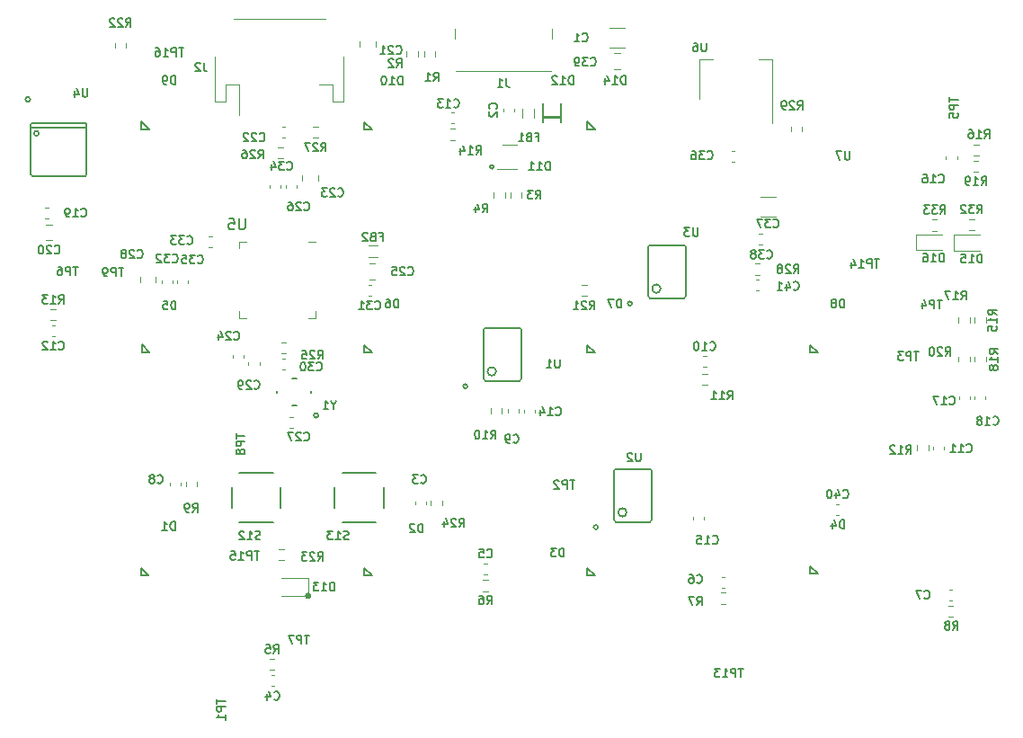
<source format=gbo>
G04 #@! TF.GenerationSoftware,KiCad,Pcbnew,7.0.6*
G04 #@! TF.CreationDate,2023-10-20T19:04:06+03:00*
G04 #@! TF.ProjectId,000018 PGKB,30303030-3138-4205-9047-4b422e6b6963,1.0*
G04 #@! TF.SameCoordinates,Original*
G04 #@! TF.FileFunction,Legend,Bot*
G04 #@! TF.FilePolarity,Positive*
%FSLAX46Y46*%
G04 Gerber Fmt 4.6, Leading zero omitted, Abs format (unit mm)*
G04 Created by KiCad (PCBNEW 7.0.6) date 2023-10-20 19:04:06*
%MOMM*%
%LPD*%
G01*
G04 APERTURE LIST*
%ADD10C,0.150000*%
%ADD11C,0.120000*%
%ADD12C,0.127000*%
%ADD13C,0.200000*%
%ADD14C,0.250000*%
G04 APERTURE END LIST*
D10*
X114214285Y-127616104D02*
X114252381Y-127654200D01*
X114252381Y-127654200D02*
X114366666Y-127692295D01*
X114366666Y-127692295D02*
X114442857Y-127692295D01*
X114442857Y-127692295D02*
X114557143Y-127654200D01*
X114557143Y-127654200D02*
X114633333Y-127578009D01*
X114633333Y-127578009D02*
X114671428Y-127501819D01*
X114671428Y-127501819D02*
X114709524Y-127349438D01*
X114709524Y-127349438D02*
X114709524Y-127235152D01*
X114709524Y-127235152D02*
X114671428Y-127082771D01*
X114671428Y-127082771D02*
X114633333Y-127006580D01*
X114633333Y-127006580D02*
X114557143Y-126930390D01*
X114557143Y-126930390D02*
X114442857Y-126892295D01*
X114442857Y-126892295D02*
X114366666Y-126892295D01*
X114366666Y-126892295D02*
X114252381Y-126930390D01*
X114252381Y-126930390D02*
X114214285Y-126968485D01*
X113947619Y-126892295D02*
X113452381Y-126892295D01*
X113452381Y-126892295D02*
X113719047Y-127197057D01*
X113719047Y-127197057D02*
X113604762Y-127197057D01*
X113604762Y-127197057D02*
X113528571Y-127235152D01*
X113528571Y-127235152D02*
X113490476Y-127273247D01*
X113490476Y-127273247D02*
X113452381Y-127349438D01*
X113452381Y-127349438D02*
X113452381Y-127539914D01*
X113452381Y-127539914D02*
X113490476Y-127616104D01*
X113490476Y-127616104D02*
X113528571Y-127654200D01*
X113528571Y-127654200D02*
X113604762Y-127692295D01*
X113604762Y-127692295D02*
X113833333Y-127692295D01*
X113833333Y-127692295D02*
X113909524Y-127654200D01*
X113909524Y-127654200D02*
X113947619Y-127616104D01*
X112995238Y-127235152D02*
X113071428Y-127197057D01*
X113071428Y-127197057D02*
X113109523Y-127158961D01*
X113109523Y-127158961D02*
X113147619Y-127082771D01*
X113147619Y-127082771D02*
X113147619Y-127044676D01*
X113147619Y-127044676D02*
X113109523Y-126968485D01*
X113109523Y-126968485D02*
X113071428Y-126930390D01*
X113071428Y-126930390D02*
X112995238Y-126892295D01*
X112995238Y-126892295D02*
X112842857Y-126892295D01*
X112842857Y-126892295D02*
X112766666Y-126930390D01*
X112766666Y-126930390D02*
X112728571Y-126968485D01*
X112728571Y-126968485D02*
X112690476Y-127044676D01*
X112690476Y-127044676D02*
X112690476Y-127082771D01*
X112690476Y-127082771D02*
X112728571Y-127158961D01*
X112728571Y-127158961D02*
X112766666Y-127197057D01*
X112766666Y-127197057D02*
X112842857Y-127235152D01*
X112842857Y-127235152D02*
X112995238Y-127235152D01*
X112995238Y-127235152D02*
X113071428Y-127273247D01*
X113071428Y-127273247D02*
X113109523Y-127311342D01*
X113109523Y-127311342D02*
X113147619Y-127387533D01*
X113147619Y-127387533D02*
X113147619Y-127539914D01*
X113147619Y-127539914D02*
X113109523Y-127616104D01*
X113109523Y-127616104D02*
X113071428Y-127654200D01*
X113071428Y-127654200D02*
X112995238Y-127692295D01*
X112995238Y-127692295D02*
X112842857Y-127692295D01*
X112842857Y-127692295D02*
X112766666Y-127654200D01*
X112766666Y-127654200D02*
X112728571Y-127616104D01*
X112728571Y-127616104D02*
X112690476Y-127539914D01*
X112690476Y-127539914D02*
X112690476Y-127387533D01*
X112690476Y-127387533D02*
X112728571Y-127311342D01*
X112728571Y-127311342D02*
X112766666Y-127273247D01*
X112766666Y-127273247D02*
X112842857Y-127235152D01*
X62401016Y-169178111D02*
X62401016Y-169635254D01*
X63201016Y-169406682D02*
X62401016Y-169406682D01*
X63201016Y-169901921D02*
X62401016Y-169901921D01*
X62401016Y-169901921D02*
X62401016Y-170206683D01*
X62401016Y-170206683D02*
X62439111Y-170282873D01*
X62439111Y-170282873D02*
X62477206Y-170320968D01*
X62477206Y-170320968D02*
X62553397Y-170359064D01*
X62553397Y-170359064D02*
X62667682Y-170359064D01*
X62667682Y-170359064D02*
X62743873Y-170320968D01*
X62743873Y-170320968D02*
X62781968Y-170282873D01*
X62781968Y-170282873D02*
X62820063Y-170206683D01*
X62820063Y-170206683D02*
X62820063Y-169901921D01*
X63201016Y-171120968D02*
X63201016Y-170663825D01*
X63201016Y-170892397D02*
X62401016Y-170892397D01*
X62401016Y-170892397D02*
X62515301Y-170816206D01*
X62515301Y-170816206D02*
X62591492Y-170740016D01*
X62591492Y-170740016D02*
X62629587Y-170663825D01*
X77314285Y-132416104D02*
X77352381Y-132454200D01*
X77352381Y-132454200D02*
X77466666Y-132492295D01*
X77466666Y-132492295D02*
X77542857Y-132492295D01*
X77542857Y-132492295D02*
X77657143Y-132454200D01*
X77657143Y-132454200D02*
X77733333Y-132378009D01*
X77733333Y-132378009D02*
X77771428Y-132301819D01*
X77771428Y-132301819D02*
X77809524Y-132149438D01*
X77809524Y-132149438D02*
X77809524Y-132035152D01*
X77809524Y-132035152D02*
X77771428Y-131882771D01*
X77771428Y-131882771D02*
X77733333Y-131806580D01*
X77733333Y-131806580D02*
X77657143Y-131730390D01*
X77657143Y-131730390D02*
X77542857Y-131692295D01*
X77542857Y-131692295D02*
X77466666Y-131692295D01*
X77466666Y-131692295D02*
X77352381Y-131730390D01*
X77352381Y-131730390D02*
X77314285Y-131768485D01*
X77047619Y-131692295D02*
X76552381Y-131692295D01*
X76552381Y-131692295D02*
X76819047Y-131997057D01*
X76819047Y-131997057D02*
X76704762Y-131997057D01*
X76704762Y-131997057D02*
X76628571Y-132035152D01*
X76628571Y-132035152D02*
X76590476Y-132073247D01*
X76590476Y-132073247D02*
X76552381Y-132149438D01*
X76552381Y-132149438D02*
X76552381Y-132339914D01*
X76552381Y-132339914D02*
X76590476Y-132416104D01*
X76590476Y-132416104D02*
X76628571Y-132454200D01*
X76628571Y-132454200D02*
X76704762Y-132492295D01*
X76704762Y-132492295D02*
X76933333Y-132492295D01*
X76933333Y-132492295D02*
X77009524Y-132454200D01*
X77009524Y-132454200D02*
X77047619Y-132416104D01*
X75790476Y-132492295D02*
X76247619Y-132492295D01*
X76019047Y-132492295D02*
X76019047Y-131692295D01*
X76019047Y-131692295D02*
X76095238Y-131806580D01*
X76095238Y-131806580D02*
X76171428Y-131882771D01*
X76171428Y-131882771D02*
X76247619Y-131920866D01*
X102308207Y-145994295D02*
X102308207Y-146641914D01*
X102308207Y-146641914D02*
X102270112Y-146718104D01*
X102270112Y-146718104D02*
X102232017Y-146756200D01*
X102232017Y-146756200D02*
X102155826Y-146794295D01*
X102155826Y-146794295D02*
X102003445Y-146794295D01*
X102003445Y-146794295D02*
X101927255Y-146756200D01*
X101927255Y-146756200D02*
X101889160Y-146718104D01*
X101889160Y-146718104D02*
X101851064Y-146641914D01*
X101851064Y-146641914D02*
X101851064Y-145994295D01*
X101508208Y-146070485D02*
X101470112Y-146032390D01*
X101470112Y-146032390D02*
X101393922Y-145994295D01*
X101393922Y-145994295D02*
X101203446Y-145994295D01*
X101203446Y-145994295D02*
X101127255Y-146032390D01*
X101127255Y-146032390D02*
X101089160Y-146070485D01*
X101089160Y-146070485D02*
X101051065Y-146146676D01*
X101051065Y-146146676D02*
X101051065Y-146222866D01*
X101051065Y-146222866D02*
X101089160Y-146337152D01*
X101089160Y-146337152D02*
X101546303Y-146794295D01*
X101546303Y-146794295D02*
X101051065Y-146794295D01*
X108509523Y-107362295D02*
X108509523Y-108009914D01*
X108509523Y-108009914D02*
X108471428Y-108086104D01*
X108471428Y-108086104D02*
X108433333Y-108124200D01*
X108433333Y-108124200D02*
X108357142Y-108162295D01*
X108357142Y-108162295D02*
X108204761Y-108162295D01*
X108204761Y-108162295D02*
X108128571Y-108124200D01*
X108128571Y-108124200D02*
X108090476Y-108086104D01*
X108090476Y-108086104D02*
X108052380Y-108009914D01*
X108052380Y-108009914D02*
X108052380Y-107362295D01*
X107328571Y-107362295D02*
X107480952Y-107362295D01*
X107480952Y-107362295D02*
X107557143Y-107400390D01*
X107557143Y-107400390D02*
X107595238Y-107438485D01*
X107595238Y-107438485D02*
X107671428Y-107552771D01*
X107671428Y-107552771D02*
X107709524Y-107705152D01*
X107709524Y-107705152D02*
X107709524Y-108009914D01*
X107709524Y-108009914D02*
X107671428Y-108086104D01*
X107671428Y-108086104D02*
X107633333Y-108124200D01*
X107633333Y-108124200D02*
X107557143Y-108162295D01*
X107557143Y-108162295D02*
X107404762Y-108162295D01*
X107404762Y-108162295D02*
X107328571Y-108124200D01*
X107328571Y-108124200D02*
X107290476Y-108086104D01*
X107290476Y-108086104D02*
X107252381Y-108009914D01*
X107252381Y-108009914D02*
X107252381Y-107819438D01*
X107252381Y-107819438D02*
X107290476Y-107743247D01*
X107290476Y-107743247D02*
X107328571Y-107705152D01*
X107328571Y-107705152D02*
X107404762Y-107667057D01*
X107404762Y-107667057D02*
X107557143Y-107667057D01*
X107557143Y-107667057D02*
X107633333Y-107705152D01*
X107633333Y-107705152D02*
X107671428Y-107743247D01*
X107671428Y-107743247D02*
X107709524Y-107819438D01*
X92433332Y-122062295D02*
X92699999Y-121681342D01*
X92890475Y-122062295D02*
X92890475Y-121262295D01*
X92890475Y-121262295D02*
X92585713Y-121262295D01*
X92585713Y-121262295D02*
X92509523Y-121300390D01*
X92509523Y-121300390D02*
X92471428Y-121338485D01*
X92471428Y-121338485D02*
X92433332Y-121414676D01*
X92433332Y-121414676D02*
X92433332Y-121528961D01*
X92433332Y-121528961D02*
X92471428Y-121605152D01*
X92471428Y-121605152D02*
X92509523Y-121643247D01*
X92509523Y-121643247D02*
X92585713Y-121681342D01*
X92585713Y-121681342D02*
X92890475Y-121681342D01*
X92166666Y-121262295D02*
X91671428Y-121262295D01*
X91671428Y-121262295D02*
X91938094Y-121567057D01*
X91938094Y-121567057D02*
X91823809Y-121567057D01*
X91823809Y-121567057D02*
X91747618Y-121605152D01*
X91747618Y-121605152D02*
X91709523Y-121643247D01*
X91709523Y-121643247D02*
X91671428Y-121719438D01*
X91671428Y-121719438D02*
X91671428Y-121909914D01*
X91671428Y-121909914D02*
X91709523Y-121986104D01*
X91709523Y-121986104D02*
X91747618Y-122024200D01*
X91747618Y-122024200D02*
X91823809Y-122062295D01*
X91823809Y-122062295D02*
X92052380Y-122062295D01*
X92052380Y-122062295D02*
X92128571Y-122024200D01*
X92128571Y-122024200D02*
X92166666Y-121986104D01*
X110514285Y-140962295D02*
X110780952Y-140581342D01*
X110971428Y-140962295D02*
X110971428Y-140162295D01*
X110971428Y-140162295D02*
X110666666Y-140162295D01*
X110666666Y-140162295D02*
X110590476Y-140200390D01*
X110590476Y-140200390D02*
X110552381Y-140238485D01*
X110552381Y-140238485D02*
X110514285Y-140314676D01*
X110514285Y-140314676D02*
X110514285Y-140428961D01*
X110514285Y-140428961D02*
X110552381Y-140505152D01*
X110552381Y-140505152D02*
X110590476Y-140543247D01*
X110590476Y-140543247D02*
X110666666Y-140581342D01*
X110666666Y-140581342D02*
X110971428Y-140581342D01*
X109752381Y-140962295D02*
X110209524Y-140962295D01*
X109980952Y-140962295D02*
X109980952Y-140162295D01*
X109980952Y-140162295D02*
X110057143Y-140276580D01*
X110057143Y-140276580D02*
X110133333Y-140352771D01*
X110133333Y-140352771D02*
X110209524Y-140390866D01*
X108990476Y-140962295D02*
X109447619Y-140962295D01*
X109219047Y-140962295D02*
X109219047Y-140162295D01*
X109219047Y-140162295D02*
X109295238Y-140276580D01*
X109295238Y-140276580D02*
X109371428Y-140352771D01*
X109371428Y-140352771D02*
X109447619Y-140390866D01*
X49309523Y-128462295D02*
X48852380Y-128462295D01*
X49080952Y-129262295D02*
X49080952Y-128462295D01*
X48585713Y-129262295D02*
X48585713Y-128462295D01*
X48585713Y-128462295D02*
X48280951Y-128462295D01*
X48280951Y-128462295D02*
X48204761Y-128500390D01*
X48204761Y-128500390D02*
X48166666Y-128538485D01*
X48166666Y-128538485D02*
X48128570Y-128614676D01*
X48128570Y-128614676D02*
X48128570Y-128728961D01*
X48128570Y-128728961D02*
X48166666Y-128805152D01*
X48166666Y-128805152D02*
X48204761Y-128843247D01*
X48204761Y-128843247D02*
X48280951Y-128881342D01*
X48280951Y-128881342D02*
X48585713Y-128881342D01*
X47442856Y-128462295D02*
X47595237Y-128462295D01*
X47595237Y-128462295D02*
X47671428Y-128500390D01*
X47671428Y-128500390D02*
X47709523Y-128538485D01*
X47709523Y-128538485D02*
X47785713Y-128652771D01*
X47785713Y-128652771D02*
X47823809Y-128805152D01*
X47823809Y-128805152D02*
X47823809Y-129109914D01*
X47823809Y-129109914D02*
X47785713Y-129186104D01*
X47785713Y-129186104D02*
X47747618Y-129224200D01*
X47747618Y-129224200D02*
X47671428Y-129262295D01*
X47671428Y-129262295D02*
X47519047Y-129262295D01*
X47519047Y-129262295D02*
X47442856Y-129224200D01*
X47442856Y-129224200D02*
X47404761Y-129186104D01*
X47404761Y-129186104D02*
X47366666Y-129109914D01*
X47366666Y-129109914D02*
X47366666Y-128919438D01*
X47366666Y-128919438D02*
X47404761Y-128843247D01*
X47404761Y-128843247D02*
X47442856Y-128805152D01*
X47442856Y-128805152D02*
X47519047Y-128767057D01*
X47519047Y-128767057D02*
X47671428Y-128767057D01*
X47671428Y-128767057D02*
X47747618Y-128805152D01*
X47747618Y-128805152D02*
X47785713Y-128843247D01*
X47785713Y-128843247D02*
X47823809Y-128919438D01*
X127314285Y-146062295D02*
X127580952Y-145681342D01*
X127771428Y-146062295D02*
X127771428Y-145262295D01*
X127771428Y-145262295D02*
X127466666Y-145262295D01*
X127466666Y-145262295D02*
X127390476Y-145300390D01*
X127390476Y-145300390D02*
X127352381Y-145338485D01*
X127352381Y-145338485D02*
X127314285Y-145414676D01*
X127314285Y-145414676D02*
X127314285Y-145528961D01*
X127314285Y-145528961D02*
X127352381Y-145605152D01*
X127352381Y-145605152D02*
X127390476Y-145643247D01*
X127390476Y-145643247D02*
X127466666Y-145681342D01*
X127466666Y-145681342D02*
X127771428Y-145681342D01*
X126552381Y-146062295D02*
X127009524Y-146062295D01*
X126780952Y-146062295D02*
X126780952Y-145262295D01*
X126780952Y-145262295D02*
X126857143Y-145376580D01*
X126857143Y-145376580D02*
X126933333Y-145452771D01*
X126933333Y-145452771D02*
X127009524Y-145490866D01*
X126247619Y-145338485D02*
X126209523Y-145300390D01*
X126209523Y-145300390D02*
X126133333Y-145262295D01*
X126133333Y-145262295D02*
X125942857Y-145262295D01*
X125942857Y-145262295D02*
X125866666Y-145300390D01*
X125866666Y-145300390D02*
X125828571Y-145338485D01*
X125828571Y-145338485D02*
X125790476Y-145414676D01*
X125790476Y-145414676D02*
X125790476Y-145490866D01*
X125790476Y-145490866D02*
X125828571Y-145605152D01*
X125828571Y-145605152D02*
X126285714Y-146062295D01*
X126285714Y-146062295D02*
X125790476Y-146062295D01*
X100490475Y-132304795D02*
X100490475Y-131504795D01*
X100490475Y-131504795D02*
X100299999Y-131504795D01*
X100299999Y-131504795D02*
X100185713Y-131542890D01*
X100185713Y-131542890D02*
X100109523Y-131619080D01*
X100109523Y-131619080D02*
X100071428Y-131695271D01*
X100071428Y-131695271D02*
X100033332Y-131847652D01*
X100033332Y-131847652D02*
X100033332Y-131961938D01*
X100033332Y-131961938D02*
X100071428Y-132114319D01*
X100071428Y-132114319D02*
X100109523Y-132190509D01*
X100109523Y-132190509D02*
X100185713Y-132266700D01*
X100185713Y-132266700D02*
X100299999Y-132304795D01*
X100299999Y-132304795D02*
X100490475Y-132304795D01*
X99766666Y-131504795D02*
X99233332Y-131504795D01*
X99233332Y-131504795D02*
X99576190Y-132304795D01*
X134471428Y-128062295D02*
X134471428Y-127262295D01*
X134471428Y-127262295D02*
X134280952Y-127262295D01*
X134280952Y-127262295D02*
X134166666Y-127300390D01*
X134166666Y-127300390D02*
X134090476Y-127376580D01*
X134090476Y-127376580D02*
X134052381Y-127452771D01*
X134052381Y-127452771D02*
X134014285Y-127605152D01*
X134014285Y-127605152D02*
X134014285Y-127719438D01*
X134014285Y-127719438D02*
X134052381Y-127871819D01*
X134052381Y-127871819D02*
X134090476Y-127948009D01*
X134090476Y-127948009D02*
X134166666Y-128024200D01*
X134166666Y-128024200D02*
X134280952Y-128062295D01*
X134280952Y-128062295D02*
X134471428Y-128062295D01*
X133252381Y-128062295D02*
X133709524Y-128062295D01*
X133480952Y-128062295D02*
X133480952Y-127262295D01*
X133480952Y-127262295D02*
X133557143Y-127376580D01*
X133557143Y-127376580D02*
X133633333Y-127452771D01*
X133633333Y-127452771D02*
X133709524Y-127490866D01*
X132528571Y-127262295D02*
X132909523Y-127262295D01*
X132909523Y-127262295D02*
X132947619Y-127643247D01*
X132947619Y-127643247D02*
X132909523Y-127605152D01*
X132909523Y-127605152D02*
X132833333Y-127567057D01*
X132833333Y-127567057D02*
X132642857Y-127567057D01*
X132642857Y-127567057D02*
X132566666Y-127605152D01*
X132566666Y-127605152D02*
X132528571Y-127643247D01*
X132528571Y-127643247D02*
X132490476Y-127719438D01*
X132490476Y-127719438D02*
X132490476Y-127909914D01*
X132490476Y-127909914D02*
X132528571Y-127986104D01*
X132528571Y-127986104D02*
X132566666Y-128024200D01*
X132566666Y-128024200D02*
X132642857Y-128062295D01*
X132642857Y-128062295D02*
X132833333Y-128062295D01*
X132833333Y-128062295D02*
X132909523Y-128024200D01*
X132909523Y-128024200D02*
X132947619Y-127986104D01*
X86814285Y-117862295D02*
X87080952Y-117481342D01*
X87271428Y-117862295D02*
X87271428Y-117062295D01*
X87271428Y-117062295D02*
X86966666Y-117062295D01*
X86966666Y-117062295D02*
X86890476Y-117100390D01*
X86890476Y-117100390D02*
X86852381Y-117138485D01*
X86852381Y-117138485D02*
X86814285Y-117214676D01*
X86814285Y-117214676D02*
X86814285Y-117328961D01*
X86814285Y-117328961D02*
X86852381Y-117405152D01*
X86852381Y-117405152D02*
X86890476Y-117443247D01*
X86890476Y-117443247D02*
X86966666Y-117481342D01*
X86966666Y-117481342D02*
X87271428Y-117481342D01*
X86052381Y-117862295D02*
X86509524Y-117862295D01*
X86280952Y-117862295D02*
X86280952Y-117062295D01*
X86280952Y-117062295D02*
X86357143Y-117176580D01*
X86357143Y-117176580D02*
X86433333Y-117252771D01*
X86433333Y-117252771D02*
X86509524Y-117290866D01*
X85366666Y-117328961D02*
X85366666Y-117862295D01*
X85557142Y-117024200D02*
X85747619Y-117595628D01*
X85747619Y-117595628D02*
X85252380Y-117595628D01*
X121381568Y-150176819D02*
X121419664Y-150214915D01*
X121419664Y-150214915D02*
X121533949Y-150253010D01*
X121533949Y-150253010D02*
X121610140Y-150253010D01*
X121610140Y-150253010D02*
X121724426Y-150214915D01*
X121724426Y-150214915D02*
X121800616Y-150138724D01*
X121800616Y-150138724D02*
X121838711Y-150062534D01*
X121838711Y-150062534D02*
X121876807Y-149910153D01*
X121876807Y-149910153D02*
X121876807Y-149795867D01*
X121876807Y-149795867D02*
X121838711Y-149643486D01*
X121838711Y-149643486D02*
X121800616Y-149567295D01*
X121800616Y-149567295D02*
X121724426Y-149491105D01*
X121724426Y-149491105D02*
X121610140Y-149453010D01*
X121610140Y-149453010D02*
X121533949Y-149453010D01*
X121533949Y-149453010D02*
X121419664Y-149491105D01*
X121419664Y-149491105D02*
X121381568Y-149529200D01*
X120695854Y-149719676D02*
X120695854Y-150253010D01*
X120886330Y-149414915D02*
X121076807Y-149986343D01*
X121076807Y-149986343D02*
X120581568Y-149986343D01*
X120124425Y-149453010D02*
X120048235Y-149453010D01*
X120048235Y-149453010D02*
X119972044Y-149491105D01*
X119972044Y-149491105D02*
X119933949Y-149529200D01*
X119933949Y-149529200D02*
X119895854Y-149605391D01*
X119895854Y-149605391D02*
X119857759Y-149757772D01*
X119857759Y-149757772D02*
X119857759Y-149948248D01*
X119857759Y-149948248D02*
X119895854Y-150100629D01*
X119895854Y-150100629D02*
X119933949Y-150176819D01*
X119933949Y-150176819D02*
X119972044Y-150214915D01*
X119972044Y-150214915D02*
X120048235Y-150253010D01*
X120048235Y-150253010D02*
X120124425Y-150253010D01*
X120124425Y-150253010D02*
X120200616Y-150214915D01*
X120200616Y-150214915D02*
X120238711Y-150176819D01*
X120238711Y-150176819D02*
X120276806Y-150100629D01*
X120276806Y-150100629D02*
X120314902Y-149948248D01*
X120314902Y-149948248D02*
X120314902Y-149757772D01*
X120314902Y-149757772D02*
X120276806Y-149605391D01*
X120276806Y-149605391D02*
X120238711Y-149529200D01*
X120238711Y-149529200D02*
X120200616Y-149491105D01*
X120200616Y-149491105D02*
X120124425Y-149453010D01*
X79330852Y-109675337D02*
X79597519Y-109294384D01*
X79787995Y-109675337D02*
X79787995Y-108875337D01*
X79787995Y-108875337D02*
X79483233Y-108875337D01*
X79483233Y-108875337D02*
X79407043Y-108913432D01*
X79407043Y-108913432D02*
X79368948Y-108951527D01*
X79368948Y-108951527D02*
X79330852Y-109027718D01*
X79330852Y-109027718D02*
X79330852Y-109142003D01*
X79330852Y-109142003D02*
X79368948Y-109218194D01*
X79368948Y-109218194D02*
X79407043Y-109256289D01*
X79407043Y-109256289D02*
X79483233Y-109294384D01*
X79483233Y-109294384D02*
X79787995Y-109294384D01*
X79026091Y-108951527D02*
X78987995Y-108913432D01*
X78987995Y-108913432D02*
X78911805Y-108875337D01*
X78911805Y-108875337D02*
X78721329Y-108875337D01*
X78721329Y-108875337D02*
X78645138Y-108913432D01*
X78645138Y-108913432D02*
X78607043Y-108951527D01*
X78607043Y-108951527D02*
X78568948Y-109027718D01*
X78568948Y-109027718D02*
X78568948Y-109103908D01*
X78568948Y-109103908D02*
X78607043Y-109218194D01*
X78607043Y-109218194D02*
X79064186Y-109675337D01*
X79064186Y-109675337D02*
X78568948Y-109675337D01*
X66390476Y-155262295D02*
X65933333Y-155262295D01*
X66161905Y-156062295D02*
X66161905Y-155262295D01*
X65666666Y-156062295D02*
X65666666Y-155262295D01*
X65666666Y-155262295D02*
X65361904Y-155262295D01*
X65361904Y-155262295D02*
X65285714Y-155300390D01*
X65285714Y-155300390D02*
X65247619Y-155338485D01*
X65247619Y-155338485D02*
X65209523Y-155414676D01*
X65209523Y-155414676D02*
X65209523Y-155528961D01*
X65209523Y-155528961D02*
X65247619Y-155605152D01*
X65247619Y-155605152D02*
X65285714Y-155643247D01*
X65285714Y-155643247D02*
X65361904Y-155681342D01*
X65361904Y-155681342D02*
X65666666Y-155681342D01*
X64447619Y-156062295D02*
X64904762Y-156062295D01*
X64676190Y-156062295D02*
X64676190Y-155262295D01*
X64676190Y-155262295D02*
X64752381Y-155376580D01*
X64752381Y-155376580D02*
X64828571Y-155452771D01*
X64828571Y-155452771D02*
X64904762Y-155490866D01*
X63723809Y-155262295D02*
X64104761Y-155262295D01*
X64104761Y-155262295D02*
X64142857Y-155643247D01*
X64142857Y-155643247D02*
X64104761Y-155605152D01*
X64104761Y-155605152D02*
X64028571Y-155567057D01*
X64028571Y-155567057D02*
X63838095Y-155567057D01*
X63838095Y-155567057D02*
X63761904Y-155605152D01*
X63761904Y-155605152D02*
X63723809Y-155643247D01*
X63723809Y-155643247D02*
X63685714Y-155719438D01*
X63685714Y-155719438D02*
X63685714Y-155909914D01*
X63685714Y-155909914D02*
X63723809Y-155986104D01*
X63723809Y-155986104D02*
X63761904Y-156024200D01*
X63761904Y-156024200D02*
X63838095Y-156062295D01*
X63838095Y-156062295D02*
X64028571Y-156062295D01*
X64028571Y-156062295D02*
X64104761Y-156024200D01*
X64104761Y-156024200D02*
X64142857Y-155986104D01*
X59614285Y-126286104D02*
X59652381Y-126324200D01*
X59652381Y-126324200D02*
X59766666Y-126362295D01*
X59766666Y-126362295D02*
X59842857Y-126362295D01*
X59842857Y-126362295D02*
X59957143Y-126324200D01*
X59957143Y-126324200D02*
X60033333Y-126248009D01*
X60033333Y-126248009D02*
X60071428Y-126171819D01*
X60071428Y-126171819D02*
X60109524Y-126019438D01*
X60109524Y-126019438D02*
X60109524Y-125905152D01*
X60109524Y-125905152D02*
X60071428Y-125752771D01*
X60071428Y-125752771D02*
X60033333Y-125676580D01*
X60033333Y-125676580D02*
X59957143Y-125600390D01*
X59957143Y-125600390D02*
X59842857Y-125562295D01*
X59842857Y-125562295D02*
X59766666Y-125562295D01*
X59766666Y-125562295D02*
X59652381Y-125600390D01*
X59652381Y-125600390D02*
X59614285Y-125638485D01*
X59347619Y-125562295D02*
X58852381Y-125562295D01*
X58852381Y-125562295D02*
X59119047Y-125867057D01*
X59119047Y-125867057D02*
X59004762Y-125867057D01*
X59004762Y-125867057D02*
X58928571Y-125905152D01*
X58928571Y-125905152D02*
X58890476Y-125943247D01*
X58890476Y-125943247D02*
X58852381Y-126019438D01*
X58852381Y-126019438D02*
X58852381Y-126209914D01*
X58852381Y-126209914D02*
X58890476Y-126286104D01*
X58890476Y-126286104D02*
X58928571Y-126324200D01*
X58928571Y-126324200D02*
X59004762Y-126362295D01*
X59004762Y-126362295D02*
X59233333Y-126362295D01*
X59233333Y-126362295D02*
X59309524Y-126324200D01*
X59309524Y-126324200D02*
X59347619Y-126286104D01*
X58585714Y-125562295D02*
X58090476Y-125562295D01*
X58090476Y-125562295D02*
X58357142Y-125867057D01*
X58357142Y-125867057D02*
X58242857Y-125867057D01*
X58242857Y-125867057D02*
X58166666Y-125905152D01*
X58166666Y-125905152D02*
X58128571Y-125943247D01*
X58128571Y-125943247D02*
X58090476Y-126019438D01*
X58090476Y-126019438D02*
X58090476Y-126209914D01*
X58090476Y-126209914D02*
X58128571Y-126286104D01*
X58128571Y-126286104D02*
X58166666Y-126324200D01*
X58166666Y-126324200D02*
X58242857Y-126362295D01*
X58242857Y-126362295D02*
X58471428Y-126362295D01*
X58471428Y-126362295D02*
X58547619Y-126324200D01*
X58547619Y-126324200D02*
X58585714Y-126286104D01*
X60614285Y-128086104D02*
X60652381Y-128124200D01*
X60652381Y-128124200D02*
X60766666Y-128162295D01*
X60766666Y-128162295D02*
X60842857Y-128162295D01*
X60842857Y-128162295D02*
X60957143Y-128124200D01*
X60957143Y-128124200D02*
X61033333Y-128048009D01*
X61033333Y-128048009D02*
X61071428Y-127971819D01*
X61071428Y-127971819D02*
X61109524Y-127819438D01*
X61109524Y-127819438D02*
X61109524Y-127705152D01*
X61109524Y-127705152D02*
X61071428Y-127552771D01*
X61071428Y-127552771D02*
X61033333Y-127476580D01*
X61033333Y-127476580D02*
X60957143Y-127400390D01*
X60957143Y-127400390D02*
X60842857Y-127362295D01*
X60842857Y-127362295D02*
X60766666Y-127362295D01*
X60766666Y-127362295D02*
X60652381Y-127400390D01*
X60652381Y-127400390D02*
X60614285Y-127438485D01*
X60347619Y-127362295D02*
X59852381Y-127362295D01*
X59852381Y-127362295D02*
X60119047Y-127667057D01*
X60119047Y-127667057D02*
X60004762Y-127667057D01*
X60004762Y-127667057D02*
X59928571Y-127705152D01*
X59928571Y-127705152D02*
X59890476Y-127743247D01*
X59890476Y-127743247D02*
X59852381Y-127819438D01*
X59852381Y-127819438D02*
X59852381Y-128009914D01*
X59852381Y-128009914D02*
X59890476Y-128086104D01*
X59890476Y-128086104D02*
X59928571Y-128124200D01*
X59928571Y-128124200D02*
X60004762Y-128162295D01*
X60004762Y-128162295D02*
X60233333Y-128162295D01*
X60233333Y-128162295D02*
X60309524Y-128124200D01*
X60309524Y-128124200D02*
X60347619Y-128086104D01*
X59128571Y-127362295D02*
X59509523Y-127362295D01*
X59509523Y-127362295D02*
X59547619Y-127743247D01*
X59547619Y-127743247D02*
X59509523Y-127705152D01*
X59509523Y-127705152D02*
X59433333Y-127667057D01*
X59433333Y-127667057D02*
X59242857Y-127667057D01*
X59242857Y-127667057D02*
X59166666Y-127705152D01*
X59166666Y-127705152D02*
X59128571Y-127743247D01*
X59128571Y-127743247D02*
X59090476Y-127819438D01*
X59090476Y-127819438D02*
X59090476Y-128009914D01*
X59090476Y-128009914D02*
X59128571Y-128086104D01*
X59128571Y-128086104D02*
X59166666Y-128124200D01*
X59166666Y-128124200D02*
X59242857Y-128162295D01*
X59242857Y-128162295D02*
X59433333Y-128162295D01*
X59433333Y-128162295D02*
X59509523Y-128124200D01*
X59509523Y-128124200D02*
X59547619Y-128086104D01*
X130877142Y-128012151D02*
X130877142Y-127212151D01*
X130877142Y-127212151D02*
X130686666Y-127212151D01*
X130686666Y-127212151D02*
X130572380Y-127250246D01*
X130572380Y-127250246D02*
X130496190Y-127326436D01*
X130496190Y-127326436D02*
X130458095Y-127402627D01*
X130458095Y-127402627D02*
X130419999Y-127555008D01*
X130419999Y-127555008D02*
X130419999Y-127669294D01*
X130419999Y-127669294D02*
X130458095Y-127821675D01*
X130458095Y-127821675D02*
X130496190Y-127897865D01*
X130496190Y-127897865D02*
X130572380Y-127974056D01*
X130572380Y-127974056D02*
X130686666Y-128012151D01*
X130686666Y-128012151D02*
X130877142Y-128012151D01*
X129658095Y-128012151D02*
X130115238Y-128012151D01*
X129886666Y-128012151D02*
X129886666Y-127212151D01*
X129886666Y-127212151D02*
X129962857Y-127326436D01*
X129962857Y-127326436D02*
X130039047Y-127402627D01*
X130039047Y-127402627D02*
X130115238Y-127440722D01*
X128972380Y-127212151D02*
X129124761Y-127212151D01*
X129124761Y-127212151D02*
X129200952Y-127250246D01*
X129200952Y-127250246D02*
X129239047Y-127288341D01*
X129239047Y-127288341D02*
X129315237Y-127402627D01*
X129315237Y-127402627D02*
X129353333Y-127555008D01*
X129353333Y-127555008D02*
X129353333Y-127859770D01*
X129353333Y-127859770D02*
X129315237Y-127935960D01*
X129315237Y-127935960D02*
X129277142Y-127974056D01*
X129277142Y-127974056D02*
X129200952Y-128012151D01*
X129200952Y-128012151D02*
X129048571Y-128012151D01*
X129048571Y-128012151D02*
X128972380Y-127974056D01*
X128972380Y-127974056D02*
X128934285Y-127935960D01*
X128934285Y-127935960D02*
X128896190Y-127859770D01*
X128896190Y-127859770D02*
X128896190Y-127669294D01*
X128896190Y-127669294D02*
X128934285Y-127593103D01*
X128934285Y-127593103D02*
X128972380Y-127555008D01*
X128972380Y-127555008D02*
X129048571Y-127516913D01*
X129048571Y-127516913D02*
X129200952Y-127516913D01*
X129200952Y-127516913D02*
X129277142Y-127555008D01*
X129277142Y-127555008D02*
X129315237Y-127593103D01*
X129315237Y-127593103D02*
X129353333Y-127669294D01*
X90333332Y-144986104D02*
X90371428Y-145024200D01*
X90371428Y-145024200D02*
X90485713Y-145062295D01*
X90485713Y-145062295D02*
X90561904Y-145062295D01*
X90561904Y-145062295D02*
X90676190Y-145024200D01*
X90676190Y-145024200D02*
X90752380Y-144948009D01*
X90752380Y-144948009D02*
X90790475Y-144871819D01*
X90790475Y-144871819D02*
X90828571Y-144719438D01*
X90828571Y-144719438D02*
X90828571Y-144605152D01*
X90828571Y-144605152D02*
X90790475Y-144452771D01*
X90790475Y-144452771D02*
X90752380Y-144376580D01*
X90752380Y-144376580D02*
X90676190Y-144300390D01*
X90676190Y-144300390D02*
X90561904Y-144262295D01*
X90561904Y-144262295D02*
X90485713Y-144262295D01*
X90485713Y-144262295D02*
X90371428Y-144300390D01*
X90371428Y-144300390D02*
X90333332Y-144338485D01*
X89952380Y-145062295D02*
X89799999Y-145062295D01*
X89799999Y-145062295D02*
X89723809Y-145024200D01*
X89723809Y-145024200D02*
X89685713Y-144986104D01*
X89685713Y-144986104D02*
X89609523Y-144871819D01*
X89609523Y-144871819D02*
X89571428Y-144719438D01*
X89571428Y-144719438D02*
X89571428Y-144414676D01*
X89571428Y-144414676D02*
X89609523Y-144338485D01*
X89609523Y-144338485D02*
X89647618Y-144300390D01*
X89647618Y-144300390D02*
X89723809Y-144262295D01*
X89723809Y-144262295D02*
X89876190Y-144262295D01*
X89876190Y-144262295D02*
X89952380Y-144300390D01*
X89952380Y-144300390D02*
X89990475Y-144338485D01*
X89990475Y-144338485D02*
X90028571Y-144414676D01*
X90028571Y-144414676D02*
X90028571Y-144605152D01*
X90028571Y-144605152D02*
X89990475Y-144681342D01*
X89990475Y-144681342D02*
X89952380Y-144719438D01*
X89952380Y-144719438D02*
X89876190Y-144757533D01*
X89876190Y-144757533D02*
X89723809Y-144757533D01*
X89723809Y-144757533D02*
X89647618Y-144719438D01*
X89647618Y-144719438D02*
X89609523Y-144681342D01*
X89609523Y-144681342D02*
X89571428Y-144605152D01*
X67741238Y-164867436D02*
X68007905Y-164486483D01*
X68198381Y-164867436D02*
X68198381Y-164067436D01*
X68198381Y-164067436D02*
X67893619Y-164067436D01*
X67893619Y-164067436D02*
X67817429Y-164105531D01*
X67817429Y-164105531D02*
X67779334Y-164143626D01*
X67779334Y-164143626D02*
X67741238Y-164219817D01*
X67741238Y-164219817D02*
X67741238Y-164334102D01*
X67741238Y-164334102D02*
X67779334Y-164410293D01*
X67779334Y-164410293D02*
X67817429Y-164448388D01*
X67817429Y-164448388D02*
X67893619Y-164486483D01*
X67893619Y-164486483D02*
X68198381Y-164486483D01*
X67017429Y-164067436D02*
X67398381Y-164067436D01*
X67398381Y-164067436D02*
X67436477Y-164448388D01*
X67436477Y-164448388D02*
X67398381Y-164410293D01*
X67398381Y-164410293D02*
X67322191Y-164372198D01*
X67322191Y-164372198D02*
X67131715Y-164372198D01*
X67131715Y-164372198D02*
X67055524Y-164410293D01*
X67055524Y-164410293D02*
X67017429Y-164448388D01*
X67017429Y-164448388D02*
X66979334Y-164524579D01*
X66979334Y-164524579D02*
X66979334Y-164715055D01*
X66979334Y-164715055D02*
X67017429Y-164791245D01*
X67017429Y-164791245D02*
X67055524Y-164829341D01*
X67055524Y-164829341D02*
X67131715Y-164867436D01*
X67131715Y-164867436D02*
X67322191Y-164867436D01*
X67322191Y-164867436D02*
X67398381Y-164829341D01*
X67398381Y-164829341D02*
X67436477Y-164791245D01*
X58464324Y-153277059D02*
X58464324Y-152477059D01*
X58464324Y-152477059D02*
X58273848Y-152477059D01*
X58273848Y-152477059D02*
X58159562Y-152515154D01*
X58159562Y-152515154D02*
X58083372Y-152591344D01*
X58083372Y-152591344D02*
X58045277Y-152667535D01*
X58045277Y-152667535D02*
X58007181Y-152819916D01*
X58007181Y-152819916D02*
X58007181Y-152934202D01*
X58007181Y-152934202D02*
X58045277Y-153086583D01*
X58045277Y-153086583D02*
X58083372Y-153162773D01*
X58083372Y-153162773D02*
X58159562Y-153238964D01*
X58159562Y-153238964D02*
X58273848Y-153277059D01*
X58273848Y-153277059D02*
X58464324Y-153277059D01*
X57245277Y-153277059D02*
X57702420Y-153277059D01*
X57473848Y-153277059D02*
X57473848Y-152477059D01*
X57473848Y-152477059D02*
X57550039Y-152591344D01*
X57550039Y-152591344D02*
X57626229Y-152667535D01*
X57626229Y-152667535D02*
X57702420Y-152705630D01*
X53814285Y-105862295D02*
X54080952Y-105481342D01*
X54271428Y-105862295D02*
X54271428Y-105062295D01*
X54271428Y-105062295D02*
X53966666Y-105062295D01*
X53966666Y-105062295D02*
X53890476Y-105100390D01*
X53890476Y-105100390D02*
X53852381Y-105138485D01*
X53852381Y-105138485D02*
X53814285Y-105214676D01*
X53814285Y-105214676D02*
X53814285Y-105328961D01*
X53814285Y-105328961D02*
X53852381Y-105405152D01*
X53852381Y-105405152D02*
X53890476Y-105443247D01*
X53890476Y-105443247D02*
X53966666Y-105481342D01*
X53966666Y-105481342D02*
X54271428Y-105481342D01*
X53509524Y-105138485D02*
X53471428Y-105100390D01*
X53471428Y-105100390D02*
X53395238Y-105062295D01*
X53395238Y-105062295D02*
X53204762Y-105062295D01*
X53204762Y-105062295D02*
X53128571Y-105100390D01*
X53128571Y-105100390D02*
X53090476Y-105138485D01*
X53090476Y-105138485D02*
X53052381Y-105214676D01*
X53052381Y-105214676D02*
X53052381Y-105290866D01*
X53052381Y-105290866D02*
X53090476Y-105405152D01*
X53090476Y-105405152D02*
X53547619Y-105862295D01*
X53547619Y-105862295D02*
X53052381Y-105862295D01*
X52747619Y-105138485D02*
X52709523Y-105100390D01*
X52709523Y-105100390D02*
X52633333Y-105062295D01*
X52633333Y-105062295D02*
X52442857Y-105062295D01*
X52442857Y-105062295D02*
X52366666Y-105100390D01*
X52366666Y-105100390D02*
X52328571Y-105138485D01*
X52328571Y-105138485D02*
X52290476Y-105214676D01*
X52290476Y-105214676D02*
X52290476Y-105290866D01*
X52290476Y-105290866D02*
X52328571Y-105405152D01*
X52328571Y-105405152D02*
X52785714Y-105862295D01*
X52785714Y-105862295D02*
X52290476Y-105862295D01*
X70614285Y-144786104D02*
X70652381Y-144824200D01*
X70652381Y-144824200D02*
X70766666Y-144862295D01*
X70766666Y-144862295D02*
X70842857Y-144862295D01*
X70842857Y-144862295D02*
X70957143Y-144824200D01*
X70957143Y-144824200D02*
X71033333Y-144748009D01*
X71033333Y-144748009D02*
X71071428Y-144671819D01*
X71071428Y-144671819D02*
X71109524Y-144519438D01*
X71109524Y-144519438D02*
X71109524Y-144405152D01*
X71109524Y-144405152D02*
X71071428Y-144252771D01*
X71071428Y-144252771D02*
X71033333Y-144176580D01*
X71033333Y-144176580D02*
X70957143Y-144100390D01*
X70957143Y-144100390D02*
X70842857Y-144062295D01*
X70842857Y-144062295D02*
X70766666Y-144062295D01*
X70766666Y-144062295D02*
X70652381Y-144100390D01*
X70652381Y-144100390D02*
X70614285Y-144138485D01*
X70309524Y-144138485D02*
X70271428Y-144100390D01*
X70271428Y-144100390D02*
X70195238Y-144062295D01*
X70195238Y-144062295D02*
X70004762Y-144062295D01*
X70004762Y-144062295D02*
X69928571Y-144100390D01*
X69928571Y-144100390D02*
X69890476Y-144138485D01*
X69890476Y-144138485D02*
X69852381Y-144214676D01*
X69852381Y-144214676D02*
X69852381Y-144290866D01*
X69852381Y-144290866D02*
X69890476Y-144405152D01*
X69890476Y-144405152D02*
X70347619Y-144862295D01*
X70347619Y-144862295D02*
X69852381Y-144862295D01*
X69585714Y-144062295D02*
X69052380Y-144062295D01*
X69052380Y-144062295D02*
X69395238Y-144862295D01*
X130709523Y-131614295D02*
X130252380Y-131614295D01*
X130480952Y-132414295D02*
X130480952Y-131614295D01*
X129985713Y-132414295D02*
X129985713Y-131614295D01*
X129985713Y-131614295D02*
X129680951Y-131614295D01*
X129680951Y-131614295D02*
X129604761Y-131652390D01*
X129604761Y-131652390D02*
X129566666Y-131690485D01*
X129566666Y-131690485D02*
X129528570Y-131766676D01*
X129528570Y-131766676D02*
X129528570Y-131880961D01*
X129528570Y-131880961D02*
X129566666Y-131957152D01*
X129566666Y-131957152D02*
X129604761Y-131995247D01*
X129604761Y-131995247D02*
X129680951Y-132033342D01*
X129680951Y-132033342D02*
X129985713Y-132033342D01*
X128842856Y-131880961D02*
X128842856Y-132414295D01*
X129033332Y-131576200D02*
X129223809Y-132147628D01*
X129223809Y-132147628D02*
X128728570Y-132147628D01*
X61166666Y-109262295D02*
X61166666Y-109833723D01*
X61166666Y-109833723D02*
X61204761Y-109948009D01*
X61204761Y-109948009D02*
X61280952Y-110024200D01*
X61280952Y-110024200D02*
X61395237Y-110062295D01*
X61395237Y-110062295D02*
X61471428Y-110062295D01*
X60823809Y-109338485D02*
X60785713Y-109300390D01*
X60785713Y-109300390D02*
X60709523Y-109262295D01*
X60709523Y-109262295D02*
X60519047Y-109262295D01*
X60519047Y-109262295D02*
X60442856Y-109300390D01*
X60442856Y-109300390D02*
X60404761Y-109338485D01*
X60404761Y-109338485D02*
X60366666Y-109414676D01*
X60366666Y-109414676D02*
X60366666Y-109490866D01*
X60366666Y-109490866D02*
X60404761Y-109605152D01*
X60404761Y-109605152D02*
X60861904Y-110062295D01*
X60861904Y-110062295D02*
X60366666Y-110062295D01*
X133014285Y-145886104D02*
X133052381Y-145924200D01*
X133052381Y-145924200D02*
X133166666Y-145962295D01*
X133166666Y-145962295D02*
X133242857Y-145962295D01*
X133242857Y-145962295D02*
X133357143Y-145924200D01*
X133357143Y-145924200D02*
X133433333Y-145848009D01*
X133433333Y-145848009D02*
X133471428Y-145771819D01*
X133471428Y-145771819D02*
X133509524Y-145619438D01*
X133509524Y-145619438D02*
X133509524Y-145505152D01*
X133509524Y-145505152D02*
X133471428Y-145352771D01*
X133471428Y-145352771D02*
X133433333Y-145276580D01*
X133433333Y-145276580D02*
X133357143Y-145200390D01*
X133357143Y-145200390D02*
X133242857Y-145162295D01*
X133242857Y-145162295D02*
X133166666Y-145162295D01*
X133166666Y-145162295D02*
X133052381Y-145200390D01*
X133052381Y-145200390D02*
X133014285Y-145238485D01*
X132252381Y-145962295D02*
X132709524Y-145962295D01*
X132480952Y-145962295D02*
X132480952Y-145162295D01*
X132480952Y-145162295D02*
X132557143Y-145276580D01*
X132557143Y-145276580D02*
X132633333Y-145352771D01*
X132633333Y-145352771D02*
X132709524Y-145390866D01*
X131490476Y-145962295D02*
X131947619Y-145962295D01*
X131719047Y-145962295D02*
X131719047Y-145162295D01*
X131719047Y-145162295D02*
X131795238Y-145276580D01*
X131795238Y-145276580D02*
X131871428Y-145352771D01*
X131871428Y-145352771D02*
X131947619Y-145390866D01*
X94708207Y-137194295D02*
X94708207Y-137841914D01*
X94708207Y-137841914D02*
X94670112Y-137918104D01*
X94670112Y-137918104D02*
X94632017Y-137956200D01*
X94632017Y-137956200D02*
X94555826Y-137994295D01*
X94555826Y-137994295D02*
X94403445Y-137994295D01*
X94403445Y-137994295D02*
X94327255Y-137956200D01*
X94327255Y-137956200D02*
X94289160Y-137918104D01*
X94289160Y-137918104D02*
X94251064Y-137841914D01*
X94251064Y-137841914D02*
X94251064Y-137194295D01*
X93451065Y-137994295D02*
X93908208Y-137994295D01*
X93679636Y-137994295D02*
X93679636Y-137194295D01*
X93679636Y-137194295D02*
X93755827Y-137308580D01*
X93755827Y-137308580D02*
X93832017Y-137384771D01*
X93832017Y-137384771D02*
X93908208Y-137422866D01*
X73380951Y-141513342D02*
X73380951Y-141894295D01*
X73647618Y-141094295D02*
X73380951Y-141513342D01*
X73380951Y-141513342D02*
X73114285Y-141094295D01*
X72428571Y-141894295D02*
X72885714Y-141894295D01*
X72657142Y-141894295D02*
X72657142Y-141094295D01*
X72657142Y-141094295D02*
X72733333Y-141208580D01*
X72733333Y-141208580D02*
X72809523Y-141284771D01*
X72809523Y-141284771D02*
X72885714Y-141322866D01*
X131414285Y-141386104D02*
X131452381Y-141424200D01*
X131452381Y-141424200D02*
X131566666Y-141462295D01*
X131566666Y-141462295D02*
X131642857Y-141462295D01*
X131642857Y-141462295D02*
X131757143Y-141424200D01*
X131757143Y-141424200D02*
X131833333Y-141348009D01*
X131833333Y-141348009D02*
X131871428Y-141271819D01*
X131871428Y-141271819D02*
X131909524Y-141119438D01*
X131909524Y-141119438D02*
X131909524Y-141005152D01*
X131909524Y-141005152D02*
X131871428Y-140852771D01*
X131871428Y-140852771D02*
X131833333Y-140776580D01*
X131833333Y-140776580D02*
X131757143Y-140700390D01*
X131757143Y-140700390D02*
X131642857Y-140662295D01*
X131642857Y-140662295D02*
X131566666Y-140662295D01*
X131566666Y-140662295D02*
X131452381Y-140700390D01*
X131452381Y-140700390D02*
X131414285Y-140738485D01*
X130652381Y-141462295D02*
X131109524Y-141462295D01*
X130880952Y-141462295D02*
X130880952Y-140662295D01*
X130880952Y-140662295D02*
X130957143Y-140776580D01*
X130957143Y-140776580D02*
X131033333Y-140852771D01*
X131033333Y-140852771D02*
X131109524Y-140890866D01*
X130385714Y-140662295D02*
X129852380Y-140662295D01*
X129852380Y-140662295D02*
X130195238Y-141462295D01*
X71109523Y-163162295D02*
X70652380Y-163162295D01*
X70880952Y-163962295D02*
X70880952Y-163162295D01*
X70385713Y-163962295D02*
X70385713Y-163162295D01*
X70385713Y-163162295D02*
X70080951Y-163162295D01*
X70080951Y-163162295D02*
X70004761Y-163200390D01*
X70004761Y-163200390D02*
X69966666Y-163238485D01*
X69966666Y-163238485D02*
X69928570Y-163314676D01*
X69928570Y-163314676D02*
X69928570Y-163428961D01*
X69928570Y-163428961D02*
X69966666Y-163505152D01*
X69966666Y-163505152D02*
X70004761Y-163543247D01*
X70004761Y-163543247D02*
X70080951Y-163581342D01*
X70080951Y-163581342D02*
X70385713Y-163581342D01*
X69661904Y-163162295D02*
X69128570Y-163162295D01*
X69128570Y-163162295D02*
X69471428Y-163962295D01*
X95090475Y-155762295D02*
X95090475Y-154962295D01*
X95090475Y-154962295D02*
X94899999Y-154962295D01*
X94899999Y-154962295D02*
X94785713Y-155000390D01*
X94785713Y-155000390D02*
X94709523Y-155076580D01*
X94709523Y-155076580D02*
X94671428Y-155152771D01*
X94671428Y-155152771D02*
X94633332Y-155305152D01*
X94633332Y-155305152D02*
X94633332Y-155419438D01*
X94633332Y-155419438D02*
X94671428Y-155571819D01*
X94671428Y-155571819D02*
X94709523Y-155648009D01*
X94709523Y-155648009D02*
X94785713Y-155724200D01*
X94785713Y-155724200D02*
X94899999Y-155762295D01*
X94899999Y-155762295D02*
X95090475Y-155762295D01*
X94366666Y-154962295D02*
X93871428Y-154962295D01*
X93871428Y-154962295D02*
X94138094Y-155267057D01*
X94138094Y-155267057D02*
X94023809Y-155267057D01*
X94023809Y-155267057D02*
X93947618Y-155305152D01*
X93947618Y-155305152D02*
X93909523Y-155343247D01*
X93909523Y-155343247D02*
X93871428Y-155419438D01*
X93871428Y-155419438D02*
X93871428Y-155609914D01*
X93871428Y-155609914D02*
X93909523Y-155686104D01*
X93909523Y-155686104D02*
X93947618Y-155724200D01*
X93947618Y-155724200D02*
X94023809Y-155762295D01*
X94023809Y-155762295D02*
X94252380Y-155762295D01*
X94252380Y-155762295D02*
X94328571Y-155724200D01*
X94328571Y-155724200D02*
X94366666Y-155686104D01*
X87833332Y-160262295D02*
X88099999Y-159881342D01*
X88290475Y-160262295D02*
X88290475Y-159462295D01*
X88290475Y-159462295D02*
X87985713Y-159462295D01*
X87985713Y-159462295D02*
X87909523Y-159500390D01*
X87909523Y-159500390D02*
X87871428Y-159538485D01*
X87871428Y-159538485D02*
X87833332Y-159614676D01*
X87833332Y-159614676D02*
X87833332Y-159728961D01*
X87833332Y-159728961D02*
X87871428Y-159805152D01*
X87871428Y-159805152D02*
X87909523Y-159843247D01*
X87909523Y-159843247D02*
X87985713Y-159881342D01*
X87985713Y-159881342D02*
X88290475Y-159881342D01*
X87147618Y-159462295D02*
X87299999Y-159462295D01*
X87299999Y-159462295D02*
X87376190Y-159500390D01*
X87376190Y-159500390D02*
X87414285Y-159538485D01*
X87414285Y-159538485D02*
X87490475Y-159652771D01*
X87490475Y-159652771D02*
X87528571Y-159805152D01*
X87528571Y-159805152D02*
X87528571Y-160109914D01*
X87528571Y-160109914D02*
X87490475Y-160186104D01*
X87490475Y-160186104D02*
X87452380Y-160224200D01*
X87452380Y-160224200D02*
X87376190Y-160262295D01*
X87376190Y-160262295D02*
X87223809Y-160262295D01*
X87223809Y-160262295D02*
X87147618Y-160224200D01*
X87147618Y-160224200D02*
X87109523Y-160186104D01*
X87109523Y-160186104D02*
X87071428Y-160109914D01*
X87071428Y-160109914D02*
X87071428Y-159919438D01*
X87071428Y-159919438D02*
X87109523Y-159843247D01*
X87109523Y-159843247D02*
X87147618Y-159805152D01*
X87147618Y-159805152D02*
X87223809Y-159767057D01*
X87223809Y-159767057D02*
X87376190Y-159767057D01*
X87376190Y-159767057D02*
X87452380Y-159805152D01*
X87452380Y-159805152D02*
X87490475Y-159843247D01*
X87490475Y-159843247D02*
X87528571Y-159919438D01*
X116714285Y-129062295D02*
X116980952Y-128681342D01*
X117171428Y-129062295D02*
X117171428Y-128262295D01*
X117171428Y-128262295D02*
X116866666Y-128262295D01*
X116866666Y-128262295D02*
X116790476Y-128300390D01*
X116790476Y-128300390D02*
X116752381Y-128338485D01*
X116752381Y-128338485D02*
X116714285Y-128414676D01*
X116714285Y-128414676D02*
X116714285Y-128528961D01*
X116714285Y-128528961D02*
X116752381Y-128605152D01*
X116752381Y-128605152D02*
X116790476Y-128643247D01*
X116790476Y-128643247D02*
X116866666Y-128681342D01*
X116866666Y-128681342D02*
X117171428Y-128681342D01*
X116409524Y-128338485D02*
X116371428Y-128300390D01*
X116371428Y-128300390D02*
X116295238Y-128262295D01*
X116295238Y-128262295D02*
X116104762Y-128262295D01*
X116104762Y-128262295D02*
X116028571Y-128300390D01*
X116028571Y-128300390D02*
X115990476Y-128338485D01*
X115990476Y-128338485D02*
X115952381Y-128414676D01*
X115952381Y-128414676D02*
X115952381Y-128490866D01*
X115952381Y-128490866D02*
X115990476Y-128605152D01*
X115990476Y-128605152D02*
X116447619Y-129062295D01*
X116447619Y-129062295D02*
X115952381Y-129062295D01*
X115495238Y-128605152D02*
X115571428Y-128567057D01*
X115571428Y-128567057D02*
X115609523Y-128528961D01*
X115609523Y-128528961D02*
X115647619Y-128452771D01*
X115647619Y-128452771D02*
X115647619Y-128414676D01*
X115647619Y-128414676D02*
X115609523Y-128338485D01*
X115609523Y-128338485D02*
X115571428Y-128300390D01*
X115571428Y-128300390D02*
X115495238Y-128262295D01*
X115495238Y-128262295D02*
X115342857Y-128262295D01*
X115342857Y-128262295D02*
X115266666Y-128300390D01*
X115266666Y-128300390D02*
X115228571Y-128338485D01*
X115228571Y-128338485D02*
X115190476Y-128414676D01*
X115190476Y-128414676D02*
X115190476Y-128452771D01*
X115190476Y-128452771D02*
X115228571Y-128528961D01*
X115228571Y-128528961D02*
X115266666Y-128567057D01*
X115266666Y-128567057D02*
X115342857Y-128605152D01*
X115342857Y-128605152D02*
X115495238Y-128605152D01*
X115495238Y-128605152D02*
X115571428Y-128643247D01*
X115571428Y-128643247D02*
X115609523Y-128681342D01*
X115609523Y-128681342D02*
X115647619Y-128757533D01*
X115647619Y-128757533D02*
X115647619Y-128909914D01*
X115647619Y-128909914D02*
X115609523Y-128986104D01*
X115609523Y-128986104D02*
X115571428Y-129024200D01*
X115571428Y-129024200D02*
X115495238Y-129062295D01*
X115495238Y-129062295D02*
X115342857Y-129062295D01*
X115342857Y-129062295D02*
X115266666Y-129024200D01*
X115266666Y-129024200D02*
X115228571Y-128986104D01*
X115228571Y-128986104D02*
X115190476Y-128909914D01*
X115190476Y-128909914D02*
X115190476Y-128757533D01*
X115190476Y-128757533D02*
X115228571Y-128681342D01*
X115228571Y-128681342D02*
X115266666Y-128643247D01*
X115266666Y-128643247D02*
X115342857Y-128605152D01*
X89646666Y-110722295D02*
X89646666Y-111293723D01*
X89646666Y-111293723D02*
X89684761Y-111408009D01*
X89684761Y-111408009D02*
X89760952Y-111484200D01*
X89760952Y-111484200D02*
X89875237Y-111522295D01*
X89875237Y-111522295D02*
X89951428Y-111522295D01*
X88846666Y-111522295D02*
X89303809Y-111522295D01*
X89075237Y-111522295D02*
X89075237Y-110722295D01*
X89075237Y-110722295D02*
X89151428Y-110836580D01*
X89151428Y-110836580D02*
X89227618Y-110912771D01*
X89227618Y-110912771D02*
X89303809Y-110950866D01*
X92466666Y-116243247D02*
X92733332Y-116243247D01*
X92733332Y-116662295D02*
X92733332Y-115862295D01*
X92733332Y-115862295D02*
X92352380Y-115862295D01*
X91780952Y-116243247D02*
X91666666Y-116281342D01*
X91666666Y-116281342D02*
X91628571Y-116319438D01*
X91628571Y-116319438D02*
X91590475Y-116395628D01*
X91590475Y-116395628D02*
X91590475Y-116509914D01*
X91590475Y-116509914D02*
X91628571Y-116586104D01*
X91628571Y-116586104D02*
X91666666Y-116624200D01*
X91666666Y-116624200D02*
X91742856Y-116662295D01*
X91742856Y-116662295D02*
X92047618Y-116662295D01*
X92047618Y-116662295D02*
X92047618Y-115862295D01*
X92047618Y-115862295D02*
X91780952Y-115862295D01*
X91780952Y-115862295D02*
X91704761Y-115900390D01*
X91704761Y-115900390D02*
X91666666Y-115938485D01*
X91666666Y-115938485D02*
X91628571Y-116014676D01*
X91628571Y-116014676D02*
X91628571Y-116090866D01*
X91628571Y-116090866D02*
X91666666Y-116167057D01*
X91666666Y-116167057D02*
X91704761Y-116205152D01*
X91704761Y-116205152D02*
X91780952Y-116243247D01*
X91780952Y-116243247D02*
X92047618Y-116243247D01*
X90828571Y-116662295D02*
X91285714Y-116662295D01*
X91057142Y-116662295D02*
X91057142Y-115862295D01*
X91057142Y-115862295D02*
X91133333Y-115976580D01*
X91133333Y-115976580D02*
X91209523Y-116052771D01*
X91209523Y-116052771D02*
X91285714Y-116090866D01*
X84714285Y-113386104D02*
X84752381Y-113424200D01*
X84752381Y-113424200D02*
X84866666Y-113462295D01*
X84866666Y-113462295D02*
X84942857Y-113462295D01*
X84942857Y-113462295D02*
X85057143Y-113424200D01*
X85057143Y-113424200D02*
X85133333Y-113348009D01*
X85133333Y-113348009D02*
X85171428Y-113271819D01*
X85171428Y-113271819D02*
X85209524Y-113119438D01*
X85209524Y-113119438D02*
X85209524Y-113005152D01*
X85209524Y-113005152D02*
X85171428Y-112852771D01*
X85171428Y-112852771D02*
X85133333Y-112776580D01*
X85133333Y-112776580D02*
X85057143Y-112700390D01*
X85057143Y-112700390D02*
X84942857Y-112662295D01*
X84942857Y-112662295D02*
X84866666Y-112662295D01*
X84866666Y-112662295D02*
X84752381Y-112700390D01*
X84752381Y-112700390D02*
X84714285Y-112738485D01*
X83952381Y-113462295D02*
X84409524Y-113462295D01*
X84180952Y-113462295D02*
X84180952Y-112662295D01*
X84180952Y-112662295D02*
X84257143Y-112776580D01*
X84257143Y-112776580D02*
X84333333Y-112852771D01*
X84333333Y-112852771D02*
X84409524Y-112890866D01*
X83685714Y-112662295D02*
X83190476Y-112662295D01*
X83190476Y-112662295D02*
X83457142Y-112967057D01*
X83457142Y-112967057D02*
X83342857Y-112967057D01*
X83342857Y-112967057D02*
X83266666Y-113005152D01*
X83266666Y-113005152D02*
X83228571Y-113043247D01*
X83228571Y-113043247D02*
X83190476Y-113119438D01*
X83190476Y-113119438D02*
X83190476Y-113309914D01*
X83190476Y-113309914D02*
X83228571Y-113386104D01*
X83228571Y-113386104D02*
X83266666Y-113424200D01*
X83266666Y-113424200D02*
X83342857Y-113462295D01*
X83342857Y-113462295D02*
X83571428Y-113462295D01*
X83571428Y-113462295D02*
X83647619Y-113424200D01*
X83647619Y-113424200D02*
X83685714Y-113386104D01*
X95971428Y-111294295D02*
X95971428Y-110494295D01*
X95971428Y-110494295D02*
X95780952Y-110494295D01*
X95780952Y-110494295D02*
X95666666Y-110532390D01*
X95666666Y-110532390D02*
X95590476Y-110608580D01*
X95590476Y-110608580D02*
X95552381Y-110684771D01*
X95552381Y-110684771D02*
X95514285Y-110837152D01*
X95514285Y-110837152D02*
X95514285Y-110951438D01*
X95514285Y-110951438D02*
X95552381Y-111103819D01*
X95552381Y-111103819D02*
X95590476Y-111180009D01*
X95590476Y-111180009D02*
X95666666Y-111256200D01*
X95666666Y-111256200D02*
X95780952Y-111294295D01*
X95780952Y-111294295D02*
X95971428Y-111294295D01*
X94752381Y-111294295D02*
X95209524Y-111294295D01*
X94980952Y-111294295D02*
X94980952Y-110494295D01*
X94980952Y-110494295D02*
X95057143Y-110608580D01*
X95057143Y-110608580D02*
X95133333Y-110684771D01*
X95133333Y-110684771D02*
X95209524Y-110722866D01*
X94447619Y-110570485D02*
X94409523Y-110532390D01*
X94409523Y-110532390D02*
X94333333Y-110494295D01*
X94333333Y-110494295D02*
X94142857Y-110494295D01*
X94142857Y-110494295D02*
X94066666Y-110532390D01*
X94066666Y-110532390D02*
X94028571Y-110570485D01*
X94028571Y-110570485D02*
X93990476Y-110646676D01*
X93990476Y-110646676D02*
X93990476Y-110722866D01*
X93990476Y-110722866D02*
X94028571Y-110837152D01*
X94028571Y-110837152D02*
X94485714Y-111294295D01*
X94485714Y-111294295D02*
X93990476Y-111294295D01*
X85214285Y-152962295D02*
X85480952Y-152581342D01*
X85671428Y-152962295D02*
X85671428Y-152162295D01*
X85671428Y-152162295D02*
X85366666Y-152162295D01*
X85366666Y-152162295D02*
X85290476Y-152200390D01*
X85290476Y-152200390D02*
X85252381Y-152238485D01*
X85252381Y-152238485D02*
X85214285Y-152314676D01*
X85214285Y-152314676D02*
X85214285Y-152428961D01*
X85214285Y-152428961D02*
X85252381Y-152505152D01*
X85252381Y-152505152D02*
X85290476Y-152543247D01*
X85290476Y-152543247D02*
X85366666Y-152581342D01*
X85366666Y-152581342D02*
X85671428Y-152581342D01*
X84909524Y-152238485D02*
X84871428Y-152200390D01*
X84871428Y-152200390D02*
X84795238Y-152162295D01*
X84795238Y-152162295D02*
X84604762Y-152162295D01*
X84604762Y-152162295D02*
X84528571Y-152200390D01*
X84528571Y-152200390D02*
X84490476Y-152238485D01*
X84490476Y-152238485D02*
X84452381Y-152314676D01*
X84452381Y-152314676D02*
X84452381Y-152390866D01*
X84452381Y-152390866D02*
X84490476Y-152505152D01*
X84490476Y-152505152D02*
X84947619Y-152962295D01*
X84947619Y-152962295D02*
X84452381Y-152962295D01*
X83766666Y-152428961D02*
X83766666Y-152962295D01*
X83957142Y-152124200D02*
X84147619Y-152695628D01*
X84147619Y-152695628D02*
X83652380Y-152695628D01*
X132514285Y-131562295D02*
X132780952Y-131181342D01*
X132971428Y-131562295D02*
X132971428Y-130762295D01*
X132971428Y-130762295D02*
X132666666Y-130762295D01*
X132666666Y-130762295D02*
X132590476Y-130800390D01*
X132590476Y-130800390D02*
X132552381Y-130838485D01*
X132552381Y-130838485D02*
X132514285Y-130914676D01*
X132514285Y-130914676D02*
X132514285Y-131028961D01*
X132514285Y-131028961D02*
X132552381Y-131105152D01*
X132552381Y-131105152D02*
X132590476Y-131143247D01*
X132590476Y-131143247D02*
X132666666Y-131181342D01*
X132666666Y-131181342D02*
X132971428Y-131181342D01*
X131752381Y-131562295D02*
X132209524Y-131562295D01*
X131980952Y-131562295D02*
X131980952Y-130762295D01*
X131980952Y-130762295D02*
X132057143Y-130876580D01*
X132057143Y-130876580D02*
X132133333Y-130952771D01*
X132133333Y-130952771D02*
X132209524Y-130990866D01*
X131485714Y-130762295D02*
X130952380Y-130762295D01*
X130952380Y-130762295D02*
X131295238Y-131562295D01*
X72214285Y-117592295D02*
X72480952Y-117211342D01*
X72671428Y-117592295D02*
X72671428Y-116792295D01*
X72671428Y-116792295D02*
X72366666Y-116792295D01*
X72366666Y-116792295D02*
X72290476Y-116830390D01*
X72290476Y-116830390D02*
X72252381Y-116868485D01*
X72252381Y-116868485D02*
X72214285Y-116944676D01*
X72214285Y-116944676D02*
X72214285Y-117058961D01*
X72214285Y-117058961D02*
X72252381Y-117135152D01*
X72252381Y-117135152D02*
X72290476Y-117173247D01*
X72290476Y-117173247D02*
X72366666Y-117211342D01*
X72366666Y-117211342D02*
X72671428Y-117211342D01*
X71909524Y-116868485D02*
X71871428Y-116830390D01*
X71871428Y-116830390D02*
X71795238Y-116792295D01*
X71795238Y-116792295D02*
X71604762Y-116792295D01*
X71604762Y-116792295D02*
X71528571Y-116830390D01*
X71528571Y-116830390D02*
X71490476Y-116868485D01*
X71490476Y-116868485D02*
X71452381Y-116944676D01*
X71452381Y-116944676D02*
X71452381Y-117020866D01*
X71452381Y-117020866D02*
X71490476Y-117135152D01*
X71490476Y-117135152D02*
X71947619Y-117592295D01*
X71947619Y-117592295D02*
X71452381Y-117592295D01*
X71185714Y-116792295D02*
X70652380Y-116792295D01*
X70652380Y-116792295D02*
X70995238Y-117592295D01*
X135514285Y-143286104D02*
X135552381Y-143324200D01*
X135552381Y-143324200D02*
X135666666Y-143362295D01*
X135666666Y-143362295D02*
X135742857Y-143362295D01*
X135742857Y-143362295D02*
X135857143Y-143324200D01*
X135857143Y-143324200D02*
X135933333Y-143248009D01*
X135933333Y-143248009D02*
X135971428Y-143171819D01*
X135971428Y-143171819D02*
X136009524Y-143019438D01*
X136009524Y-143019438D02*
X136009524Y-142905152D01*
X136009524Y-142905152D02*
X135971428Y-142752771D01*
X135971428Y-142752771D02*
X135933333Y-142676580D01*
X135933333Y-142676580D02*
X135857143Y-142600390D01*
X135857143Y-142600390D02*
X135742857Y-142562295D01*
X135742857Y-142562295D02*
X135666666Y-142562295D01*
X135666666Y-142562295D02*
X135552381Y-142600390D01*
X135552381Y-142600390D02*
X135514285Y-142638485D01*
X134752381Y-143362295D02*
X135209524Y-143362295D01*
X134980952Y-143362295D02*
X134980952Y-142562295D01*
X134980952Y-142562295D02*
X135057143Y-142676580D01*
X135057143Y-142676580D02*
X135133333Y-142752771D01*
X135133333Y-142752771D02*
X135209524Y-142790866D01*
X134295238Y-142905152D02*
X134371428Y-142867057D01*
X134371428Y-142867057D02*
X134409523Y-142828961D01*
X134409523Y-142828961D02*
X134447619Y-142752771D01*
X134447619Y-142752771D02*
X134447619Y-142714676D01*
X134447619Y-142714676D02*
X134409523Y-142638485D01*
X134409523Y-142638485D02*
X134371428Y-142600390D01*
X134371428Y-142600390D02*
X134295238Y-142562295D01*
X134295238Y-142562295D02*
X134142857Y-142562295D01*
X134142857Y-142562295D02*
X134066666Y-142600390D01*
X134066666Y-142600390D02*
X134028571Y-142638485D01*
X134028571Y-142638485D02*
X133990476Y-142714676D01*
X133990476Y-142714676D02*
X133990476Y-142752771D01*
X133990476Y-142752771D02*
X134028571Y-142828961D01*
X134028571Y-142828961D02*
X134066666Y-142867057D01*
X134066666Y-142867057D02*
X134142857Y-142905152D01*
X134142857Y-142905152D02*
X134295238Y-142905152D01*
X134295238Y-142905152D02*
X134371428Y-142943247D01*
X134371428Y-142943247D02*
X134409523Y-142981342D01*
X134409523Y-142981342D02*
X134447619Y-143057533D01*
X134447619Y-143057533D02*
X134447619Y-143209914D01*
X134447619Y-143209914D02*
X134409523Y-143286104D01*
X134409523Y-143286104D02*
X134371428Y-143324200D01*
X134371428Y-143324200D02*
X134295238Y-143362295D01*
X134295238Y-143362295D02*
X134142857Y-143362295D01*
X134142857Y-143362295D02*
X134066666Y-143324200D01*
X134066666Y-143324200D02*
X134028571Y-143286104D01*
X134028571Y-143286104D02*
X133990476Y-143209914D01*
X133990476Y-143209914D02*
X133990476Y-143057533D01*
X133990476Y-143057533D02*
X134028571Y-142981342D01*
X134028571Y-142981342D02*
X134066666Y-142943247D01*
X134066666Y-142943247D02*
X134142857Y-142905152D01*
X111987613Y-166316989D02*
X111530470Y-166316989D01*
X111759042Y-167116989D02*
X111759042Y-166316989D01*
X111263803Y-167116989D02*
X111263803Y-166316989D01*
X111263803Y-166316989D02*
X110959041Y-166316989D01*
X110959041Y-166316989D02*
X110882851Y-166355084D01*
X110882851Y-166355084D02*
X110844756Y-166393179D01*
X110844756Y-166393179D02*
X110806660Y-166469370D01*
X110806660Y-166469370D02*
X110806660Y-166583655D01*
X110806660Y-166583655D02*
X110844756Y-166659846D01*
X110844756Y-166659846D02*
X110882851Y-166697941D01*
X110882851Y-166697941D02*
X110959041Y-166736036D01*
X110959041Y-166736036D02*
X111263803Y-166736036D01*
X110044756Y-167116989D02*
X110501899Y-167116989D01*
X110273327Y-167116989D02*
X110273327Y-166316989D01*
X110273327Y-166316989D02*
X110349518Y-166431274D01*
X110349518Y-166431274D02*
X110425708Y-166507465D01*
X110425708Y-166507465D02*
X110501899Y-166545560D01*
X109778089Y-166316989D02*
X109282851Y-166316989D01*
X109282851Y-166316989D02*
X109549517Y-166621751D01*
X109549517Y-166621751D02*
X109435232Y-166621751D01*
X109435232Y-166621751D02*
X109359041Y-166659846D01*
X109359041Y-166659846D02*
X109320946Y-166697941D01*
X109320946Y-166697941D02*
X109282851Y-166774132D01*
X109282851Y-166774132D02*
X109282851Y-166964608D01*
X109282851Y-166964608D02*
X109320946Y-167040798D01*
X109320946Y-167040798D02*
X109359041Y-167078894D01*
X109359041Y-167078894D02*
X109435232Y-167116989D01*
X109435232Y-167116989D02*
X109663803Y-167116989D01*
X109663803Y-167116989D02*
X109739994Y-167078894D01*
X109739994Y-167078894D02*
X109778089Y-167040798D01*
X81633332Y-148786104D02*
X81671428Y-148824200D01*
X81671428Y-148824200D02*
X81785713Y-148862295D01*
X81785713Y-148862295D02*
X81861904Y-148862295D01*
X81861904Y-148862295D02*
X81976190Y-148824200D01*
X81976190Y-148824200D02*
X82052380Y-148748009D01*
X82052380Y-148748009D02*
X82090475Y-148671819D01*
X82090475Y-148671819D02*
X82128571Y-148519438D01*
X82128571Y-148519438D02*
X82128571Y-148405152D01*
X82128571Y-148405152D02*
X82090475Y-148252771D01*
X82090475Y-148252771D02*
X82052380Y-148176580D01*
X82052380Y-148176580D02*
X81976190Y-148100390D01*
X81976190Y-148100390D02*
X81861904Y-148062295D01*
X81861904Y-148062295D02*
X81785713Y-148062295D01*
X81785713Y-148062295D02*
X81671428Y-148100390D01*
X81671428Y-148100390D02*
X81633332Y-148138485D01*
X81366666Y-148062295D02*
X80871428Y-148062295D01*
X80871428Y-148062295D02*
X81138094Y-148367057D01*
X81138094Y-148367057D02*
X81023809Y-148367057D01*
X81023809Y-148367057D02*
X80947618Y-148405152D01*
X80947618Y-148405152D02*
X80909523Y-148443247D01*
X80909523Y-148443247D02*
X80871428Y-148519438D01*
X80871428Y-148519438D02*
X80871428Y-148709914D01*
X80871428Y-148709914D02*
X80909523Y-148786104D01*
X80909523Y-148786104D02*
X80947618Y-148824200D01*
X80947618Y-148824200D02*
X81023809Y-148862295D01*
X81023809Y-148862295D02*
X81252380Y-148862295D01*
X81252380Y-148862295D02*
X81328571Y-148824200D01*
X81328571Y-148824200D02*
X81366666Y-148786104D01*
X79871428Y-111304795D02*
X79871428Y-110504795D01*
X79871428Y-110504795D02*
X79680952Y-110504795D01*
X79680952Y-110504795D02*
X79566666Y-110542890D01*
X79566666Y-110542890D02*
X79490476Y-110619080D01*
X79490476Y-110619080D02*
X79452381Y-110695271D01*
X79452381Y-110695271D02*
X79414285Y-110847652D01*
X79414285Y-110847652D02*
X79414285Y-110961938D01*
X79414285Y-110961938D02*
X79452381Y-111114319D01*
X79452381Y-111114319D02*
X79490476Y-111190509D01*
X79490476Y-111190509D02*
X79566666Y-111266700D01*
X79566666Y-111266700D02*
X79680952Y-111304795D01*
X79680952Y-111304795D02*
X79871428Y-111304795D01*
X78652381Y-111304795D02*
X79109524Y-111304795D01*
X78880952Y-111304795D02*
X78880952Y-110504795D01*
X78880952Y-110504795D02*
X78957143Y-110619080D01*
X78957143Y-110619080D02*
X79033333Y-110695271D01*
X79033333Y-110695271D02*
X79109524Y-110733366D01*
X78157142Y-110504795D02*
X78080952Y-110504795D01*
X78080952Y-110504795D02*
X78004761Y-110542890D01*
X78004761Y-110542890D02*
X77966666Y-110580985D01*
X77966666Y-110580985D02*
X77928571Y-110657176D01*
X77928571Y-110657176D02*
X77890476Y-110809557D01*
X77890476Y-110809557D02*
X77890476Y-111000033D01*
X77890476Y-111000033D02*
X77928571Y-111152414D01*
X77928571Y-111152414D02*
X77966666Y-111228604D01*
X77966666Y-111228604D02*
X78004761Y-111266700D01*
X78004761Y-111266700D02*
X78080952Y-111304795D01*
X78080952Y-111304795D02*
X78157142Y-111304795D01*
X78157142Y-111304795D02*
X78233333Y-111266700D01*
X78233333Y-111266700D02*
X78271428Y-111228604D01*
X78271428Y-111228604D02*
X78309523Y-111152414D01*
X78309523Y-111152414D02*
X78347619Y-111000033D01*
X78347619Y-111000033D02*
X78347619Y-110809557D01*
X78347619Y-110809557D02*
X78309523Y-110657176D01*
X78309523Y-110657176D02*
X78271428Y-110580985D01*
X78271428Y-110580985D02*
X78233333Y-110542890D01*
X78233333Y-110542890D02*
X78157142Y-110504795D01*
X47514285Y-136216104D02*
X47552381Y-136254200D01*
X47552381Y-136254200D02*
X47666666Y-136292295D01*
X47666666Y-136292295D02*
X47742857Y-136292295D01*
X47742857Y-136292295D02*
X47857143Y-136254200D01*
X47857143Y-136254200D02*
X47933333Y-136178009D01*
X47933333Y-136178009D02*
X47971428Y-136101819D01*
X47971428Y-136101819D02*
X48009524Y-135949438D01*
X48009524Y-135949438D02*
X48009524Y-135835152D01*
X48009524Y-135835152D02*
X47971428Y-135682771D01*
X47971428Y-135682771D02*
X47933333Y-135606580D01*
X47933333Y-135606580D02*
X47857143Y-135530390D01*
X47857143Y-135530390D02*
X47742857Y-135492295D01*
X47742857Y-135492295D02*
X47666666Y-135492295D01*
X47666666Y-135492295D02*
X47552381Y-135530390D01*
X47552381Y-135530390D02*
X47514285Y-135568485D01*
X46752381Y-136292295D02*
X47209524Y-136292295D01*
X46980952Y-136292295D02*
X46980952Y-135492295D01*
X46980952Y-135492295D02*
X47057143Y-135606580D01*
X47057143Y-135606580D02*
X47133333Y-135682771D01*
X47133333Y-135682771D02*
X47209524Y-135720866D01*
X46447619Y-135568485D02*
X46409523Y-135530390D01*
X46409523Y-135530390D02*
X46333333Y-135492295D01*
X46333333Y-135492295D02*
X46142857Y-135492295D01*
X46142857Y-135492295D02*
X46066666Y-135530390D01*
X46066666Y-135530390D02*
X46028571Y-135568485D01*
X46028571Y-135568485D02*
X45990476Y-135644676D01*
X45990476Y-135644676D02*
X45990476Y-135720866D01*
X45990476Y-135720866D02*
X46028571Y-135835152D01*
X46028571Y-135835152D02*
X46485714Y-136292295D01*
X46485714Y-136292295D02*
X45990476Y-136292295D01*
X130512928Y-123485346D02*
X130779595Y-123104393D01*
X130970071Y-123485346D02*
X130970071Y-122685346D01*
X130970071Y-122685346D02*
X130665309Y-122685346D01*
X130665309Y-122685346D02*
X130589119Y-122723441D01*
X130589119Y-122723441D02*
X130551024Y-122761536D01*
X130551024Y-122761536D02*
X130512928Y-122837727D01*
X130512928Y-122837727D02*
X130512928Y-122952012D01*
X130512928Y-122952012D02*
X130551024Y-123028203D01*
X130551024Y-123028203D02*
X130589119Y-123066298D01*
X130589119Y-123066298D02*
X130665309Y-123104393D01*
X130665309Y-123104393D02*
X130970071Y-123104393D01*
X130246262Y-122685346D02*
X129751024Y-122685346D01*
X129751024Y-122685346D02*
X130017690Y-122990108D01*
X130017690Y-122990108D02*
X129903405Y-122990108D01*
X129903405Y-122990108D02*
X129827214Y-123028203D01*
X129827214Y-123028203D02*
X129789119Y-123066298D01*
X129789119Y-123066298D02*
X129751024Y-123142489D01*
X129751024Y-123142489D02*
X129751024Y-123332965D01*
X129751024Y-123332965D02*
X129789119Y-123409155D01*
X129789119Y-123409155D02*
X129827214Y-123447251D01*
X129827214Y-123447251D02*
X129903405Y-123485346D01*
X129903405Y-123485346D02*
X130131976Y-123485346D01*
X130131976Y-123485346D02*
X130208167Y-123447251D01*
X130208167Y-123447251D02*
X130246262Y-123409155D01*
X129484357Y-122685346D02*
X128989119Y-122685346D01*
X128989119Y-122685346D02*
X129255785Y-122990108D01*
X129255785Y-122990108D02*
X129141500Y-122990108D01*
X129141500Y-122990108D02*
X129065309Y-123028203D01*
X129065309Y-123028203D02*
X129027214Y-123066298D01*
X129027214Y-123066298D02*
X128989119Y-123142489D01*
X128989119Y-123142489D02*
X128989119Y-123332965D01*
X128989119Y-123332965D02*
X129027214Y-123409155D01*
X129027214Y-123409155D02*
X129065309Y-123447251D01*
X129065309Y-123447251D02*
X129141500Y-123485346D01*
X129141500Y-123485346D02*
X129370071Y-123485346D01*
X129370071Y-123485346D02*
X129446262Y-123447251D01*
X129446262Y-123447251D02*
X129484357Y-123409155D01*
X93771428Y-119362295D02*
X93771428Y-118562295D01*
X93771428Y-118562295D02*
X93580952Y-118562295D01*
X93580952Y-118562295D02*
X93466666Y-118600390D01*
X93466666Y-118600390D02*
X93390476Y-118676580D01*
X93390476Y-118676580D02*
X93352381Y-118752771D01*
X93352381Y-118752771D02*
X93314285Y-118905152D01*
X93314285Y-118905152D02*
X93314285Y-119019438D01*
X93314285Y-119019438D02*
X93352381Y-119171819D01*
X93352381Y-119171819D02*
X93390476Y-119248009D01*
X93390476Y-119248009D02*
X93466666Y-119324200D01*
X93466666Y-119324200D02*
X93580952Y-119362295D01*
X93580952Y-119362295D02*
X93771428Y-119362295D01*
X92552381Y-119362295D02*
X93009524Y-119362295D01*
X92780952Y-119362295D02*
X92780952Y-118562295D01*
X92780952Y-118562295D02*
X92857143Y-118676580D01*
X92857143Y-118676580D02*
X92933333Y-118752771D01*
X92933333Y-118752771D02*
X93009524Y-118790866D01*
X91790476Y-119362295D02*
X92247619Y-119362295D01*
X92019047Y-119362295D02*
X92019047Y-118562295D01*
X92019047Y-118562295D02*
X92095238Y-118676580D01*
X92095238Y-118676580D02*
X92171428Y-118752771D01*
X92171428Y-118752771D02*
X92247619Y-118790866D01*
X64214295Y-144190476D02*
X64214295Y-144647619D01*
X65014295Y-144419047D02*
X64214295Y-144419047D01*
X65014295Y-144914286D02*
X64214295Y-144914286D01*
X64214295Y-144914286D02*
X64214295Y-145219048D01*
X64214295Y-145219048D02*
X64252390Y-145295238D01*
X64252390Y-145295238D02*
X64290485Y-145333333D01*
X64290485Y-145333333D02*
X64366676Y-145371429D01*
X64366676Y-145371429D02*
X64480961Y-145371429D01*
X64480961Y-145371429D02*
X64557152Y-145333333D01*
X64557152Y-145333333D02*
X64595247Y-145295238D01*
X64595247Y-145295238D02*
X64633342Y-145219048D01*
X64633342Y-145219048D02*
X64633342Y-144914286D01*
X64557152Y-145828571D02*
X64519057Y-145752381D01*
X64519057Y-145752381D02*
X64480961Y-145714286D01*
X64480961Y-145714286D02*
X64404771Y-145676190D01*
X64404771Y-145676190D02*
X64366676Y-145676190D01*
X64366676Y-145676190D02*
X64290485Y-145714286D01*
X64290485Y-145714286D02*
X64252390Y-145752381D01*
X64252390Y-145752381D02*
X64214295Y-145828571D01*
X64214295Y-145828571D02*
X64214295Y-145980952D01*
X64214295Y-145980952D02*
X64252390Y-146057143D01*
X64252390Y-146057143D02*
X64290485Y-146095238D01*
X64290485Y-146095238D02*
X64366676Y-146133333D01*
X64366676Y-146133333D02*
X64404771Y-146133333D01*
X64404771Y-146133333D02*
X64480961Y-146095238D01*
X64480961Y-146095238D02*
X64519057Y-146057143D01*
X64519057Y-146057143D02*
X64557152Y-145980952D01*
X64557152Y-145980952D02*
X64557152Y-145828571D01*
X64557152Y-145828571D02*
X64595247Y-145752381D01*
X64595247Y-145752381D02*
X64633342Y-145714286D01*
X64633342Y-145714286D02*
X64709533Y-145676190D01*
X64709533Y-145676190D02*
X64861914Y-145676190D01*
X64861914Y-145676190D02*
X64938104Y-145714286D01*
X64938104Y-145714286D02*
X64976200Y-145752381D01*
X64976200Y-145752381D02*
X65014295Y-145828571D01*
X65014295Y-145828571D02*
X65014295Y-145980952D01*
X65014295Y-145980952D02*
X64976200Y-146057143D01*
X64976200Y-146057143D02*
X64938104Y-146095238D01*
X64938104Y-146095238D02*
X64861914Y-146133333D01*
X64861914Y-146133333D02*
X64709533Y-146133333D01*
X64709533Y-146133333D02*
X64633342Y-146095238D01*
X64633342Y-146095238D02*
X64595247Y-146057143D01*
X64595247Y-146057143D02*
X64557152Y-145980952D01*
X73471428Y-158962295D02*
X73471428Y-158162295D01*
X73471428Y-158162295D02*
X73280952Y-158162295D01*
X73280952Y-158162295D02*
X73166666Y-158200390D01*
X73166666Y-158200390D02*
X73090476Y-158276580D01*
X73090476Y-158276580D02*
X73052381Y-158352771D01*
X73052381Y-158352771D02*
X73014285Y-158505152D01*
X73014285Y-158505152D02*
X73014285Y-158619438D01*
X73014285Y-158619438D02*
X73052381Y-158771819D01*
X73052381Y-158771819D02*
X73090476Y-158848009D01*
X73090476Y-158848009D02*
X73166666Y-158924200D01*
X73166666Y-158924200D02*
X73280952Y-158962295D01*
X73280952Y-158962295D02*
X73471428Y-158962295D01*
X72252381Y-158962295D02*
X72709524Y-158962295D01*
X72480952Y-158962295D02*
X72480952Y-158162295D01*
X72480952Y-158162295D02*
X72557143Y-158276580D01*
X72557143Y-158276580D02*
X72633333Y-158352771D01*
X72633333Y-158352771D02*
X72709524Y-158390866D01*
X71985714Y-158162295D02*
X71490476Y-158162295D01*
X71490476Y-158162295D02*
X71757142Y-158467057D01*
X71757142Y-158467057D02*
X71642857Y-158467057D01*
X71642857Y-158467057D02*
X71566666Y-158505152D01*
X71566666Y-158505152D02*
X71528571Y-158543247D01*
X71528571Y-158543247D02*
X71490476Y-158619438D01*
X71490476Y-158619438D02*
X71490476Y-158809914D01*
X71490476Y-158809914D02*
X71528571Y-158886104D01*
X71528571Y-158886104D02*
X71566666Y-158924200D01*
X71566666Y-158924200D02*
X71642857Y-158962295D01*
X71642857Y-158962295D02*
X71871428Y-158962295D01*
X71871428Y-158962295D02*
X71947619Y-158924200D01*
X71947619Y-158924200D02*
X71985714Y-158886104D01*
X131014285Y-136862295D02*
X131280952Y-136481342D01*
X131471428Y-136862295D02*
X131471428Y-136062295D01*
X131471428Y-136062295D02*
X131166666Y-136062295D01*
X131166666Y-136062295D02*
X131090476Y-136100390D01*
X131090476Y-136100390D02*
X131052381Y-136138485D01*
X131052381Y-136138485D02*
X131014285Y-136214676D01*
X131014285Y-136214676D02*
X131014285Y-136328961D01*
X131014285Y-136328961D02*
X131052381Y-136405152D01*
X131052381Y-136405152D02*
X131090476Y-136443247D01*
X131090476Y-136443247D02*
X131166666Y-136481342D01*
X131166666Y-136481342D02*
X131471428Y-136481342D01*
X130709524Y-136138485D02*
X130671428Y-136100390D01*
X130671428Y-136100390D02*
X130595238Y-136062295D01*
X130595238Y-136062295D02*
X130404762Y-136062295D01*
X130404762Y-136062295D02*
X130328571Y-136100390D01*
X130328571Y-136100390D02*
X130290476Y-136138485D01*
X130290476Y-136138485D02*
X130252381Y-136214676D01*
X130252381Y-136214676D02*
X130252381Y-136290866D01*
X130252381Y-136290866D02*
X130290476Y-136405152D01*
X130290476Y-136405152D02*
X130747619Y-136862295D01*
X130747619Y-136862295D02*
X130252381Y-136862295D01*
X129757142Y-136062295D02*
X129680952Y-136062295D01*
X129680952Y-136062295D02*
X129604761Y-136100390D01*
X129604761Y-136100390D02*
X129566666Y-136138485D01*
X129566666Y-136138485D02*
X129528571Y-136214676D01*
X129528571Y-136214676D02*
X129490476Y-136367057D01*
X129490476Y-136367057D02*
X129490476Y-136557533D01*
X129490476Y-136557533D02*
X129528571Y-136709914D01*
X129528571Y-136709914D02*
X129566666Y-136786104D01*
X129566666Y-136786104D02*
X129604761Y-136824200D01*
X129604761Y-136824200D02*
X129680952Y-136862295D01*
X129680952Y-136862295D02*
X129757142Y-136862295D01*
X129757142Y-136862295D02*
X129833333Y-136824200D01*
X129833333Y-136824200D02*
X129871428Y-136786104D01*
X129871428Y-136786104D02*
X129909523Y-136709914D01*
X129909523Y-136709914D02*
X129947619Y-136557533D01*
X129947619Y-136557533D02*
X129947619Y-136367057D01*
X129947619Y-136367057D02*
X129909523Y-136214676D01*
X129909523Y-136214676D02*
X129871428Y-136138485D01*
X129871428Y-136138485D02*
X129833333Y-136100390D01*
X129833333Y-136100390D02*
X129757142Y-136062295D01*
X47114285Y-127166104D02*
X47152381Y-127204200D01*
X47152381Y-127204200D02*
X47266666Y-127242295D01*
X47266666Y-127242295D02*
X47342857Y-127242295D01*
X47342857Y-127242295D02*
X47457143Y-127204200D01*
X47457143Y-127204200D02*
X47533333Y-127128009D01*
X47533333Y-127128009D02*
X47571428Y-127051819D01*
X47571428Y-127051819D02*
X47609524Y-126899438D01*
X47609524Y-126899438D02*
X47609524Y-126785152D01*
X47609524Y-126785152D02*
X47571428Y-126632771D01*
X47571428Y-126632771D02*
X47533333Y-126556580D01*
X47533333Y-126556580D02*
X47457143Y-126480390D01*
X47457143Y-126480390D02*
X47342857Y-126442295D01*
X47342857Y-126442295D02*
X47266666Y-126442295D01*
X47266666Y-126442295D02*
X47152381Y-126480390D01*
X47152381Y-126480390D02*
X47114285Y-126518485D01*
X46809524Y-126518485D02*
X46771428Y-126480390D01*
X46771428Y-126480390D02*
X46695238Y-126442295D01*
X46695238Y-126442295D02*
X46504762Y-126442295D01*
X46504762Y-126442295D02*
X46428571Y-126480390D01*
X46428571Y-126480390D02*
X46390476Y-126518485D01*
X46390476Y-126518485D02*
X46352381Y-126594676D01*
X46352381Y-126594676D02*
X46352381Y-126670866D01*
X46352381Y-126670866D02*
X46390476Y-126785152D01*
X46390476Y-126785152D02*
X46847619Y-127242295D01*
X46847619Y-127242295D02*
X46352381Y-127242295D01*
X45857142Y-126442295D02*
X45780952Y-126442295D01*
X45780952Y-126442295D02*
X45704761Y-126480390D01*
X45704761Y-126480390D02*
X45666666Y-126518485D01*
X45666666Y-126518485D02*
X45628571Y-126594676D01*
X45628571Y-126594676D02*
X45590476Y-126747057D01*
X45590476Y-126747057D02*
X45590476Y-126937533D01*
X45590476Y-126937533D02*
X45628571Y-127089914D01*
X45628571Y-127089914D02*
X45666666Y-127166104D01*
X45666666Y-127166104D02*
X45704761Y-127204200D01*
X45704761Y-127204200D02*
X45780952Y-127242295D01*
X45780952Y-127242295D02*
X45857142Y-127242295D01*
X45857142Y-127242295D02*
X45933333Y-127204200D01*
X45933333Y-127204200D02*
X45971428Y-127166104D01*
X45971428Y-127166104D02*
X46009523Y-127089914D01*
X46009523Y-127089914D02*
X46047619Y-126937533D01*
X46047619Y-126937533D02*
X46047619Y-126747057D01*
X46047619Y-126747057D02*
X46009523Y-126594676D01*
X46009523Y-126594676D02*
X45971428Y-126518485D01*
X45971428Y-126518485D02*
X45933333Y-126480390D01*
X45933333Y-126480390D02*
X45857142Y-126442295D01*
X47514285Y-131932295D02*
X47780952Y-131551342D01*
X47971428Y-131932295D02*
X47971428Y-131132295D01*
X47971428Y-131132295D02*
X47666666Y-131132295D01*
X47666666Y-131132295D02*
X47590476Y-131170390D01*
X47590476Y-131170390D02*
X47552381Y-131208485D01*
X47552381Y-131208485D02*
X47514285Y-131284676D01*
X47514285Y-131284676D02*
X47514285Y-131398961D01*
X47514285Y-131398961D02*
X47552381Y-131475152D01*
X47552381Y-131475152D02*
X47590476Y-131513247D01*
X47590476Y-131513247D02*
X47666666Y-131551342D01*
X47666666Y-131551342D02*
X47971428Y-131551342D01*
X46752381Y-131932295D02*
X47209524Y-131932295D01*
X46980952Y-131932295D02*
X46980952Y-131132295D01*
X46980952Y-131132295D02*
X47057143Y-131246580D01*
X47057143Y-131246580D02*
X47133333Y-131322771D01*
X47133333Y-131322771D02*
X47209524Y-131360866D01*
X46485714Y-131132295D02*
X45990476Y-131132295D01*
X45990476Y-131132295D02*
X46257142Y-131437057D01*
X46257142Y-131437057D02*
X46142857Y-131437057D01*
X46142857Y-131437057D02*
X46066666Y-131475152D01*
X46066666Y-131475152D02*
X46028571Y-131513247D01*
X46028571Y-131513247D02*
X45990476Y-131589438D01*
X45990476Y-131589438D02*
X45990476Y-131779914D01*
X45990476Y-131779914D02*
X46028571Y-131856104D01*
X46028571Y-131856104D02*
X46066666Y-131894200D01*
X46066666Y-131894200D02*
X46142857Y-131932295D01*
X46142857Y-131932295D02*
X46371428Y-131932295D01*
X46371428Y-131932295D02*
X46447619Y-131894200D01*
X46447619Y-131894200D02*
X46485714Y-131856104D01*
X122009523Y-117594295D02*
X122009523Y-118241914D01*
X122009523Y-118241914D02*
X121971428Y-118318104D01*
X121971428Y-118318104D02*
X121933333Y-118356200D01*
X121933333Y-118356200D02*
X121857142Y-118394295D01*
X121857142Y-118394295D02*
X121704761Y-118394295D01*
X121704761Y-118394295D02*
X121628571Y-118356200D01*
X121628571Y-118356200D02*
X121590476Y-118318104D01*
X121590476Y-118318104D02*
X121552380Y-118241914D01*
X121552380Y-118241914D02*
X121552380Y-117594295D01*
X121247619Y-117594295D02*
X120714285Y-117594295D01*
X120714285Y-117594295D02*
X121057143Y-118394295D01*
X79314285Y-108386104D02*
X79352381Y-108424200D01*
X79352381Y-108424200D02*
X79466666Y-108462295D01*
X79466666Y-108462295D02*
X79542857Y-108462295D01*
X79542857Y-108462295D02*
X79657143Y-108424200D01*
X79657143Y-108424200D02*
X79733333Y-108348009D01*
X79733333Y-108348009D02*
X79771428Y-108271819D01*
X79771428Y-108271819D02*
X79809524Y-108119438D01*
X79809524Y-108119438D02*
X79809524Y-108005152D01*
X79809524Y-108005152D02*
X79771428Y-107852771D01*
X79771428Y-107852771D02*
X79733333Y-107776580D01*
X79733333Y-107776580D02*
X79657143Y-107700390D01*
X79657143Y-107700390D02*
X79542857Y-107662295D01*
X79542857Y-107662295D02*
X79466666Y-107662295D01*
X79466666Y-107662295D02*
X79352381Y-107700390D01*
X79352381Y-107700390D02*
X79314285Y-107738485D01*
X79009524Y-107738485D02*
X78971428Y-107700390D01*
X78971428Y-107700390D02*
X78895238Y-107662295D01*
X78895238Y-107662295D02*
X78704762Y-107662295D01*
X78704762Y-107662295D02*
X78628571Y-107700390D01*
X78628571Y-107700390D02*
X78590476Y-107738485D01*
X78590476Y-107738485D02*
X78552381Y-107814676D01*
X78552381Y-107814676D02*
X78552381Y-107890866D01*
X78552381Y-107890866D02*
X78590476Y-108005152D01*
X78590476Y-108005152D02*
X79047619Y-108462295D01*
X79047619Y-108462295D02*
X78552381Y-108462295D01*
X77790476Y-108462295D02*
X78247619Y-108462295D01*
X78019047Y-108462295D02*
X78019047Y-107662295D01*
X78019047Y-107662295D02*
X78095238Y-107776580D01*
X78095238Y-107776580D02*
X78171428Y-107852771D01*
X78171428Y-107852771D02*
X78247619Y-107890866D01*
X49614285Y-123686104D02*
X49652381Y-123724200D01*
X49652381Y-123724200D02*
X49766666Y-123762295D01*
X49766666Y-123762295D02*
X49842857Y-123762295D01*
X49842857Y-123762295D02*
X49957143Y-123724200D01*
X49957143Y-123724200D02*
X50033333Y-123648009D01*
X50033333Y-123648009D02*
X50071428Y-123571819D01*
X50071428Y-123571819D02*
X50109524Y-123419438D01*
X50109524Y-123419438D02*
X50109524Y-123305152D01*
X50109524Y-123305152D02*
X50071428Y-123152771D01*
X50071428Y-123152771D02*
X50033333Y-123076580D01*
X50033333Y-123076580D02*
X49957143Y-123000390D01*
X49957143Y-123000390D02*
X49842857Y-122962295D01*
X49842857Y-122962295D02*
X49766666Y-122962295D01*
X49766666Y-122962295D02*
X49652381Y-123000390D01*
X49652381Y-123000390D02*
X49614285Y-123038485D01*
X48852381Y-123762295D02*
X49309524Y-123762295D01*
X49080952Y-123762295D02*
X49080952Y-122962295D01*
X49080952Y-122962295D02*
X49157143Y-123076580D01*
X49157143Y-123076580D02*
X49233333Y-123152771D01*
X49233333Y-123152771D02*
X49309524Y-123190866D01*
X48471428Y-123762295D02*
X48319047Y-123762295D01*
X48319047Y-123762295D02*
X48242857Y-123724200D01*
X48242857Y-123724200D02*
X48204761Y-123686104D01*
X48204761Y-123686104D02*
X48128571Y-123571819D01*
X48128571Y-123571819D02*
X48090476Y-123419438D01*
X48090476Y-123419438D02*
X48090476Y-123114676D01*
X48090476Y-123114676D02*
X48128571Y-123038485D01*
X48128571Y-123038485D02*
X48166666Y-123000390D01*
X48166666Y-123000390D02*
X48242857Y-122962295D01*
X48242857Y-122962295D02*
X48395238Y-122962295D01*
X48395238Y-122962295D02*
X48471428Y-123000390D01*
X48471428Y-123000390D02*
X48509523Y-123038485D01*
X48509523Y-123038485D02*
X48547619Y-123114676D01*
X48547619Y-123114676D02*
X48547619Y-123305152D01*
X48547619Y-123305152D02*
X48509523Y-123381342D01*
X48509523Y-123381342D02*
X48471428Y-123419438D01*
X48471428Y-123419438D02*
X48395238Y-123457533D01*
X48395238Y-123457533D02*
X48242857Y-123457533D01*
X48242857Y-123457533D02*
X48166666Y-123419438D01*
X48166666Y-123419438D02*
X48128571Y-123381342D01*
X48128571Y-123381342D02*
X48090476Y-123305152D01*
X88756104Y-113566667D02*
X88794200Y-113528571D01*
X88794200Y-113528571D02*
X88832295Y-113414286D01*
X88832295Y-113414286D02*
X88832295Y-113338095D01*
X88832295Y-113338095D02*
X88794200Y-113223809D01*
X88794200Y-113223809D02*
X88718009Y-113147619D01*
X88718009Y-113147619D02*
X88641819Y-113109524D01*
X88641819Y-113109524D02*
X88489438Y-113071428D01*
X88489438Y-113071428D02*
X88375152Y-113071428D01*
X88375152Y-113071428D02*
X88222771Y-113109524D01*
X88222771Y-113109524D02*
X88146580Y-113147619D01*
X88146580Y-113147619D02*
X88070390Y-113223809D01*
X88070390Y-113223809D02*
X88032295Y-113338095D01*
X88032295Y-113338095D02*
X88032295Y-113414286D01*
X88032295Y-113414286D02*
X88070390Y-113528571D01*
X88070390Y-113528571D02*
X88108485Y-113566667D01*
X88108485Y-113871428D02*
X88070390Y-113909524D01*
X88070390Y-113909524D02*
X88032295Y-113985714D01*
X88032295Y-113985714D02*
X88032295Y-114176190D01*
X88032295Y-114176190D02*
X88070390Y-114252381D01*
X88070390Y-114252381D02*
X88108485Y-114290476D01*
X88108485Y-114290476D02*
X88184676Y-114328571D01*
X88184676Y-114328571D02*
X88260866Y-114328571D01*
X88260866Y-114328571D02*
X88375152Y-114290476D01*
X88375152Y-114290476D02*
X88832295Y-113833333D01*
X88832295Y-113833333D02*
X88832295Y-114328571D01*
X58214285Y-127986104D02*
X58252381Y-128024200D01*
X58252381Y-128024200D02*
X58366666Y-128062295D01*
X58366666Y-128062295D02*
X58442857Y-128062295D01*
X58442857Y-128062295D02*
X58557143Y-128024200D01*
X58557143Y-128024200D02*
X58633333Y-127948009D01*
X58633333Y-127948009D02*
X58671428Y-127871819D01*
X58671428Y-127871819D02*
X58709524Y-127719438D01*
X58709524Y-127719438D02*
X58709524Y-127605152D01*
X58709524Y-127605152D02*
X58671428Y-127452771D01*
X58671428Y-127452771D02*
X58633333Y-127376580D01*
X58633333Y-127376580D02*
X58557143Y-127300390D01*
X58557143Y-127300390D02*
X58442857Y-127262295D01*
X58442857Y-127262295D02*
X58366666Y-127262295D01*
X58366666Y-127262295D02*
X58252381Y-127300390D01*
X58252381Y-127300390D02*
X58214285Y-127338485D01*
X57947619Y-127262295D02*
X57452381Y-127262295D01*
X57452381Y-127262295D02*
X57719047Y-127567057D01*
X57719047Y-127567057D02*
X57604762Y-127567057D01*
X57604762Y-127567057D02*
X57528571Y-127605152D01*
X57528571Y-127605152D02*
X57490476Y-127643247D01*
X57490476Y-127643247D02*
X57452381Y-127719438D01*
X57452381Y-127719438D02*
X57452381Y-127909914D01*
X57452381Y-127909914D02*
X57490476Y-127986104D01*
X57490476Y-127986104D02*
X57528571Y-128024200D01*
X57528571Y-128024200D02*
X57604762Y-128062295D01*
X57604762Y-128062295D02*
X57833333Y-128062295D01*
X57833333Y-128062295D02*
X57909524Y-128024200D01*
X57909524Y-128024200D02*
X57947619Y-127986104D01*
X57147619Y-127338485D02*
X57109523Y-127300390D01*
X57109523Y-127300390D02*
X57033333Y-127262295D01*
X57033333Y-127262295D02*
X56842857Y-127262295D01*
X56842857Y-127262295D02*
X56766666Y-127300390D01*
X56766666Y-127300390D02*
X56728571Y-127338485D01*
X56728571Y-127338485D02*
X56690476Y-127414676D01*
X56690476Y-127414676D02*
X56690476Y-127490866D01*
X56690476Y-127490866D02*
X56728571Y-127605152D01*
X56728571Y-127605152D02*
X57185714Y-128062295D01*
X57185714Y-128062295D02*
X56690476Y-128062295D01*
X71814285Y-138186104D02*
X71852381Y-138224200D01*
X71852381Y-138224200D02*
X71966666Y-138262295D01*
X71966666Y-138262295D02*
X72042857Y-138262295D01*
X72042857Y-138262295D02*
X72157143Y-138224200D01*
X72157143Y-138224200D02*
X72233333Y-138148009D01*
X72233333Y-138148009D02*
X72271428Y-138071819D01*
X72271428Y-138071819D02*
X72309524Y-137919438D01*
X72309524Y-137919438D02*
X72309524Y-137805152D01*
X72309524Y-137805152D02*
X72271428Y-137652771D01*
X72271428Y-137652771D02*
X72233333Y-137576580D01*
X72233333Y-137576580D02*
X72157143Y-137500390D01*
X72157143Y-137500390D02*
X72042857Y-137462295D01*
X72042857Y-137462295D02*
X71966666Y-137462295D01*
X71966666Y-137462295D02*
X71852381Y-137500390D01*
X71852381Y-137500390D02*
X71814285Y-137538485D01*
X71547619Y-137462295D02*
X71052381Y-137462295D01*
X71052381Y-137462295D02*
X71319047Y-137767057D01*
X71319047Y-137767057D02*
X71204762Y-137767057D01*
X71204762Y-137767057D02*
X71128571Y-137805152D01*
X71128571Y-137805152D02*
X71090476Y-137843247D01*
X71090476Y-137843247D02*
X71052381Y-137919438D01*
X71052381Y-137919438D02*
X71052381Y-138109914D01*
X71052381Y-138109914D02*
X71090476Y-138186104D01*
X71090476Y-138186104D02*
X71128571Y-138224200D01*
X71128571Y-138224200D02*
X71204762Y-138262295D01*
X71204762Y-138262295D02*
X71433333Y-138262295D01*
X71433333Y-138262295D02*
X71509524Y-138224200D01*
X71509524Y-138224200D02*
X71547619Y-138186104D01*
X70557142Y-137462295D02*
X70480952Y-137462295D01*
X70480952Y-137462295D02*
X70404761Y-137500390D01*
X70404761Y-137500390D02*
X70366666Y-137538485D01*
X70366666Y-137538485D02*
X70328571Y-137614676D01*
X70328571Y-137614676D02*
X70290476Y-137767057D01*
X70290476Y-137767057D02*
X70290476Y-137957533D01*
X70290476Y-137957533D02*
X70328571Y-138109914D01*
X70328571Y-138109914D02*
X70366666Y-138186104D01*
X70366666Y-138186104D02*
X70404761Y-138224200D01*
X70404761Y-138224200D02*
X70480952Y-138262295D01*
X70480952Y-138262295D02*
X70557142Y-138262295D01*
X70557142Y-138262295D02*
X70633333Y-138224200D01*
X70633333Y-138224200D02*
X70671428Y-138186104D01*
X70671428Y-138186104D02*
X70709523Y-138109914D01*
X70709523Y-138109914D02*
X70747619Y-137957533D01*
X70747619Y-137957533D02*
X70747619Y-137767057D01*
X70747619Y-137767057D02*
X70709523Y-137614676D01*
X70709523Y-137614676D02*
X70671428Y-137538485D01*
X70671428Y-137538485D02*
X70633333Y-137500390D01*
X70633333Y-137500390D02*
X70557142Y-137462295D01*
X108614285Y-118286104D02*
X108652381Y-118324200D01*
X108652381Y-118324200D02*
X108766666Y-118362295D01*
X108766666Y-118362295D02*
X108842857Y-118362295D01*
X108842857Y-118362295D02*
X108957143Y-118324200D01*
X108957143Y-118324200D02*
X109033333Y-118248009D01*
X109033333Y-118248009D02*
X109071428Y-118171819D01*
X109071428Y-118171819D02*
X109109524Y-118019438D01*
X109109524Y-118019438D02*
X109109524Y-117905152D01*
X109109524Y-117905152D02*
X109071428Y-117752771D01*
X109071428Y-117752771D02*
X109033333Y-117676580D01*
X109033333Y-117676580D02*
X108957143Y-117600390D01*
X108957143Y-117600390D02*
X108842857Y-117562295D01*
X108842857Y-117562295D02*
X108766666Y-117562295D01*
X108766666Y-117562295D02*
X108652381Y-117600390D01*
X108652381Y-117600390D02*
X108614285Y-117638485D01*
X108347619Y-117562295D02*
X107852381Y-117562295D01*
X107852381Y-117562295D02*
X108119047Y-117867057D01*
X108119047Y-117867057D02*
X108004762Y-117867057D01*
X108004762Y-117867057D02*
X107928571Y-117905152D01*
X107928571Y-117905152D02*
X107890476Y-117943247D01*
X107890476Y-117943247D02*
X107852381Y-118019438D01*
X107852381Y-118019438D02*
X107852381Y-118209914D01*
X107852381Y-118209914D02*
X107890476Y-118286104D01*
X107890476Y-118286104D02*
X107928571Y-118324200D01*
X107928571Y-118324200D02*
X108004762Y-118362295D01*
X108004762Y-118362295D02*
X108233333Y-118362295D01*
X108233333Y-118362295D02*
X108309524Y-118324200D01*
X108309524Y-118324200D02*
X108347619Y-118286104D01*
X107166666Y-117562295D02*
X107319047Y-117562295D01*
X107319047Y-117562295D02*
X107395238Y-117600390D01*
X107395238Y-117600390D02*
X107433333Y-117638485D01*
X107433333Y-117638485D02*
X107509523Y-117752771D01*
X107509523Y-117752771D02*
X107547619Y-117905152D01*
X107547619Y-117905152D02*
X107547619Y-118209914D01*
X107547619Y-118209914D02*
X107509523Y-118286104D01*
X107509523Y-118286104D02*
X107471428Y-118324200D01*
X107471428Y-118324200D02*
X107395238Y-118362295D01*
X107395238Y-118362295D02*
X107242857Y-118362295D01*
X107242857Y-118362295D02*
X107166666Y-118324200D01*
X107166666Y-118324200D02*
X107128571Y-118286104D01*
X107128571Y-118286104D02*
X107090476Y-118209914D01*
X107090476Y-118209914D02*
X107090476Y-118019438D01*
X107090476Y-118019438D02*
X107128571Y-117943247D01*
X107128571Y-117943247D02*
X107166666Y-117905152D01*
X107166666Y-117905152D02*
X107242857Y-117867057D01*
X107242857Y-117867057D02*
X107395238Y-117867057D01*
X107395238Y-117867057D02*
X107471428Y-117905152D01*
X107471428Y-117905152D02*
X107509523Y-117943247D01*
X107509523Y-117943247D02*
X107547619Y-118019438D01*
X58490475Y-111262295D02*
X58490475Y-110462295D01*
X58490475Y-110462295D02*
X58299999Y-110462295D01*
X58299999Y-110462295D02*
X58185713Y-110500390D01*
X58185713Y-110500390D02*
X58109523Y-110576580D01*
X58109523Y-110576580D02*
X58071428Y-110652771D01*
X58071428Y-110652771D02*
X58033332Y-110805152D01*
X58033332Y-110805152D02*
X58033332Y-110919438D01*
X58033332Y-110919438D02*
X58071428Y-111071819D01*
X58071428Y-111071819D02*
X58109523Y-111148009D01*
X58109523Y-111148009D02*
X58185713Y-111224200D01*
X58185713Y-111224200D02*
X58299999Y-111262295D01*
X58299999Y-111262295D02*
X58490475Y-111262295D01*
X57652380Y-111262295D02*
X57499999Y-111262295D01*
X57499999Y-111262295D02*
X57423809Y-111224200D01*
X57423809Y-111224200D02*
X57385713Y-111186104D01*
X57385713Y-111186104D02*
X57309523Y-111071819D01*
X57309523Y-111071819D02*
X57271428Y-110919438D01*
X57271428Y-110919438D02*
X57271428Y-110614676D01*
X57271428Y-110614676D02*
X57309523Y-110538485D01*
X57309523Y-110538485D02*
X57347618Y-110500390D01*
X57347618Y-110500390D02*
X57423809Y-110462295D01*
X57423809Y-110462295D02*
X57576190Y-110462295D01*
X57576190Y-110462295D02*
X57652380Y-110500390D01*
X57652380Y-110500390D02*
X57690475Y-110538485D01*
X57690475Y-110538485D02*
X57728571Y-110614676D01*
X57728571Y-110614676D02*
X57728571Y-110805152D01*
X57728571Y-110805152D02*
X57690475Y-110881342D01*
X57690475Y-110881342D02*
X57652380Y-110919438D01*
X57652380Y-110919438D02*
X57576190Y-110957533D01*
X57576190Y-110957533D02*
X57423809Y-110957533D01*
X57423809Y-110957533D02*
X57347618Y-110919438D01*
X57347618Y-110919438D02*
X57309523Y-110881342D01*
X57309523Y-110881342D02*
X57271428Y-110805152D01*
X124790476Y-127762295D02*
X124333333Y-127762295D01*
X124561905Y-128562295D02*
X124561905Y-127762295D01*
X124066666Y-128562295D02*
X124066666Y-127762295D01*
X124066666Y-127762295D02*
X123761904Y-127762295D01*
X123761904Y-127762295D02*
X123685714Y-127800390D01*
X123685714Y-127800390D02*
X123647619Y-127838485D01*
X123647619Y-127838485D02*
X123609523Y-127914676D01*
X123609523Y-127914676D02*
X123609523Y-128028961D01*
X123609523Y-128028961D02*
X123647619Y-128105152D01*
X123647619Y-128105152D02*
X123685714Y-128143247D01*
X123685714Y-128143247D02*
X123761904Y-128181342D01*
X123761904Y-128181342D02*
X124066666Y-128181342D01*
X122847619Y-128562295D02*
X123304762Y-128562295D01*
X123076190Y-128562295D02*
X123076190Y-127762295D01*
X123076190Y-127762295D02*
X123152381Y-127876580D01*
X123152381Y-127876580D02*
X123228571Y-127952771D01*
X123228571Y-127952771D02*
X123304762Y-127990866D01*
X122161904Y-128028961D02*
X122161904Y-128562295D01*
X122352380Y-127724200D02*
X122542857Y-128295628D01*
X122542857Y-128295628D02*
X122047618Y-128295628D01*
X121490475Y-153119795D02*
X121490475Y-152319795D01*
X121490475Y-152319795D02*
X121299999Y-152319795D01*
X121299999Y-152319795D02*
X121185713Y-152357890D01*
X121185713Y-152357890D02*
X121109523Y-152434080D01*
X121109523Y-152434080D02*
X121071428Y-152510271D01*
X121071428Y-152510271D02*
X121033332Y-152662652D01*
X121033332Y-152662652D02*
X121033332Y-152776938D01*
X121033332Y-152776938D02*
X121071428Y-152929319D01*
X121071428Y-152929319D02*
X121109523Y-153005509D01*
X121109523Y-153005509D02*
X121185713Y-153081700D01*
X121185713Y-153081700D02*
X121299999Y-153119795D01*
X121299999Y-153119795D02*
X121490475Y-153119795D01*
X120347618Y-152586461D02*
X120347618Y-153119795D01*
X120538094Y-152281700D02*
X120728571Y-152853128D01*
X120728571Y-152853128D02*
X120233332Y-152853128D01*
X73814285Y-121786104D02*
X73852381Y-121824200D01*
X73852381Y-121824200D02*
X73966666Y-121862295D01*
X73966666Y-121862295D02*
X74042857Y-121862295D01*
X74042857Y-121862295D02*
X74157143Y-121824200D01*
X74157143Y-121824200D02*
X74233333Y-121748009D01*
X74233333Y-121748009D02*
X74271428Y-121671819D01*
X74271428Y-121671819D02*
X74309524Y-121519438D01*
X74309524Y-121519438D02*
X74309524Y-121405152D01*
X74309524Y-121405152D02*
X74271428Y-121252771D01*
X74271428Y-121252771D02*
X74233333Y-121176580D01*
X74233333Y-121176580D02*
X74157143Y-121100390D01*
X74157143Y-121100390D02*
X74042857Y-121062295D01*
X74042857Y-121062295D02*
X73966666Y-121062295D01*
X73966666Y-121062295D02*
X73852381Y-121100390D01*
X73852381Y-121100390D02*
X73814285Y-121138485D01*
X73509524Y-121138485D02*
X73471428Y-121100390D01*
X73471428Y-121100390D02*
X73395238Y-121062295D01*
X73395238Y-121062295D02*
X73204762Y-121062295D01*
X73204762Y-121062295D02*
X73128571Y-121100390D01*
X73128571Y-121100390D02*
X73090476Y-121138485D01*
X73090476Y-121138485D02*
X73052381Y-121214676D01*
X73052381Y-121214676D02*
X73052381Y-121290866D01*
X73052381Y-121290866D02*
X73090476Y-121405152D01*
X73090476Y-121405152D02*
X73547619Y-121862295D01*
X73547619Y-121862295D02*
X73052381Y-121862295D01*
X72785714Y-121062295D02*
X72290476Y-121062295D01*
X72290476Y-121062295D02*
X72557142Y-121367057D01*
X72557142Y-121367057D02*
X72442857Y-121367057D01*
X72442857Y-121367057D02*
X72366666Y-121405152D01*
X72366666Y-121405152D02*
X72328571Y-121443247D01*
X72328571Y-121443247D02*
X72290476Y-121519438D01*
X72290476Y-121519438D02*
X72290476Y-121709914D01*
X72290476Y-121709914D02*
X72328571Y-121786104D01*
X72328571Y-121786104D02*
X72366666Y-121824200D01*
X72366666Y-121824200D02*
X72442857Y-121862295D01*
X72442857Y-121862295D02*
X72671428Y-121862295D01*
X72671428Y-121862295D02*
X72747619Y-121824200D01*
X72747619Y-121824200D02*
X72785714Y-121786104D01*
X53609523Y-128562295D02*
X53152380Y-128562295D01*
X53380952Y-129362295D02*
X53380952Y-128562295D01*
X52885713Y-129362295D02*
X52885713Y-128562295D01*
X52885713Y-128562295D02*
X52580951Y-128562295D01*
X52580951Y-128562295D02*
X52504761Y-128600390D01*
X52504761Y-128600390D02*
X52466666Y-128638485D01*
X52466666Y-128638485D02*
X52428570Y-128714676D01*
X52428570Y-128714676D02*
X52428570Y-128828961D01*
X52428570Y-128828961D02*
X52466666Y-128905152D01*
X52466666Y-128905152D02*
X52504761Y-128943247D01*
X52504761Y-128943247D02*
X52580951Y-128981342D01*
X52580951Y-128981342D02*
X52885713Y-128981342D01*
X52047618Y-129362295D02*
X51895237Y-129362295D01*
X51895237Y-129362295D02*
X51819047Y-129324200D01*
X51819047Y-129324200D02*
X51780951Y-129286104D01*
X51780951Y-129286104D02*
X51704761Y-129171819D01*
X51704761Y-129171819D02*
X51666666Y-129019438D01*
X51666666Y-129019438D02*
X51666666Y-128714676D01*
X51666666Y-128714676D02*
X51704761Y-128638485D01*
X51704761Y-128638485D02*
X51742856Y-128600390D01*
X51742856Y-128600390D02*
X51819047Y-128562295D01*
X51819047Y-128562295D02*
X51971428Y-128562295D01*
X51971428Y-128562295D02*
X52047618Y-128600390D01*
X52047618Y-128600390D02*
X52085713Y-128638485D01*
X52085713Y-128638485D02*
X52123809Y-128714676D01*
X52123809Y-128714676D02*
X52123809Y-128905152D01*
X52123809Y-128905152D02*
X52085713Y-128981342D01*
X52085713Y-128981342D02*
X52047618Y-129019438D01*
X52047618Y-129019438D02*
X51971428Y-129057533D01*
X51971428Y-129057533D02*
X51819047Y-129057533D01*
X51819047Y-129057533D02*
X51742856Y-129019438D01*
X51742856Y-129019438D02*
X51704761Y-128981342D01*
X51704761Y-128981342D02*
X51666666Y-128905152D01*
X65914285Y-139886104D02*
X65952381Y-139924200D01*
X65952381Y-139924200D02*
X66066666Y-139962295D01*
X66066666Y-139962295D02*
X66142857Y-139962295D01*
X66142857Y-139962295D02*
X66257143Y-139924200D01*
X66257143Y-139924200D02*
X66333333Y-139848009D01*
X66333333Y-139848009D02*
X66371428Y-139771819D01*
X66371428Y-139771819D02*
X66409524Y-139619438D01*
X66409524Y-139619438D02*
X66409524Y-139505152D01*
X66409524Y-139505152D02*
X66371428Y-139352771D01*
X66371428Y-139352771D02*
X66333333Y-139276580D01*
X66333333Y-139276580D02*
X66257143Y-139200390D01*
X66257143Y-139200390D02*
X66142857Y-139162295D01*
X66142857Y-139162295D02*
X66066666Y-139162295D01*
X66066666Y-139162295D02*
X65952381Y-139200390D01*
X65952381Y-139200390D02*
X65914285Y-139238485D01*
X65609524Y-139238485D02*
X65571428Y-139200390D01*
X65571428Y-139200390D02*
X65495238Y-139162295D01*
X65495238Y-139162295D02*
X65304762Y-139162295D01*
X65304762Y-139162295D02*
X65228571Y-139200390D01*
X65228571Y-139200390D02*
X65190476Y-139238485D01*
X65190476Y-139238485D02*
X65152381Y-139314676D01*
X65152381Y-139314676D02*
X65152381Y-139390866D01*
X65152381Y-139390866D02*
X65190476Y-139505152D01*
X65190476Y-139505152D02*
X65647619Y-139962295D01*
X65647619Y-139962295D02*
X65152381Y-139962295D01*
X64771428Y-139962295D02*
X64619047Y-139962295D01*
X64619047Y-139962295D02*
X64542857Y-139924200D01*
X64542857Y-139924200D02*
X64504761Y-139886104D01*
X64504761Y-139886104D02*
X64428571Y-139771819D01*
X64428571Y-139771819D02*
X64390476Y-139619438D01*
X64390476Y-139619438D02*
X64390476Y-139314676D01*
X64390476Y-139314676D02*
X64428571Y-139238485D01*
X64428571Y-139238485D02*
X64466666Y-139200390D01*
X64466666Y-139200390D02*
X64542857Y-139162295D01*
X64542857Y-139162295D02*
X64695238Y-139162295D01*
X64695238Y-139162295D02*
X64771428Y-139200390D01*
X64771428Y-139200390D02*
X64809523Y-139238485D01*
X64809523Y-139238485D02*
X64847619Y-139314676D01*
X64847619Y-139314676D02*
X64847619Y-139505152D01*
X64847619Y-139505152D02*
X64809523Y-139581342D01*
X64809523Y-139581342D02*
X64771428Y-139619438D01*
X64771428Y-139619438D02*
X64695238Y-139657533D01*
X64695238Y-139657533D02*
X64542857Y-139657533D01*
X64542857Y-139657533D02*
X64466666Y-139619438D01*
X64466666Y-139619438D02*
X64428571Y-139581342D01*
X64428571Y-139581342D02*
X64390476Y-139505152D01*
X97614285Y-109486104D02*
X97652381Y-109524200D01*
X97652381Y-109524200D02*
X97766666Y-109562295D01*
X97766666Y-109562295D02*
X97842857Y-109562295D01*
X97842857Y-109562295D02*
X97957143Y-109524200D01*
X97957143Y-109524200D02*
X98033333Y-109448009D01*
X98033333Y-109448009D02*
X98071428Y-109371819D01*
X98071428Y-109371819D02*
X98109524Y-109219438D01*
X98109524Y-109219438D02*
X98109524Y-109105152D01*
X98109524Y-109105152D02*
X98071428Y-108952771D01*
X98071428Y-108952771D02*
X98033333Y-108876580D01*
X98033333Y-108876580D02*
X97957143Y-108800390D01*
X97957143Y-108800390D02*
X97842857Y-108762295D01*
X97842857Y-108762295D02*
X97766666Y-108762295D01*
X97766666Y-108762295D02*
X97652381Y-108800390D01*
X97652381Y-108800390D02*
X97614285Y-108838485D01*
X97347619Y-108762295D02*
X96852381Y-108762295D01*
X96852381Y-108762295D02*
X97119047Y-109067057D01*
X97119047Y-109067057D02*
X97004762Y-109067057D01*
X97004762Y-109067057D02*
X96928571Y-109105152D01*
X96928571Y-109105152D02*
X96890476Y-109143247D01*
X96890476Y-109143247D02*
X96852381Y-109219438D01*
X96852381Y-109219438D02*
X96852381Y-109409914D01*
X96852381Y-109409914D02*
X96890476Y-109486104D01*
X96890476Y-109486104D02*
X96928571Y-109524200D01*
X96928571Y-109524200D02*
X97004762Y-109562295D01*
X97004762Y-109562295D02*
X97233333Y-109562295D01*
X97233333Y-109562295D02*
X97309524Y-109524200D01*
X97309524Y-109524200D02*
X97347619Y-109486104D01*
X96471428Y-109562295D02*
X96319047Y-109562295D01*
X96319047Y-109562295D02*
X96242857Y-109524200D01*
X96242857Y-109524200D02*
X96204761Y-109486104D01*
X96204761Y-109486104D02*
X96128571Y-109371819D01*
X96128571Y-109371819D02*
X96090476Y-109219438D01*
X96090476Y-109219438D02*
X96090476Y-108914676D01*
X96090476Y-108914676D02*
X96128571Y-108838485D01*
X96128571Y-108838485D02*
X96166666Y-108800390D01*
X96166666Y-108800390D02*
X96242857Y-108762295D01*
X96242857Y-108762295D02*
X96395238Y-108762295D01*
X96395238Y-108762295D02*
X96471428Y-108800390D01*
X96471428Y-108800390D02*
X96509523Y-108838485D01*
X96509523Y-108838485D02*
X96547619Y-108914676D01*
X96547619Y-108914676D02*
X96547619Y-109105152D01*
X96547619Y-109105152D02*
X96509523Y-109181342D01*
X96509523Y-109181342D02*
X96471428Y-109219438D01*
X96471428Y-109219438D02*
X96395238Y-109257533D01*
X96395238Y-109257533D02*
X96242857Y-109257533D01*
X96242857Y-109257533D02*
X96166666Y-109219438D01*
X96166666Y-109219438D02*
X96128571Y-109181342D01*
X96128571Y-109181342D02*
X96090476Y-109105152D01*
X96109523Y-148562295D02*
X95652380Y-148562295D01*
X95880952Y-149362295D02*
X95880952Y-148562295D01*
X95385713Y-149362295D02*
X95385713Y-148562295D01*
X95385713Y-148562295D02*
X95080951Y-148562295D01*
X95080951Y-148562295D02*
X95004761Y-148600390D01*
X95004761Y-148600390D02*
X94966666Y-148638485D01*
X94966666Y-148638485D02*
X94928570Y-148714676D01*
X94928570Y-148714676D02*
X94928570Y-148828961D01*
X94928570Y-148828961D02*
X94966666Y-148905152D01*
X94966666Y-148905152D02*
X95004761Y-148943247D01*
X95004761Y-148943247D02*
X95080951Y-148981342D01*
X95080951Y-148981342D02*
X95385713Y-148981342D01*
X94623809Y-148638485D02*
X94585713Y-148600390D01*
X94585713Y-148600390D02*
X94509523Y-148562295D01*
X94509523Y-148562295D02*
X94319047Y-148562295D01*
X94319047Y-148562295D02*
X94242856Y-148600390D01*
X94242856Y-148600390D02*
X94204761Y-148638485D01*
X94204761Y-148638485D02*
X94166666Y-148714676D01*
X94166666Y-148714676D02*
X94166666Y-148790866D01*
X94166666Y-148790866D02*
X94204761Y-148905152D01*
X94204761Y-148905152D02*
X94661904Y-149362295D01*
X94661904Y-149362295D02*
X94166666Y-149362295D01*
X59290476Y-107862295D02*
X58833333Y-107862295D01*
X59061905Y-108662295D02*
X59061905Y-107862295D01*
X58566666Y-108662295D02*
X58566666Y-107862295D01*
X58566666Y-107862295D02*
X58261904Y-107862295D01*
X58261904Y-107862295D02*
X58185714Y-107900390D01*
X58185714Y-107900390D02*
X58147619Y-107938485D01*
X58147619Y-107938485D02*
X58109523Y-108014676D01*
X58109523Y-108014676D02*
X58109523Y-108128961D01*
X58109523Y-108128961D02*
X58147619Y-108205152D01*
X58147619Y-108205152D02*
X58185714Y-108243247D01*
X58185714Y-108243247D02*
X58261904Y-108281342D01*
X58261904Y-108281342D02*
X58566666Y-108281342D01*
X57347619Y-108662295D02*
X57804762Y-108662295D01*
X57576190Y-108662295D02*
X57576190Y-107862295D01*
X57576190Y-107862295D02*
X57652381Y-107976580D01*
X57652381Y-107976580D02*
X57728571Y-108052771D01*
X57728571Y-108052771D02*
X57804762Y-108090866D01*
X56661904Y-107862295D02*
X56814285Y-107862295D01*
X56814285Y-107862295D02*
X56890476Y-107900390D01*
X56890476Y-107900390D02*
X56928571Y-107938485D01*
X56928571Y-107938485D02*
X57004761Y-108052771D01*
X57004761Y-108052771D02*
X57042857Y-108205152D01*
X57042857Y-108205152D02*
X57042857Y-108509914D01*
X57042857Y-108509914D02*
X57004761Y-108586104D01*
X57004761Y-108586104D02*
X56966666Y-108624200D01*
X56966666Y-108624200D02*
X56890476Y-108662295D01*
X56890476Y-108662295D02*
X56738095Y-108662295D01*
X56738095Y-108662295D02*
X56661904Y-108624200D01*
X56661904Y-108624200D02*
X56623809Y-108586104D01*
X56623809Y-108586104D02*
X56585714Y-108509914D01*
X56585714Y-108509914D02*
X56585714Y-108319438D01*
X56585714Y-108319438D02*
X56623809Y-108243247D01*
X56623809Y-108243247D02*
X56661904Y-108205152D01*
X56661904Y-108205152D02*
X56738095Y-108167057D01*
X56738095Y-108167057D02*
X56890476Y-108167057D01*
X56890476Y-108167057D02*
X56966666Y-108205152D01*
X56966666Y-108205152D02*
X57004761Y-108243247D01*
X57004761Y-108243247D02*
X57042857Y-108319438D01*
X96833332Y-107186104D02*
X96871428Y-107224200D01*
X96871428Y-107224200D02*
X96985713Y-107262295D01*
X96985713Y-107262295D02*
X97061904Y-107262295D01*
X97061904Y-107262295D02*
X97176190Y-107224200D01*
X97176190Y-107224200D02*
X97252380Y-107148009D01*
X97252380Y-107148009D02*
X97290475Y-107071819D01*
X97290475Y-107071819D02*
X97328571Y-106919438D01*
X97328571Y-106919438D02*
X97328571Y-106805152D01*
X97328571Y-106805152D02*
X97290475Y-106652771D01*
X97290475Y-106652771D02*
X97252380Y-106576580D01*
X97252380Y-106576580D02*
X97176190Y-106500390D01*
X97176190Y-106500390D02*
X97061904Y-106462295D01*
X97061904Y-106462295D02*
X96985713Y-106462295D01*
X96985713Y-106462295D02*
X96871428Y-106500390D01*
X96871428Y-106500390D02*
X96833332Y-106538485D01*
X96071428Y-107262295D02*
X96528571Y-107262295D01*
X96299999Y-107262295D02*
X96299999Y-106462295D01*
X96299999Y-106462295D02*
X96376190Y-106576580D01*
X96376190Y-106576580D02*
X96452380Y-106652771D01*
X96452380Y-106652771D02*
X96528571Y-106690866D01*
X121490475Y-132304795D02*
X121490475Y-131504795D01*
X121490475Y-131504795D02*
X121299999Y-131504795D01*
X121299999Y-131504795D02*
X121185713Y-131542890D01*
X121185713Y-131542890D02*
X121109523Y-131619080D01*
X121109523Y-131619080D02*
X121071428Y-131695271D01*
X121071428Y-131695271D02*
X121033332Y-131847652D01*
X121033332Y-131847652D02*
X121033332Y-131961938D01*
X121033332Y-131961938D02*
X121071428Y-132114319D01*
X121071428Y-132114319D02*
X121109523Y-132190509D01*
X121109523Y-132190509D02*
X121185713Y-132266700D01*
X121185713Y-132266700D02*
X121299999Y-132304795D01*
X121299999Y-132304795D02*
X121490475Y-132304795D01*
X120576190Y-131847652D02*
X120652380Y-131809557D01*
X120652380Y-131809557D02*
X120690475Y-131771461D01*
X120690475Y-131771461D02*
X120728571Y-131695271D01*
X120728571Y-131695271D02*
X120728571Y-131657176D01*
X120728571Y-131657176D02*
X120690475Y-131580985D01*
X120690475Y-131580985D02*
X120652380Y-131542890D01*
X120652380Y-131542890D02*
X120576190Y-131504795D01*
X120576190Y-131504795D02*
X120423809Y-131504795D01*
X120423809Y-131504795D02*
X120347618Y-131542890D01*
X120347618Y-131542890D02*
X120309523Y-131580985D01*
X120309523Y-131580985D02*
X120271428Y-131657176D01*
X120271428Y-131657176D02*
X120271428Y-131695271D01*
X120271428Y-131695271D02*
X120309523Y-131771461D01*
X120309523Y-131771461D02*
X120347618Y-131809557D01*
X120347618Y-131809557D02*
X120423809Y-131847652D01*
X120423809Y-131847652D02*
X120576190Y-131847652D01*
X120576190Y-131847652D02*
X120652380Y-131885747D01*
X120652380Y-131885747D02*
X120690475Y-131923842D01*
X120690475Y-131923842D02*
X120728571Y-132000033D01*
X120728571Y-132000033D02*
X120728571Y-132152414D01*
X120728571Y-132152414D02*
X120690475Y-132228604D01*
X120690475Y-132228604D02*
X120652380Y-132266700D01*
X120652380Y-132266700D02*
X120576190Y-132304795D01*
X120576190Y-132304795D02*
X120423809Y-132304795D01*
X120423809Y-132304795D02*
X120347618Y-132266700D01*
X120347618Y-132266700D02*
X120309523Y-132228604D01*
X120309523Y-132228604D02*
X120271428Y-132152414D01*
X120271428Y-132152414D02*
X120271428Y-132000033D01*
X120271428Y-132000033D02*
X120309523Y-131923842D01*
X120309523Y-131923842D02*
X120347618Y-131885747D01*
X120347618Y-131885747D02*
X120423809Y-131847652D01*
X87833332Y-155786104D02*
X87871428Y-155824200D01*
X87871428Y-155824200D02*
X87985713Y-155862295D01*
X87985713Y-155862295D02*
X88061904Y-155862295D01*
X88061904Y-155862295D02*
X88176190Y-155824200D01*
X88176190Y-155824200D02*
X88252380Y-155748009D01*
X88252380Y-155748009D02*
X88290475Y-155671819D01*
X88290475Y-155671819D02*
X88328571Y-155519438D01*
X88328571Y-155519438D02*
X88328571Y-155405152D01*
X88328571Y-155405152D02*
X88290475Y-155252771D01*
X88290475Y-155252771D02*
X88252380Y-155176580D01*
X88252380Y-155176580D02*
X88176190Y-155100390D01*
X88176190Y-155100390D02*
X88061904Y-155062295D01*
X88061904Y-155062295D02*
X87985713Y-155062295D01*
X87985713Y-155062295D02*
X87871428Y-155100390D01*
X87871428Y-155100390D02*
X87833332Y-155138485D01*
X87109523Y-155062295D02*
X87490475Y-155062295D01*
X87490475Y-155062295D02*
X87528571Y-155443247D01*
X87528571Y-155443247D02*
X87490475Y-155405152D01*
X87490475Y-155405152D02*
X87414285Y-155367057D01*
X87414285Y-155367057D02*
X87223809Y-155367057D01*
X87223809Y-155367057D02*
X87147618Y-155405152D01*
X87147618Y-155405152D02*
X87109523Y-155443247D01*
X87109523Y-155443247D02*
X87071428Y-155519438D01*
X87071428Y-155519438D02*
X87071428Y-155709914D01*
X87071428Y-155709914D02*
X87109523Y-155786104D01*
X87109523Y-155786104D02*
X87147618Y-155824200D01*
X87147618Y-155824200D02*
X87223809Y-155862295D01*
X87223809Y-155862295D02*
X87414285Y-155862295D01*
X87414285Y-155862295D02*
X87490475Y-155824200D01*
X87490475Y-155824200D02*
X87528571Y-155786104D01*
X81790475Y-153462295D02*
X81790475Y-152662295D01*
X81790475Y-152662295D02*
X81599999Y-152662295D01*
X81599999Y-152662295D02*
X81485713Y-152700390D01*
X81485713Y-152700390D02*
X81409523Y-152776580D01*
X81409523Y-152776580D02*
X81371428Y-152852771D01*
X81371428Y-152852771D02*
X81333332Y-153005152D01*
X81333332Y-153005152D02*
X81333332Y-153119438D01*
X81333332Y-153119438D02*
X81371428Y-153271819D01*
X81371428Y-153271819D02*
X81409523Y-153348009D01*
X81409523Y-153348009D02*
X81485713Y-153424200D01*
X81485713Y-153424200D02*
X81599999Y-153462295D01*
X81599999Y-153462295D02*
X81790475Y-153462295D01*
X81028571Y-152738485D02*
X80990475Y-152700390D01*
X80990475Y-152700390D02*
X80914285Y-152662295D01*
X80914285Y-152662295D02*
X80723809Y-152662295D01*
X80723809Y-152662295D02*
X80647618Y-152700390D01*
X80647618Y-152700390D02*
X80609523Y-152738485D01*
X80609523Y-152738485D02*
X80571428Y-152814676D01*
X80571428Y-152814676D02*
X80571428Y-152890866D01*
X80571428Y-152890866D02*
X80609523Y-153005152D01*
X80609523Y-153005152D02*
X81066666Y-153462295D01*
X81066666Y-153462295D02*
X80571428Y-153462295D01*
X117114285Y-113662295D02*
X117380952Y-113281342D01*
X117571428Y-113662295D02*
X117571428Y-112862295D01*
X117571428Y-112862295D02*
X117266666Y-112862295D01*
X117266666Y-112862295D02*
X117190476Y-112900390D01*
X117190476Y-112900390D02*
X117152381Y-112938485D01*
X117152381Y-112938485D02*
X117114285Y-113014676D01*
X117114285Y-113014676D02*
X117114285Y-113128961D01*
X117114285Y-113128961D02*
X117152381Y-113205152D01*
X117152381Y-113205152D02*
X117190476Y-113243247D01*
X117190476Y-113243247D02*
X117266666Y-113281342D01*
X117266666Y-113281342D02*
X117571428Y-113281342D01*
X116809524Y-112938485D02*
X116771428Y-112900390D01*
X116771428Y-112900390D02*
X116695238Y-112862295D01*
X116695238Y-112862295D02*
X116504762Y-112862295D01*
X116504762Y-112862295D02*
X116428571Y-112900390D01*
X116428571Y-112900390D02*
X116390476Y-112938485D01*
X116390476Y-112938485D02*
X116352381Y-113014676D01*
X116352381Y-113014676D02*
X116352381Y-113090866D01*
X116352381Y-113090866D02*
X116390476Y-113205152D01*
X116390476Y-113205152D02*
X116847619Y-113662295D01*
X116847619Y-113662295D02*
X116352381Y-113662295D01*
X115971428Y-113662295D02*
X115819047Y-113662295D01*
X115819047Y-113662295D02*
X115742857Y-113624200D01*
X115742857Y-113624200D02*
X115704761Y-113586104D01*
X115704761Y-113586104D02*
X115628571Y-113471819D01*
X115628571Y-113471819D02*
X115590476Y-113319438D01*
X115590476Y-113319438D02*
X115590476Y-113014676D01*
X115590476Y-113014676D02*
X115628571Y-112938485D01*
X115628571Y-112938485D02*
X115666666Y-112900390D01*
X115666666Y-112900390D02*
X115742857Y-112862295D01*
X115742857Y-112862295D02*
X115895238Y-112862295D01*
X115895238Y-112862295D02*
X115971428Y-112900390D01*
X115971428Y-112900390D02*
X116009523Y-112938485D01*
X116009523Y-112938485D02*
X116047619Y-113014676D01*
X116047619Y-113014676D02*
X116047619Y-113205152D01*
X116047619Y-113205152D02*
X116009523Y-113281342D01*
X116009523Y-113281342D02*
X115971428Y-113319438D01*
X115971428Y-113319438D02*
X115895238Y-113357533D01*
X115895238Y-113357533D02*
X115742857Y-113357533D01*
X115742857Y-113357533D02*
X115666666Y-113319438D01*
X115666666Y-113319438D02*
X115628571Y-113281342D01*
X115628571Y-113281342D02*
X115590476Y-113205152D01*
X135962295Y-136660714D02*
X135581342Y-136394047D01*
X135962295Y-136203571D02*
X135162295Y-136203571D01*
X135162295Y-136203571D02*
X135162295Y-136508333D01*
X135162295Y-136508333D02*
X135200390Y-136584523D01*
X135200390Y-136584523D02*
X135238485Y-136622618D01*
X135238485Y-136622618D02*
X135314676Y-136660714D01*
X135314676Y-136660714D02*
X135428961Y-136660714D01*
X135428961Y-136660714D02*
X135505152Y-136622618D01*
X135505152Y-136622618D02*
X135543247Y-136584523D01*
X135543247Y-136584523D02*
X135581342Y-136508333D01*
X135581342Y-136508333D02*
X135581342Y-136203571D01*
X135962295Y-137422618D02*
X135962295Y-136965475D01*
X135962295Y-137194047D02*
X135162295Y-137194047D01*
X135162295Y-137194047D02*
X135276580Y-137117856D01*
X135276580Y-137117856D02*
X135352771Y-137041666D01*
X135352771Y-137041666D02*
X135390866Y-136965475D01*
X135505152Y-137879761D02*
X135467057Y-137803571D01*
X135467057Y-137803571D02*
X135428961Y-137765476D01*
X135428961Y-137765476D02*
X135352771Y-137727380D01*
X135352771Y-137727380D02*
X135314676Y-137727380D01*
X135314676Y-137727380D02*
X135238485Y-137765476D01*
X135238485Y-137765476D02*
X135200390Y-137803571D01*
X135200390Y-137803571D02*
X135162295Y-137879761D01*
X135162295Y-137879761D02*
X135162295Y-138032142D01*
X135162295Y-138032142D02*
X135200390Y-138108333D01*
X135200390Y-138108333D02*
X135238485Y-138146428D01*
X135238485Y-138146428D02*
X135314676Y-138184523D01*
X135314676Y-138184523D02*
X135352771Y-138184523D01*
X135352771Y-138184523D02*
X135428961Y-138146428D01*
X135428961Y-138146428D02*
X135467057Y-138108333D01*
X135467057Y-138108333D02*
X135505152Y-138032142D01*
X135505152Y-138032142D02*
X135505152Y-137879761D01*
X135505152Y-137879761D02*
X135543247Y-137803571D01*
X135543247Y-137803571D02*
X135581342Y-137765476D01*
X135581342Y-137765476D02*
X135657533Y-137727380D01*
X135657533Y-137727380D02*
X135809914Y-137727380D01*
X135809914Y-137727380D02*
X135886104Y-137765476D01*
X135886104Y-137765476D02*
X135924200Y-137803571D01*
X135924200Y-137803571D02*
X135962295Y-137879761D01*
X135962295Y-137879761D02*
X135962295Y-138032142D01*
X135962295Y-138032142D02*
X135924200Y-138108333D01*
X135924200Y-138108333D02*
X135886104Y-138146428D01*
X135886104Y-138146428D02*
X135809914Y-138184523D01*
X135809914Y-138184523D02*
X135657533Y-138184523D01*
X135657533Y-138184523D02*
X135581342Y-138146428D01*
X135581342Y-138146428D02*
X135543247Y-138108333D01*
X135543247Y-138108333D02*
X135505152Y-138032142D01*
X58532607Y-132462295D02*
X58532607Y-131662295D01*
X58532607Y-131662295D02*
X58342131Y-131662295D01*
X58342131Y-131662295D02*
X58227845Y-131700390D01*
X58227845Y-131700390D02*
X58151655Y-131776580D01*
X58151655Y-131776580D02*
X58113560Y-131852771D01*
X58113560Y-131852771D02*
X58075464Y-132005152D01*
X58075464Y-132005152D02*
X58075464Y-132119438D01*
X58075464Y-132119438D02*
X58113560Y-132271819D01*
X58113560Y-132271819D02*
X58151655Y-132348009D01*
X58151655Y-132348009D02*
X58227845Y-132424200D01*
X58227845Y-132424200D02*
X58342131Y-132462295D01*
X58342131Y-132462295D02*
X58532607Y-132462295D01*
X57351655Y-131662295D02*
X57732607Y-131662295D01*
X57732607Y-131662295D02*
X57770703Y-132043247D01*
X57770703Y-132043247D02*
X57732607Y-132005152D01*
X57732607Y-132005152D02*
X57656417Y-131967057D01*
X57656417Y-131967057D02*
X57465941Y-131967057D01*
X57465941Y-131967057D02*
X57389750Y-132005152D01*
X57389750Y-132005152D02*
X57351655Y-132043247D01*
X57351655Y-132043247D02*
X57313560Y-132119438D01*
X57313560Y-132119438D02*
X57313560Y-132309914D01*
X57313560Y-132309914D02*
X57351655Y-132386104D01*
X57351655Y-132386104D02*
X57389750Y-132424200D01*
X57389750Y-132424200D02*
X57465941Y-132462295D01*
X57465941Y-132462295D02*
X57656417Y-132462295D01*
X57656417Y-132462295D02*
X57732607Y-132424200D01*
X57732607Y-132424200D02*
X57770703Y-132386104D01*
X66414285Y-116586104D02*
X66452381Y-116624200D01*
X66452381Y-116624200D02*
X66566666Y-116662295D01*
X66566666Y-116662295D02*
X66642857Y-116662295D01*
X66642857Y-116662295D02*
X66757143Y-116624200D01*
X66757143Y-116624200D02*
X66833333Y-116548009D01*
X66833333Y-116548009D02*
X66871428Y-116471819D01*
X66871428Y-116471819D02*
X66909524Y-116319438D01*
X66909524Y-116319438D02*
X66909524Y-116205152D01*
X66909524Y-116205152D02*
X66871428Y-116052771D01*
X66871428Y-116052771D02*
X66833333Y-115976580D01*
X66833333Y-115976580D02*
X66757143Y-115900390D01*
X66757143Y-115900390D02*
X66642857Y-115862295D01*
X66642857Y-115862295D02*
X66566666Y-115862295D01*
X66566666Y-115862295D02*
X66452381Y-115900390D01*
X66452381Y-115900390D02*
X66414285Y-115938485D01*
X66109524Y-115938485D02*
X66071428Y-115900390D01*
X66071428Y-115900390D02*
X65995238Y-115862295D01*
X65995238Y-115862295D02*
X65804762Y-115862295D01*
X65804762Y-115862295D02*
X65728571Y-115900390D01*
X65728571Y-115900390D02*
X65690476Y-115938485D01*
X65690476Y-115938485D02*
X65652381Y-116014676D01*
X65652381Y-116014676D02*
X65652381Y-116090866D01*
X65652381Y-116090866D02*
X65690476Y-116205152D01*
X65690476Y-116205152D02*
X66147619Y-116662295D01*
X66147619Y-116662295D02*
X65652381Y-116662295D01*
X65347619Y-115938485D02*
X65309523Y-115900390D01*
X65309523Y-115900390D02*
X65233333Y-115862295D01*
X65233333Y-115862295D02*
X65042857Y-115862295D01*
X65042857Y-115862295D02*
X64966666Y-115900390D01*
X64966666Y-115900390D02*
X64928571Y-115938485D01*
X64928571Y-115938485D02*
X64890476Y-116014676D01*
X64890476Y-116014676D02*
X64890476Y-116090866D01*
X64890476Y-116090866D02*
X64928571Y-116205152D01*
X64928571Y-116205152D02*
X65385714Y-116662295D01*
X65385714Y-116662295D02*
X64890476Y-116662295D01*
X71914285Y-137162295D02*
X72180952Y-136781342D01*
X72371428Y-137162295D02*
X72371428Y-136362295D01*
X72371428Y-136362295D02*
X72066666Y-136362295D01*
X72066666Y-136362295D02*
X71990476Y-136400390D01*
X71990476Y-136400390D02*
X71952381Y-136438485D01*
X71952381Y-136438485D02*
X71914285Y-136514676D01*
X71914285Y-136514676D02*
X71914285Y-136628961D01*
X71914285Y-136628961D02*
X71952381Y-136705152D01*
X71952381Y-136705152D02*
X71990476Y-136743247D01*
X71990476Y-136743247D02*
X72066666Y-136781342D01*
X72066666Y-136781342D02*
X72371428Y-136781342D01*
X71609524Y-136438485D02*
X71571428Y-136400390D01*
X71571428Y-136400390D02*
X71495238Y-136362295D01*
X71495238Y-136362295D02*
X71304762Y-136362295D01*
X71304762Y-136362295D02*
X71228571Y-136400390D01*
X71228571Y-136400390D02*
X71190476Y-136438485D01*
X71190476Y-136438485D02*
X71152381Y-136514676D01*
X71152381Y-136514676D02*
X71152381Y-136590866D01*
X71152381Y-136590866D02*
X71190476Y-136705152D01*
X71190476Y-136705152D02*
X71647619Y-137162295D01*
X71647619Y-137162295D02*
X71152381Y-137162295D01*
X70428571Y-136362295D02*
X70809523Y-136362295D01*
X70809523Y-136362295D02*
X70847619Y-136743247D01*
X70847619Y-136743247D02*
X70809523Y-136705152D01*
X70809523Y-136705152D02*
X70733333Y-136667057D01*
X70733333Y-136667057D02*
X70542857Y-136667057D01*
X70542857Y-136667057D02*
X70466666Y-136705152D01*
X70466666Y-136705152D02*
X70428571Y-136743247D01*
X70428571Y-136743247D02*
X70390476Y-136819438D01*
X70390476Y-136819438D02*
X70390476Y-137009914D01*
X70390476Y-137009914D02*
X70428571Y-137086104D01*
X70428571Y-137086104D02*
X70466666Y-137124200D01*
X70466666Y-137124200D02*
X70542857Y-137162295D01*
X70542857Y-137162295D02*
X70733333Y-137162295D01*
X70733333Y-137162295D02*
X70809523Y-137124200D01*
X70809523Y-137124200D02*
X70847619Y-137086104D01*
X70614285Y-123086104D02*
X70652381Y-123124200D01*
X70652381Y-123124200D02*
X70766666Y-123162295D01*
X70766666Y-123162295D02*
X70842857Y-123162295D01*
X70842857Y-123162295D02*
X70957143Y-123124200D01*
X70957143Y-123124200D02*
X71033333Y-123048009D01*
X71033333Y-123048009D02*
X71071428Y-122971819D01*
X71071428Y-122971819D02*
X71109524Y-122819438D01*
X71109524Y-122819438D02*
X71109524Y-122705152D01*
X71109524Y-122705152D02*
X71071428Y-122552771D01*
X71071428Y-122552771D02*
X71033333Y-122476580D01*
X71033333Y-122476580D02*
X70957143Y-122400390D01*
X70957143Y-122400390D02*
X70842857Y-122362295D01*
X70842857Y-122362295D02*
X70766666Y-122362295D01*
X70766666Y-122362295D02*
X70652381Y-122400390D01*
X70652381Y-122400390D02*
X70614285Y-122438485D01*
X70309524Y-122438485D02*
X70271428Y-122400390D01*
X70271428Y-122400390D02*
X70195238Y-122362295D01*
X70195238Y-122362295D02*
X70004762Y-122362295D01*
X70004762Y-122362295D02*
X69928571Y-122400390D01*
X69928571Y-122400390D02*
X69890476Y-122438485D01*
X69890476Y-122438485D02*
X69852381Y-122514676D01*
X69852381Y-122514676D02*
X69852381Y-122590866D01*
X69852381Y-122590866D02*
X69890476Y-122705152D01*
X69890476Y-122705152D02*
X70347619Y-123162295D01*
X70347619Y-123162295D02*
X69852381Y-123162295D01*
X69166666Y-122362295D02*
X69319047Y-122362295D01*
X69319047Y-122362295D02*
X69395238Y-122400390D01*
X69395238Y-122400390D02*
X69433333Y-122438485D01*
X69433333Y-122438485D02*
X69509523Y-122552771D01*
X69509523Y-122552771D02*
X69547619Y-122705152D01*
X69547619Y-122705152D02*
X69547619Y-123009914D01*
X69547619Y-123009914D02*
X69509523Y-123086104D01*
X69509523Y-123086104D02*
X69471428Y-123124200D01*
X69471428Y-123124200D02*
X69395238Y-123162295D01*
X69395238Y-123162295D02*
X69242857Y-123162295D01*
X69242857Y-123162295D02*
X69166666Y-123124200D01*
X69166666Y-123124200D02*
X69128571Y-123086104D01*
X69128571Y-123086104D02*
X69090476Y-123009914D01*
X69090476Y-123009914D02*
X69090476Y-122819438D01*
X69090476Y-122819438D02*
X69128571Y-122743247D01*
X69128571Y-122743247D02*
X69166666Y-122705152D01*
X69166666Y-122705152D02*
X69242857Y-122667057D01*
X69242857Y-122667057D02*
X69395238Y-122667057D01*
X69395238Y-122667057D02*
X69471428Y-122705152D01*
X69471428Y-122705152D02*
X69509523Y-122743247D01*
X69509523Y-122743247D02*
X69547619Y-122819438D01*
X66314285Y-118262295D02*
X66580952Y-117881342D01*
X66771428Y-118262295D02*
X66771428Y-117462295D01*
X66771428Y-117462295D02*
X66466666Y-117462295D01*
X66466666Y-117462295D02*
X66390476Y-117500390D01*
X66390476Y-117500390D02*
X66352381Y-117538485D01*
X66352381Y-117538485D02*
X66314285Y-117614676D01*
X66314285Y-117614676D02*
X66314285Y-117728961D01*
X66314285Y-117728961D02*
X66352381Y-117805152D01*
X66352381Y-117805152D02*
X66390476Y-117843247D01*
X66390476Y-117843247D02*
X66466666Y-117881342D01*
X66466666Y-117881342D02*
X66771428Y-117881342D01*
X66009524Y-117538485D02*
X65971428Y-117500390D01*
X65971428Y-117500390D02*
X65895238Y-117462295D01*
X65895238Y-117462295D02*
X65704762Y-117462295D01*
X65704762Y-117462295D02*
X65628571Y-117500390D01*
X65628571Y-117500390D02*
X65590476Y-117538485D01*
X65590476Y-117538485D02*
X65552381Y-117614676D01*
X65552381Y-117614676D02*
X65552381Y-117690866D01*
X65552381Y-117690866D02*
X65590476Y-117805152D01*
X65590476Y-117805152D02*
X66047619Y-118262295D01*
X66047619Y-118262295D02*
X65552381Y-118262295D01*
X64866666Y-117462295D02*
X65019047Y-117462295D01*
X65019047Y-117462295D02*
X65095238Y-117500390D01*
X65095238Y-117500390D02*
X65133333Y-117538485D01*
X65133333Y-117538485D02*
X65209523Y-117652771D01*
X65209523Y-117652771D02*
X65247619Y-117805152D01*
X65247619Y-117805152D02*
X65247619Y-118109914D01*
X65247619Y-118109914D02*
X65209523Y-118186104D01*
X65209523Y-118186104D02*
X65171428Y-118224200D01*
X65171428Y-118224200D02*
X65095238Y-118262295D01*
X65095238Y-118262295D02*
X64942857Y-118262295D01*
X64942857Y-118262295D02*
X64866666Y-118224200D01*
X64866666Y-118224200D02*
X64828571Y-118186104D01*
X64828571Y-118186104D02*
X64790476Y-118109914D01*
X64790476Y-118109914D02*
X64790476Y-117919438D01*
X64790476Y-117919438D02*
X64828571Y-117843247D01*
X64828571Y-117843247D02*
X64866666Y-117805152D01*
X64866666Y-117805152D02*
X64942857Y-117767057D01*
X64942857Y-117767057D02*
X65095238Y-117767057D01*
X65095238Y-117767057D02*
X65171428Y-117805152D01*
X65171428Y-117805152D02*
X65209523Y-117843247D01*
X65209523Y-117843247D02*
X65247619Y-117919438D01*
X77766666Y-125643247D02*
X78033332Y-125643247D01*
X78033332Y-126062295D02*
X78033332Y-125262295D01*
X78033332Y-125262295D02*
X77652380Y-125262295D01*
X77080952Y-125643247D02*
X76966666Y-125681342D01*
X76966666Y-125681342D02*
X76928571Y-125719438D01*
X76928571Y-125719438D02*
X76890475Y-125795628D01*
X76890475Y-125795628D02*
X76890475Y-125909914D01*
X76890475Y-125909914D02*
X76928571Y-125986104D01*
X76928571Y-125986104D02*
X76966666Y-126024200D01*
X76966666Y-126024200D02*
X77042856Y-126062295D01*
X77042856Y-126062295D02*
X77347618Y-126062295D01*
X77347618Y-126062295D02*
X77347618Y-125262295D01*
X77347618Y-125262295D02*
X77080952Y-125262295D01*
X77080952Y-125262295D02*
X77004761Y-125300390D01*
X77004761Y-125300390D02*
X76966666Y-125338485D01*
X76966666Y-125338485D02*
X76928571Y-125414676D01*
X76928571Y-125414676D02*
X76928571Y-125490866D01*
X76928571Y-125490866D02*
X76966666Y-125567057D01*
X76966666Y-125567057D02*
X77004761Y-125605152D01*
X77004761Y-125605152D02*
X77080952Y-125643247D01*
X77080952Y-125643247D02*
X77347618Y-125643247D01*
X76585714Y-125338485D02*
X76547618Y-125300390D01*
X76547618Y-125300390D02*
X76471428Y-125262295D01*
X76471428Y-125262295D02*
X76280952Y-125262295D01*
X76280952Y-125262295D02*
X76204761Y-125300390D01*
X76204761Y-125300390D02*
X76166666Y-125338485D01*
X76166666Y-125338485D02*
X76128571Y-125414676D01*
X76128571Y-125414676D02*
X76128571Y-125490866D01*
X76128571Y-125490866D02*
X76166666Y-125605152D01*
X76166666Y-125605152D02*
X76623809Y-126062295D01*
X76623809Y-126062295D02*
X76128571Y-126062295D01*
X80414285Y-129186104D02*
X80452381Y-129224200D01*
X80452381Y-129224200D02*
X80566666Y-129262295D01*
X80566666Y-129262295D02*
X80642857Y-129262295D01*
X80642857Y-129262295D02*
X80757143Y-129224200D01*
X80757143Y-129224200D02*
X80833333Y-129148009D01*
X80833333Y-129148009D02*
X80871428Y-129071819D01*
X80871428Y-129071819D02*
X80909524Y-128919438D01*
X80909524Y-128919438D02*
X80909524Y-128805152D01*
X80909524Y-128805152D02*
X80871428Y-128652771D01*
X80871428Y-128652771D02*
X80833333Y-128576580D01*
X80833333Y-128576580D02*
X80757143Y-128500390D01*
X80757143Y-128500390D02*
X80642857Y-128462295D01*
X80642857Y-128462295D02*
X80566666Y-128462295D01*
X80566666Y-128462295D02*
X80452381Y-128500390D01*
X80452381Y-128500390D02*
X80414285Y-128538485D01*
X80109524Y-128538485D02*
X80071428Y-128500390D01*
X80071428Y-128500390D02*
X79995238Y-128462295D01*
X79995238Y-128462295D02*
X79804762Y-128462295D01*
X79804762Y-128462295D02*
X79728571Y-128500390D01*
X79728571Y-128500390D02*
X79690476Y-128538485D01*
X79690476Y-128538485D02*
X79652381Y-128614676D01*
X79652381Y-128614676D02*
X79652381Y-128690866D01*
X79652381Y-128690866D02*
X79690476Y-128805152D01*
X79690476Y-128805152D02*
X80147619Y-129262295D01*
X80147619Y-129262295D02*
X79652381Y-129262295D01*
X78928571Y-128462295D02*
X79309523Y-128462295D01*
X79309523Y-128462295D02*
X79347619Y-128843247D01*
X79347619Y-128843247D02*
X79309523Y-128805152D01*
X79309523Y-128805152D02*
X79233333Y-128767057D01*
X79233333Y-128767057D02*
X79042857Y-128767057D01*
X79042857Y-128767057D02*
X78966666Y-128805152D01*
X78966666Y-128805152D02*
X78928571Y-128843247D01*
X78928571Y-128843247D02*
X78890476Y-128919438D01*
X78890476Y-128919438D02*
X78890476Y-129109914D01*
X78890476Y-129109914D02*
X78928571Y-129186104D01*
X78928571Y-129186104D02*
X78966666Y-129224200D01*
X78966666Y-129224200D02*
X79042857Y-129262295D01*
X79042857Y-129262295D02*
X79233333Y-129262295D01*
X79233333Y-129262295D02*
X79309523Y-129224200D01*
X79309523Y-129224200D02*
X79347619Y-129186104D01*
X60133332Y-151562295D02*
X60399999Y-151181342D01*
X60590475Y-151562295D02*
X60590475Y-150762295D01*
X60590475Y-150762295D02*
X60285713Y-150762295D01*
X60285713Y-150762295D02*
X60209523Y-150800390D01*
X60209523Y-150800390D02*
X60171428Y-150838485D01*
X60171428Y-150838485D02*
X60133332Y-150914676D01*
X60133332Y-150914676D02*
X60133332Y-151028961D01*
X60133332Y-151028961D02*
X60171428Y-151105152D01*
X60171428Y-151105152D02*
X60209523Y-151143247D01*
X60209523Y-151143247D02*
X60285713Y-151181342D01*
X60285713Y-151181342D02*
X60590475Y-151181342D01*
X59752380Y-151562295D02*
X59599999Y-151562295D01*
X59599999Y-151562295D02*
X59523809Y-151524200D01*
X59523809Y-151524200D02*
X59485713Y-151486104D01*
X59485713Y-151486104D02*
X59409523Y-151371819D01*
X59409523Y-151371819D02*
X59371428Y-151219438D01*
X59371428Y-151219438D02*
X59371428Y-150914676D01*
X59371428Y-150914676D02*
X59409523Y-150838485D01*
X59409523Y-150838485D02*
X59447618Y-150800390D01*
X59447618Y-150800390D02*
X59523809Y-150762295D01*
X59523809Y-150762295D02*
X59676190Y-150762295D01*
X59676190Y-150762295D02*
X59752380Y-150800390D01*
X59752380Y-150800390D02*
X59790475Y-150838485D01*
X59790475Y-150838485D02*
X59828571Y-150914676D01*
X59828571Y-150914676D02*
X59828571Y-151105152D01*
X59828571Y-151105152D02*
X59790475Y-151181342D01*
X59790475Y-151181342D02*
X59752380Y-151219438D01*
X59752380Y-151219438D02*
X59676190Y-151257533D01*
X59676190Y-151257533D02*
X59523809Y-151257533D01*
X59523809Y-151257533D02*
X59447618Y-151219438D01*
X59447618Y-151219438D02*
X59409523Y-151181342D01*
X59409523Y-151181342D02*
X59371428Y-151105152D01*
X88214285Y-144662295D02*
X88480952Y-144281342D01*
X88671428Y-144662295D02*
X88671428Y-143862295D01*
X88671428Y-143862295D02*
X88366666Y-143862295D01*
X88366666Y-143862295D02*
X88290476Y-143900390D01*
X88290476Y-143900390D02*
X88252381Y-143938485D01*
X88252381Y-143938485D02*
X88214285Y-144014676D01*
X88214285Y-144014676D02*
X88214285Y-144128961D01*
X88214285Y-144128961D02*
X88252381Y-144205152D01*
X88252381Y-144205152D02*
X88290476Y-144243247D01*
X88290476Y-144243247D02*
X88366666Y-144281342D01*
X88366666Y-144281342D02*
X88671428Y-144281342D01*
X87452381Y-144662295D02*
X87909524Y-144662295D01*
X87680952Y-144662295D02*
X87680952Y-143862295D01*
X87680952Y-143862295D02*
X87757143Y-143976580D01*
X87757143Y-143976580D02*
X87833333Y-144052771D01*
X87833333Y-144052771D02*
X87909524Y-144090866D01*
X86957142Y-143862295D02*
X86880952Y-143862295D01*
X86880952Y-143862295D02*
X86804761Y-143900390D01*
X86804761Y-143900390D02*
X86766666Y-143938485D01*
X86766666Y-143938485D02*
X86728571Y-144014676D01*
X86728571Y-144014676D02*
X86690476Y-144167057D01*
X86690476Y-144167057D02*
X86690476Y-144357533D01*
X86690476Y-144357533D02*
X86728571Y-144509914D01*
X86728571Y-144509914D02*
X86766666Y-144586104D01*
X86766666Y-144586104D02*
X86804761Y-144624200D01*
X86804761Y-144624200D02*
X86880952Y-144662295D01*
X86880952Y-144662295D02*
X86957142Y-144662295D01*
X86957142Y-144662295D02*
X87033333Y-144624200D01*
X87033333Y-144624200D02*
X87071428Y-144586104D01*
X87071428Y-144586104D02*
X87109523Y-144509914D01*
X87109523Y-144509914D02*
X87147619Y-144357533D01*
X87147619Y-144357533D02*
X87147619Y-144167057D01*
X87147619Y-144167057D02*
X87109523Y-144014676D01*
X87109523Y-144014676D02*
X87071428Y-143938485D01*
X87071428Y-143938485D02*
X87033333Y-143900390D01*
X87033333Y-143900390D02*
X86957142Y-143862295D01*
X134414285Y-120762295D02*
X134680952Y-120381342D01*
X134871428Y-120762295D02*
X134871428Y-119962295D01*
X134871428Y-119962295D02*
X134566666Y-119962295D01*
X134566666Y-119962295D02*
X134490476Y-120000390D01*
X134490476Y-120000390D02*
X134452381Y-120038485D01*
X134452381Y-120038485D02*
X134414285Y-120114676D01*
X134414285Y-120114676D02*
X134414285Y-120228961D01*
X134414285Y-120228961D02*
X134452381Y-120305152D01*
X134452381Y-120305152D02*
X134490476Y-120343247D01*
X134490476Y-120343247D02*
X134566666Y-120381342D01*
X134566666Y-120381342D02*
X134871428Y-120381342D01*
X133652381Y-120762295D02*
X134109524Y-120762295D01*
X133880952Y-120762295D02*
X133880952Y-119962295D01*
X133880952Y-119962295D02*
X133957143Y-120076580D01*
X133957143Y-120076580D02*
X134033333Y-120152771D01*
X134033333Y-120152771D02*
X134109524Y-120190866D01*
X133271428Y-120762295D02*
X133119047Y-120762295D01*
X133119047Y-120762295D02*
X133042857Y-120724200D01*
X133042857Y-120724200D02*
X133004761Y-120686104D01*
X133004761Y-120686104D02*
X132928571Y-120571819D01*
X132928571Y-120571819D02*
X132890476Y-120419438D01*
X132890476Y-120419438D02*
X132890476Y-120114676D01*
X132890476Y-120114676D02*
X132928571Y-120038485D01*
X132928571Y-120038485D02*
X132966666Y-120000390D01*
X132966666Y-120000390D02*
X133042857Y-119962295D01*
X133042857Y-119962295D02*
X133195238Y-119962295D01*
X133195238Y-119962295D02*
X133271428Y-120000390D01*
X133271428Y-120000390D02*
X133309523Y-120038485D01*
X133309523Y-120038485D02*
X133347619Y-120114676D01*
X133347619Y-120114676D02*
X133347619Y-120305152D01*
X133347619Y-120305152D02*
X133309523Y-120381342D01*
X133309523Y-120381342D02*
X133271428Y-120419438D01*
X133271428Y-120419438D02*
X133195238Y-120457533D01*
X133195238Y-120457533D02*
X133042857Y-120457533D01*
X133042857Y-120457533D02*
X132966666Y-120419438D01*
X132966666Y-120419438D02*
X132928571Y-120381342D01*
X132928571Y-120381342D02*
X132890476Y-120305152D01*
X71914285Y-156162295D02*
X72180952Y-155781342D01*
X72371428Y-156162295D02*
X72371428Y-155362295D01*
X72371428Y-155362295D02*
X72066666Y-155362295D01*
X72066666Y-155362295D02*
X71990476Y-155400390D01*
X71990476Y-155400390D02*
X71952381Y-155438485D01*
X71952381Y-155438485D02*
X71914285Y-155514676D01*
X71914285Y-155514676D02*
X71914285Y-155628961D01*
X71914285Y-155628961D02*
X71952381Y-155705152D01*
X71952381Y-155705152D02*
X71990476Y-155743247D01*
X71990476Y-155743247D02*
X72066666Y-155781342D01*
X72066666Y-155781342D02*
X72371428Y-155781342D01*
X71609524Y-155438485D02*
X71571428Y-155400390D01*
X71571428Y-155400390D02*
X71495238Y-155362295D01*
X71495238Y-155362295D02*
X71304762Y-155362295D01*
X71304762Y-155362295D02*
X71228571Y-155400390D01*
X71228571Y-155400390D02*
X71190476Y-155438485D01*
X71190476Y-155438485D02*
X71152381Y-155514676D01*
X71152381Y-155514676D02*
X71152381Y-155590866D01*
X71152381Y-155590866D02*
X71190476Y-155705152D01*
X71190476Y-155705152D02*
X71647619Y-156162295D01*
X71647619Y-156162295D02*
X71152381Y-156162295D01*
X70885714Y-155362295D02*
X70390476Y-155362295D01*
X70390476Y-155362295D02*
X70657142Y-155667057D01*
X70657142Y-155667057D02*
X70542857Y-155667057D01*
X70542857Y-155667057D02*
X70466666Y-155705152D01*
X70466666Y-155705152D02*
X70428571Y-155743247D01*
X70428571Y-155743247D02*
X70390476Y-155819438D01*
X70390476Y-155819438D02*
X70390476Y-156009914D01*
X70390476Y-156009914D02*
X70428571Y-156086104D01*
X70428571Y-156086104D02*
X70466666Y-156124200D01*
X70466666Y-156124200D02*
X70542857Y-156162295D01*
X70542857Y-156162295D02*
X70771428Y-156162295D01*
X70771428Y-156162295D02*
X70847619Y-156124200D01*
X70847619Y-156124200D02*
X70885714Y-156086104D01*
X74790476Y-154124200D02*
X74676190Y-154162295D01*
X74676190Y-154162295D02*
X74485714Y-154162295D01*
X74485714Y-154162295D02*
X74409523Y-154124200D01*
X74409523Y-154124200D02*
X74371428Y-154086104D01*
X74371428Y-154086104D02*
X74333333Y-154009914D01*
X74333333Y-154009914D02*
X74333333Y-153933723D01*
X74333333Y-153933723D02*
X74371428Y-153857533D01*
X74371428Y-153857533D02*
X74409523Y-153819438D01*
X74409523Y-153819438D02*
X74485714Y-153781342D01*
X74485714Y-153781342D02*
X74638095Y-153743247D01*
X74638095Y-153743247D02*
X74714285Y-153705152D01*
X74714285Y-153705152D02*
X74752380Y-153667057D01*
X74752380Y-153667057D02*
X74790476Y-153590866D01*
X74790476Y-153590866D02*
X74790476Y-153514676D01*
X74790476Y-153514676D02*
X74752380Y-153438485D01*
X74752380Y-153438485D02*
X74714285Y-153400390D01*
X74714285Y-153400390D02*
X74638095Y-153362295D01*
X74638095Y-153362295D02*
X74447618Y-153362295D01*
X74447618Y-153362295D02*
X74333333Y-153400390D01*
X73571428Y-154162295D02*
X74028571Y-154162295D01*
X73799999Y-154162295D02*
X73799999Y-153362295D01*
X73799999Y-153362295D02*
X73876190Y-153476580D01*
X73876190Y-153476580D02*
X73952380Y-153552771D01*
X73952380Y-153552771D02*
X74028571Y-153590866D01*
X73304761Y-153362295D02*
X72809523Y-153362295D01*
X72809523Y-153362295D02*
X73076189Y-153667057D01*
X73076189Y-153667057D02*
X72961904Y-153667057D01*
X72961904Y-153667057D02*
X72885713Y-153705152D01*
X72885713Y-153705152D02*
X72847618Y-153743247D01*
X72847618Y-153743247D02*
X72809523Y-153819438D01*
X72809523Y-153819438D02*
X72809523Y-154009914D01*
X72809523Y-154009914D02*
X72847618Y-154086104D01*
X72847618Y-154086104D02*
X72885713Y-154124200D01*
X72885713Y-154124200D02*
X72961904Y-154162295D01*
X72961904Y-154162295D02*
X73190475Y-154162295D01*
X73190475Y-154162295D02*
X73266666Y-154124200D01*
X73266666Y-154124200D02*
X73304761Y-154086104D01*
X87433332Y-123362295D02*
X87699999Y-122981342D01*
X87890475Y-123362295D02*
X87890475Y-122562295D01*
X87890475Y-122562295D02*
X87585713Y-122562295D01*
X87585713Y-122562295D02*
X87509523Y-122600390D01*
X87509523Y-122600390D02*
X87471428Y-122638485D01*
X87471428Y-122638485D02*
X87433332Y-122714676D01*
X87433332Y-122714676D02*
X87433332Y-122828961D01*
X87433332Y-122828961D02*
X87471428Y-122905152D01*
X87471428Y-122905152D02*
X87509523Y-122943247D01*
X87509523Y-122943247D02*
X87585713Y-122981342D01*
X87585713Y-122981342D02*
X87890475Y-122981342D01*
X86747618Y-122828961D02*
X86747618Y-123362295D01*
X86938094Y-122524200D02*
X87128571Y-123095628D01*
X87128571Y-123095628D02*
X86633332Y-123095628D01*
X50209523Y-111662295D02*
X50209523Y-112309914D01*
X50209523Y-112309914D02*
X50171428Y-112386104D01*
X50171428Y-112386104D02*
X50133333Y-112424200D01*
X50133333Y-112424200D02*
X50057142Y-112462295D01*
X50057142Y-112462295D02*
X49904761Y-112462295D01*
X49904761Y-112462295D02*
X49828571Y-112424200D01*
X49828571Y-112424200D02*
X49790476Y-112386104D01*
X49790476Y-112386104D02*
X49752380Y-112309914D01*
X49752380Y-112309914D02*
X49752380Y-111662295D01*
X49028571Y-111928961D02*
X49028571Y-112462295D01*
X49219047Y-111624200D02*
X49409524Y-112195628D01*
X49409524Y-112195628D02*
X48914285Y-112195628D01*
X114814285Y-124686104D02*
X114852381Y-124724200D01*
X114852381Y-124724200D02*
X114966666Y-124762295D01*
X114966666Y-124762295D02*
X115042857Y-124762295D01*
X115042857Y-124762295D02*
X115157143Y-124724200D01*
X115157143Y-124724200D02*
X115233333Y-124648009D01*
X115233333Y-124648009D02*
X115271428Y-124571819D01*
X115271428Y-124571819D02*
X115309524Y-124419438D01*
X115309524Y-124419438D02*
X115309524Y-124305152D01*
X115309524Y-124305152D02*
X115271428Y-124152771D01*
X115271428Y-124152771D02*
X115233333Y-124076580D01*
X115233333Y-124076580D02*
X115157143Y-124000390D01*
X115157143Y-124000390D02*
X115042857Y-123962295D01*
X115042857Y-123962295D02*
X114966666Y-123962295D01*
X114966666Y-123962295D02*
X114852381Y-124000390D01*
X114852381Y-124000390D02*
X114814285Y-124038485D01*
X114547619Y-123962295D02*
X114052381Y-123962295D01*
X114052381Y-123962295D02*
X114319047Y-124267057D01*
X114319047Y-124267057D02*
X114204762Y-124267057D01*
X114204762Y-124267057D02*
X114128571Y-124305152D01*
X114128571Y-124305152D02*
X114090476Y-124343247D01*
X114090476Y-124343247D02*
X114052381Y-124419438D01*
X114052381Y-124419438D02*
X114052381Y-124609914D01*
X114052381Y-124609914D02*
X114090476Y-124686104D01*
X114090476Y-124686104D02*
X114128571Y-124724200D01*
X114128571Y-124724200D02*
X114204762Y-124762295D01*
X114204762Y-124762295D02*
X114433333Y-124762295D01*
X114433333Y-124762295D02*
X114509524Y-124724200D01*
X114509524Y-124724200D02*
X114547619Y-124686104D01*
X113785714Y-123962295D02*
X113252380Y-123962295D01*
X113252380Y-123962295D02*
X113595238Y-124762295D01*
X54914285Y-127586104D02*
X54952381Y-127624200D01*
X54952381Y-127624200D02*
X55066666Y-127662295D01*
X55066666Y-127662295D02*
X55142857Y-127662295D01*
X55142857Y-127662295D02*
X55257143Y-127624200D01*
X55257143Y-127624200D02*
X55333333Y-127548009D01*
X55333333Y-127548009D02*
X55371428Y-127471819D01*
X55371428Y-127471819D02*
X55409524Y-127319438D01*
X55409524Y-127319438D02*
X55409524Y-127205152D01*
X55409524Y-127205152D02*
X55371428Y-127052771D01*
X55371428Y-127052771D02*
X55333333Y-126976580D01*
X55333333Y-126976580D02*
X55257143Y-126900390D01*
X55257143Y-126900390D02*
X55142857Y-126862295D01*
X55142857Y-126862295D02*
X55066666Y-126862295D01*
X55066666Y-126862295D02*
X54952381Y-126900390D01*
X54952381Y-126900390D02*
X54914285Y-126938485D01*
X54609524Y-126938485D02*
X54571428Y-126900390D01*
X54571428Y-126900390D02*
X54495238Y-126862295D01*
X54495238Y-126862295D02*
X54304762Y-126862295D01*
X54304762Y-126862295D02*
X54228571Y-126900390D01*
X54228571Y-126900390D02*
X54190476Y-126938485D01*
X54190476Y-126938485D02*
X54152381Y-127014676D01*
X54152381Y-127014676D02*
X54152381Y-127090866D01*
X54152381Y-127090866D02*
X54190476Y-127205152D01*
X54190476Y-127205152D02*
X54647619Y-127662295D01*
X54647619Y-127662295D02*
X54152381Y-127662295D01*
X53695238Y-127205152D02*
X53771428Y-127167057D01*
X53771428Y-127167057D02*
X53809523Y-127128961D01*
X53809523Y-127128961D02*
X53847619Y-127052771D01*
X53847619Y-127052771D02*
X53847619Y-127014676D01*
X53847619Y-127014676D02*
X53809523Y-126938485D01*
X53809523Y-126938485D02*
X53771428Y-126900390D01*
X53771428Y-126900390D02*
X53695238Y-126862295D01*
X53695238Y-126862295D02*
X53542857Y-126862295D01*
X53542857Y-126862295D02*
X53466666Y-126900390D01*
X53466666Y-126900390D02*
X53428571Y-126938485D01*
X53428571Y-126938485D02*
X53390476Y-127014676D01*
X53390476Y-127014676D02*
X53390476Y-127052771D01*
X53390476Y-127052771D02*
X53428571Y-127128961D01*
X53428571Y-127128961D02*
X53466666Y-127167057D01*
X53466666Y-127167057D02*
X53542857Y-127205152D01*
X53542857Y-127205152D02*
X53695238Y-127205152D01*
X53695238Y-127205152D02*
X53771428Y-127243247D01*
X53771428Y-127243247D02*
X53809523Y-127281342D01*
X53809523Y-127281342D02*
X53847619Y-127357533D01*
X53847619Y-127357533D02*
X53847619Y-127509914D01*
X53847619Y-127509914D02*
X53809523Y-127586104D01*
X53809523Y-127586104D02*
X53771428Y-127624200D01*
X53771428Y-127624200D02*
X53695238Y-127662295D01*
X53695238Y-127662295D02*
X53542857Y-127662295D01*
X53542857Y-127662295D02*
X53466666Y-127624200D01*
X53466666Y-127624200D02*
X53428571Y-127586104D01*
X53428571Y-127586104D02*
X53390476Y-127509914D01*
X53390476Y-127509914D02*
X53390476Y-127357533D01*
X53390476Y-127357533D02*
X53428571Y-127281342D01*
X53428571Y-127281342D02*
X53466666Y-127243247D01*
X53466666Y-127243247D02*
X53542857Y-127205152D01*
X100871428Y-111262295D02*
X100871428Y-110462295D01*
X100871428Y-110462295D02*
X100680952Y-110462295D01*
X100680952Y-110462295D02*
X100566666Y-110500390D01*
X100566666Y-110500390D02*
X100490476Y-110576580D01*
X100490476Y-110576580D02*
X100452381Y-110652771D01*
X100452381Y-110652771D02*
X100414285Y-110805152D01*
X100414285Y-110805152D02*
X100414285Y-110919438D01*
X100414285Y-110919438D02*
X100452381Y-111071819D01*
X100452381Y-111071819D02*
X100490476Y-111148009D01*
X100490476Y-111148009D02*
X100566666Y-111224200D01*
X100566666Y-111224200D02*
X100680952Y-111262295D01*
X100680952Y-111262295D02*
X100871428Y-111262295D01*
X99652381Y-111262295D02*
X100109524Y-111262295D01*
X99880952Y-111262295D02*
X99880952Y-110462295D01*
X99880952Y-110462295D02*
X99957143Y-110576580D01*
X99957143Y-110576580D02*
X100033333Y-110652771D01*
X100033333Y-110652771D02*
X100109524Y-110690866D01*
X98966666Y-110728961D02*
X98966666Y-111262295D01*
X99157142Y-110424200D02*
X99347619Y-110995628D01*
X99347619Y-110995628D02*
X98852380Y-110995628D01*
X109114285Y-154486104D02*
X109152381Y-154524200D01*
X109152381Y-154524200D02*
X109266666Y-154562295D01*
X109266666Y-154562295D02*
X109342857Y-154562295D01*
X109342857Y-154562295D02*
X109457143Y-154524200D01*
X109457143Y-154524200D02*
X109533333Y-154448009D01*
X109533333Y-154448009D02*
X109571428Y-154371819D01*
X109571428Y-154371819D02*
X109609524Y-154219438D01*
X109609524Y-154219438D02*
X109609524Y-154105152D01*
X109609524Y-154105152D02*
X109571428Y-153952771D01*
X109571428Y-153952771D02*
X109533333Y-153876580D01*
X109533333Y-153876580D02*
X109457143Y-153800390D01*
X109457143Y-153800390D02*
X109342857Y-153762295D01*
X109342857Y-153762295D02*
X109266666Y-153762295D01*
X109266666Y-153762295D02*
X109152381Y-153800390D01*
X109152381Y-153800390D02*
X109114285Y-153838485D01*
X108352381Y-154562295D02*
X108809524Y-154562295D01*
X108580952Y-154562295D02*
X108580952Y-153762295D01*
X108580952Y-153762295D02*
X108657143Y-153876580D01*
X108657143Y-153876580D02*
X108733333Y-153952771D01*
X108733333Y-153952771D02*
X108809524Y-153990866D01*
X107628571Y-153762295D02*
X108009523Y-153762295D01*
X108009523Y-153762295D02*
X108047619Y-154143247D01*
X108047619Y-154143247D02*
X108009523Y-154105152D01*
X108009523Y-154105152D02*
X107933333Y-154067057D01*
X107933333Y-154067057D02*
X107742857Y-154067057D01*
X107742857Y-154067057D02*
X107666666Y-154105152D01*
X107666666Y-154105152D02*
X107628571Y-154143247D01*
X107628571Y-154143247D02*
X107590476Y-154219438D01*
X107590476Y-154219438D02*
X107590476Y-154409914D01*
X107590476Y-154409914D02*
X107628571Y-154486104D01*
X107628571Y-154486104D02*
X107666666Y-154524200D01*
X107666666Y-154524200D02*
X107742857Y-154562295D01*
X107742857Y-154562295D02*
X107933333Y-154562295D01*
X107933333Y-154562295D02*
X108009523Y-154524200D01*
X108009523Y-154524200D02*
X108047619Y-154486104D01*
X107708207Y-124794295D02*
X107708207Y-125441914D01*
X107708207Y-125441914D02*
X107670112Y-125518104D01*
X107670112Y-125518104D02*
X107632017Y-125556200D01*
X107632017Y-125556200D02*
X107555826Y-125594295D01*
X107555826Y-125594295D02*
X107403445Y-125594295D01*
X107403445Y-125594295D02*
X107327255Y-125556200D01*
X107327255Y-125556200D02*
X107289160Y-125518104D01*
X107289160Y-125518104D02*
X107251064Y-125441914D01*
X107251064Y-125441914D02*
X107251064Y-124794295D01*
X106946303Y-124794295D02*
X106451065Y-124794295D01*
X106451065Y-124794295D02*
X106717731Y-125099057D01*
X106717731Y-125099057D02*
X106603446Y-125099057D01*
X106603446Y-125099057D02*
X106527255Y-125137152D01*
X106527255Y-125137152D02*
X106489160Y-125175247D01*
X106489160Y-125175247D02*
X106451065Y-125251438D01*
X106451065Y-125251438D02*
X106451065Y-125441914D01*
X106451065Y-125441914D02*
X106489160Y-125518104D01*
X106489160Y-125518104D02*
X106527255Y-125556200D01*
X106527255Y-125556200D02*
X106603446Y-125594295D01*
X106603446Y-125594295D02*
X106832017Y-125594295D01*
X106832017Y-125594295D02*
X106908208Y-125556200D01*
X106908208Y-125556200D02*
X106946303Y-125518104D01*
X134014285Y-123432295D02*
X134280952Y-123051342D01*
X134471428Y-123432295D02*
X134471428Y-122632295D01*
X134471428Y-122632295D02*
X134166666Y-122632295D01*
X134166666Y-122632295D02*
X134090476Y-122670390D01*
X134090476Y-122670390D02*
X134052381Y-122708485D01*
X134052381Y-122708485D02*
X134014285Y-122784676D01*
X134014285Y-122784676D02*
X134014285Y-122898961D01*
X134014285Y-122898961D02*
X134052381Y-122975152D01*
X134052381Y-122975152D02*
X134090476Y-123013247D01*
X134090476Y-123013247D02*
X134166666Y-123051342D01*
X134166666Y-123051342D02*
X134471428Y-123051342D01*
X133747619Y-122632295D02*
X133252381Y-122632295D01*
X133252381Y-122632295D02*
X133519047Y-122937057D01*
X133519047Y-122937057D02*
X133404762Y-122937057D01*
X133404762Y-122937057D02*
X133328571Y-122975152D01*
X133328571Y-122975152D02*
X133290476Y-123013247D01*
X133290476Y-123013247D02*
X133252381Y-123089438D01*
X133252381Y-123089438D02*
X133252381Y-123279914D01*
X133252381Y-123279914D02*
X133290476Y-123356104D01*
X133290476Y-123356104D02*
X133328571Y-123394200D01*
X133328571Y-123394200D02*
X133404762Y-123432295D01*
X133404762Y-123432295D02*
X133633333Y-123432295D01*
X133633333Y-123432295D02*
X133709524Y-123394200D01*
X133709524Y-123394200D02*
X133747619Y-123356104D01*
X132947619Y-122708485D02*
X132909523Y-122670390D01*
X132909523Y-122670390D02*
X132833333Y-122632295D01*
X132833333Y-122632295D02*
X132642857Y-122632295D01*
X132642857Y-122632295D02*
X132566666Y-122670390D01*
X132566666Y-122670390D02*
X132528571Y-122708485D01*
X132528571Y-122708485D02*
X132490476Y-122784676D01*
X132490476Y-122784676D02*
X132490476Y-122860866D01*
X132490476Y-122860866D02*
X132528571Y-122975152D01*
X132528571Y-122975152D02*
X132985714Y-123432295D01*
X132985714Y-123432295D02*
X132490476Y-123432295D01*
X66490476Y-154124200D02*
X66376190Y-154162295D01*
X66376190Y-154162295D02*
X66185714Y-154162295D01*
X66185714Y-154162295D02*
X66109523Y-154124200D01*
X66109523Y-154124200D02*
X66071428Y-154086104D01*
X66071428Y-154086104D02*
X66033333Y-154009914D01*
X66033333Y-154009914D02*
X66033333Y-153933723D01*
X66033333Y-153933723D02*
X66071428Y-153857533D01*
X66071428Y-153857533D02*
X66109523Y-153819438D01*
X66109523Y-153819438D02*
X66185714Y-153781342D01*
X66185714Y-153781342D02*
X66338095Y-153743247D01*
X66338095Y-153743247D02*
X66414285Y-153705152D01*
X66414285Y-153705152D02*
X66452380Y-153667057D01*
X66452380Y-153667057D02*
X66490476Y-153590866D01*
X66490476Y-153590866D02*
X66490476Y-153514676D01*
X66490476Y-153514676D02*
X66452380Y-153438485D01*
X66452380Y-153438485D02*
X66414285Y-153400390D01*
X66414285Y-153400390D02*
X66338095Y-153362295D01*
X66338095Y-153362295D02*
X66147618Y-153362295D01*
X66147618Y-153362295D02*
X66033333Y-153400390D01*
X65271428Y-154162295D02*
X65728571Y-154162295D01*
X65499999Y-154162295D02*
X65499999Y-153362295D01*
X65499999Y-153362295D02*
X65576190Y-153476580D01*
X65576190Y-153476580D02*
X65652380Y-153552771D01*
X65652380Y-153552771D02*
X65728571Y-153590866D01*
X64966666Y-153438485D02*
X64928570Y-153400390D01*
X64928570Y-153400390D02*
X64852380Y-153362295D01*
X64852380Y-153362295D02*
X64661904Y-153362295D01*
X64661904Y-153362295D02*
X64585713Y-153400390D01*
X64585713Y-153400390D02*
X64547618Y-153438485D01*
X64547618Y-153438485D02*
X64509523Y-153514676D01*
X64509523Y-153514676D02*
X64509523Y-153590866D01*
X64509523Y-153590866D02*
X64547618Y-153705152D01*
X64547618Y-153705152D02*
X65004761Y-154162295D01*
X65004761Y-154162295D02*
X64509523Y-154162295D01*
X65061904Y-123954819D02*
X65061904Y-124764342D01*
X65061904Y-124764342D02*
X65014285Y-124859580D01*
X65014285Y-124859580D02*
X64966666Y-124907200D01*
X64966666Y-124907200D02*
X64871428Y-124954819D01*
X64871428Y-124954819D02*
X64680952Y-124954819D01*
X64680952Y-124954819D02*
X64585714Y-124907200D01*
X64585714Y-124907200D02*
X64538095Y-124859580D01*
X64538095Y-124859580D02*
X64490476Y-124764342D01*
X64490476Y-124764342D02*
X64490476Y-123954819D01*
X63538095Y-123954819D02*
X64014285Y-123954819D01*
X64014285Y-123954819D02*
X64061904Y-124431009D01*
X64061904Y-124431009D02*
X64014285Y-124383390D01*
X64014285Y-124383390D02*
X63919047Y-124335771D01*
X63919047Y-124335771D02*
X63680952Y-124335771D01*
X63680952Y-124335771D02*
X63585714Y-124383390D01*
X63585714Y-124383390D02*
X63538095Y-124431009D01*
X63538095Y-124431009D02*
X63490476Y-124526247D01*
X63490476Y-124526247D02*
X63490476Y-124764342D01*
X63490476Y-124764342D02*
X63538095Y-124859580D01*
X63538095Y-124859580D02*
X63585714Y-124907200D01*
X63585714Y-124907200D02*
X63680952Y-124954819D01*
X63680952Y-124954819D02*
X63919047Y-124954819D01*
X63919047Y-124954819D02*
X64014285Y-124907200D01*
X64014285Y-124907200D02*
X64061904Y-124859580D01*
X135862295Y-132985714D02*
X135481342Y-132719047D01*
X135862295Y-132528571D02*
X135062295Y-132528571D01*
X135062295Y-132528571D02*
X135062295Y-132833333D01*
X135062295Y-132833333D02*
X135100390Y-132909523D01*
X135100390Y-132909523D02*
X135138485Y-132947618D01*
X135138485Y-132947618D02*
X135214676Y-132985714D01*
X135214676Y-132985714D02*
X135328961Y-132985714D01*
X135328961Y-132985714D02*
X135405152Y-132947618D01*
X135405152Y-132947618D02*
X135443247Y-132909523D01*
X135443247Y-132909523D02*
X135481342Y-132833333D01*
X135481342Y-132833333D02*
X135481342Y-132528571D01*
X135862295Y-133747618D02*
X135862295Y-133290475D01*
X135862295Y-133519047D02*
X135062295Y-133519047D01*
X135062295Y-133519047D02*
X135176580Y-133442856D01*
X135176580Y-133442856D02*
X135252771Y-133366666D01*
X135252771Y-133366666D02*
X135290866Y-133290475D01*
X135062295Y-134471428D02*
X135062295Y-134090476D01*
X135062295Y-134090476D02*
X135443247Y-134052380D01*
X135443247Y-134052380D02*
X135405152Y-134090476D01*
X135405152Y-134090476D02*
X135367057Y-134166666D01*
X135367057Y-134166666D02*
X135367057Y-134357142D01*
X135367057Y-134357142D02*
X135405152Y-134433333D01*
X135405152Y-134433333D02*
X135443247Y-134471428D01*
X135443247Y-134471428D02*
X135519438Y-134509523D01*
X135519438Y-134509523D02*
X135709914Y-134509523D01*
X135709914Y-134509523D02*
X135786104Y-134471428D01*
X135786104Y-134471428D02*
X135824200Y-134433333D01*
X135824200Y-134433333D02*
X135862295Y-134357142D01*
X135862295Y-134357142D02*
X135862295Y-134166666D01*
X135862295Y-134166666D02*
X135824200Y-134090476D01*
X135824200Y-134090476D02*
X135786104Y-134052380D01*
X69014285Y-119286104D02*
X69052381Y-119324200D01*
X69052381Y-119324200D02*
X69166666Y-119362295D01*
X69166666Y-119362295D02*
X69242857Y-119362295D01*
X69242857Y-119362295D02*
X69357143Y-119324200D01*
X69357143Y-119324200D02*
X69433333Y-119248009D01*
X69433333Y-119248009D02*
X69471428Y-119171819D01*
X69471428Y-119171819D02*
X69509524Y-119019438D01*
X69509524Y-119019438D02*
X69509524Y-118905152D01*
X69509524Y-118905152D02*
X69471428Y-118752771D01*
X69471428Y-118752771D02*
X69433333Y-118676580D01*
X69433333Y-118676580D02*
X69357143Y-118600390D01*
X69357143Y-118600390D02*
X69242857Y-118562295D01*
X69242857Y-118562295D02*
X69166666Y-118562295D01*
X69166666Y-118562295D02*
X69052381Y-118600390D01*
X69052381Y-118600390D02*
X69014285Y-118638485D01*
X68747619Y-118562295D02*
X68252381Y-118562295D01*
X68252381Y-118562295D02*
X68519047Y-118867057D01*
X68519047Y-118867057D02*
X68404762Y-118867057D01*
X68404762Y-118867057D02*
X68328571Y-118905152D01*
X68328571Y-118905152D02*
X68290476Y-118943247D01*
X68290476Y-118943247D02*
X68252381Y-119019438D01*
X68252381Y-119019438D02*
X68252381Y-119209914D01*
X68252381Y-119209914D02*
X68290476Y-119286104D01*
X68290476Y-119286104D02*
X68328571Y-119324200D01*
X68328571Y-119324200D02*
X68404762Y-119362295D01*
X68404762Y-119362295D02*
X68633333Y-119362295D01*
X68633333Y-119362295D02*
X68709524Y-119324200D01*
X68709524Y-119324200D02*
X68747619Y-119286104D01*
X67566666Y-118828961D02*
X67566666Y-119362295D01*
X67757142Y-118524200D02*
X67947619Y-119095628D01*
X67947619Y-119095628D02*
X67452380Y-119095628D01*
X128509523Y-136462295D02*
X128052380Y-136462295D01*
X128280952Y-137262295D02*
X128280952Y-136462295D01*
X127785713Y-137262295D02*
X127785713Y-136462295D01*
X127785713Y-136462295D02*
X127480951Y-136462295D01*
X127480951Y-136462295D02*
X127404761Y-136500390D01*
X127404761Y-136500390D02*
X127366666Y-136538485D01*
X127366666Y-136538485D02*
X127328570Y-136614676D01*
X127328570Y-136614676D02*
X127328570Y-136728961D01*
X127328570Y-136728961D02*
X127366666Y-136805152D01*
X127366666Y-136805152D02*
X127404761Y-136843247D01*
X127404761Y-136843247D02*
X127480951Y-136881342D01*
X127480951Y-136881342D02*
X127785713Y-136881342D01*
X127061904Y-136462295D02*
X126566666Y-136462295D01*
X126566666Y-136462295D02*
X126833332Y-136767057D01*
X126833332Y-136767057D02*
X126719047Y-136767057D01*
X126719047Y-136767057D02*
X126642856Y-136805152D01*
X126642856Y-136805152D02*
X126604761Y-136843247D01*
X126604761Y-136843247D02*
X126566666Y-136919438D01*
X126566666Y-136919438D02*
X126566666Y-137109914D01*
X126566666Y-137109914D02*
X126604761Y-137186104D01*
X126604761Y-137186104D02*
X126642856Y-137224200D01*
X126642856Y-137224200D02*
X126719047Y-137262295D01*
X126719047Y-137262295D02*
X126947618Y-137262295D01*
X126947618Y-137262295D02*
X127023809Y-137224200D01*
X127023809Y-137224200D02*
X127061904Y-137186104D01*
X64014285Y-135286104D02*
X64052381Y-135324200D01*
X64052381Y-135324200D02*
X64166666Y-135362295D01*
X64166666Y-135362295D02*
X64242857Y-135362295D01*
X64242857Y-135362295D02*
X64357143Y-135324200D01*
X64357143Y-135324200D02*
X64433333Y-135248009D01*
X64433333Y-135248009D02*
X64471428Y-135171819D01*
X64471428Y-135171819D02*
X64509524Y-135019438D01*
X64509524Y-135019438D02*
X64509524Y-134905152D01*
X64509524Y-134905152D02*
X64471428Y-134752771D01*
X64471428Y-134752771D02*
X64433333Y-134676580D01*
X64433333Y-134676580D02*
X64357143Y-134600390D01*
X64357143Y-134600390D02*
X64242857Y-134562295D01*
X64242857Y-134562295D02*
X64166666Y-134562295D01*
X64166666Y-134562295D02*
X64052381Y-134600390D01*
X64052381Y-134600390D02*
X64014285Y-134638485D01*
X63709524Y-134638485D02*
X63671428Y-134600390D01*
X63671428Y-134600390D02*
X63595238Y-134562295D01*
X63595238Y-134562295D02*
X63404762Y-134562295D01*
X63404762Y-134562295D02*
X63328571Y-134600390D01*
X63328571Y-134600390D02*
X63290476Y-134638485D01*
X63290476Y-134638485D02*
X63252381Y-134714676D01*
X63252381Y-134714676D02*
X63252381Y-134790866D01*
X63252381Y-134790866D02*
X63290476Y-134905152D01*
X63290476Y-134905152D02*
X63747619Y-135362295D01*
X63747619Y-135362295D02*
X63252381Y-135362295D01*
X62566666Y-134828961D02*
X62566666Y-135362295D01*
X62757142Y-134524200D02*
X62947619Y-135095628D01*
X62947619Y-135095628D02*
X62452380Y-135095628D01*
X56833332Y-148786104D02*
X56871428Y-148824200D01*
X56871428Y-148824200D02*
X56985713Y-148862295D01*
X56985713Y-148862295D02*
X57061904Y-148862295D01*
X57061904Y-148862295D02*
X57176190Y-148824200D01*
X57176190Y-148824200D02*
X57252380Y-148748009D01*
X57252380Y-148748009D02*
X57290475Y-148671819D01*
X57290475Y-148671819D02*
X57328571Y-148519438D01*
X57328571Y-148519438D02*
X57328571Y-148405152D01*
X57328571Y-148405152D02*
X57290475Y-148252771D01*
X57290475Y-148252771D02*
X57252380Y-148176580D01*
X57252380Y-148176580D02*
X57176190Y-148100390D01*
X57176190Y-148100390D02*
X57061904Y-148062295D01*
X57061904Y-148062295D02*
X56985713Y-148062295D01*
X56985713Y-148062295D02*
X56871428Y-148100390D01*
X56871428Y-148100390D02*
X56833332Y-148138485D01*
X56376190Y-148405152D02*
X56452380Y-148367057D01*
X56452380Y-148367057D02*
X56490475Y-148328961D01*
X56490475Y-148328961D02*
X56528571Y-148252771D01*
X56528571Y-148252771D02*
X56528571Y-148214676D01*
X56528571Y-148214676D02*
X56490475Y-148138485D01*
X56490475Y-148138485D02*
X56452380Y-148100390D01*
X56452380Y-148100390D02*
X56376190Y-148062295D01*
X56376190Y-148062295D02*
X56223809Y-148062295D01*
X56223809Y-148062295D02*
X56147618Y-148100390D01*
X56147618Y-148100390D02*
X56109523Y-148138485D01*
X56109523Y-148138485D02*
X56071428Y-148214676D01*
X56071428Y-148214676D02*
X56071428Y-148252771D01*
X56071428Y-148252771D02*
X56109523Y-148328961D01*
X56109523Y-148328961D02*
X56147618Y-148367057D01*
X56147618Y-148367057D02*
X56223809Y-148405152D01*
X56223809Y-148405152D02*
X56376190Y-148405152D01*
X56376190Y-148405152D02*
X56452380Y-148443247D01*
X56452380Y-148443247D02*
X56490475Y-148481342D01*
X56490475Y-148481342D02*
X56528571Y-148557533D01*
X56528571Y-148557533D02*
X56528571Y-148709914D01*
X56528571Y-148709914D02*
X56490475Y-148786104D01*
X56490475Y-148786104D02*
X56452380Y-148824200D01*
X56452380Y-148824200D02*
X56376190Y-148862295D01*
X56376190Y-148862295D02*
X56223809Y-148862295D01*
X56223809Y-148862295D02*
X56147618Y-148824200D01*
X56147618Y-148824200D02*
X56109523Y-148786104D01*
X56109523Y-148786104D02*
X56071428Y-148709914D01*
X56071428Y-148709914D02*
X56071428Y-148557533D01*
X56071428Y-148557533D02*
X56109523Y-148481342D01*
X56109523Y-148481342D02*
X56147618Y-148443247D01*
X56147618Y-148443247D02*
X56223809Y-148405152D01*
X67791531Y-169185833D02*
X67829627Y-169223929D01*
X67829627Y-169223929D02*
X67943912Y-169262024D01*
X67943912Y-169262024D02*
X68020103Y-169262024D01*
X68020103Y-169262024D02*
X68134389Y-169223929D01*
X68134389Y-169223929D02*
X68210579Y-169147738D01*
X68210579Y-169147738D02*
X68248674Y-169071548D01*
X68248674Y-169071548D02*
X68286770Y-168919167D01*
X68286770Y-168919167D02*
X68286770Y-168804881D01*
X68286770Y-168804881D02*
X68248674Y-168652500D01*
X68248674Y-168652500D02*
X68210579Y-168576309D01*
X68210579Y-168576309D02*
X68134389Y-168500119D01*
X68134389Y-168500119D02*
X68020103Y-168462024D01*
X68020103Y-168462024D02*
X67943912Y-168462024D01*
X67943912Y-168462024D02*
X67829627Y-168500119D01*
X67829627Y-168500119D02*
X67791531Y-168538214D01*
X67105817Y-168728690D02*
X67105817Y-169262024D01*
X67296293Y-168423929D02*
X67486770Y-168995357D01*
X67486770Y-168995357D02*
X66991531Y-168995357D01*
X131414295Y-112490476D02*
X131414295Y-112947619D01*
X132214295Y-112719047D02*
X131414295Y-112719047D01*
X132214295Y-113214286D02*
X131414295Y-113214286D01*
X131414295Y-113214286D02*
X131414295Y-113519048D01*
X131414295Y-113519048D02*
X131452390Y-113595238D01*
X131452390Y-113595238D02*
X131490485Y-113633333D01*
X131490485Y-113633333D02*
X131566676Y-113671429D01*
X131566676Y-113671429D02*
X131680961Y-113671429D01*
X131680961Y-113671429D02*
X131757152Y-113633333D01*
X131757152Y-113633333D02*
X131795247Y-113595238D01*
X131795247Y-113595238D02*
X131833342Y-113519048D01*
X131833342Y-113519048D02*
X131833342Y-113214286D01*
X131414295Y-114395238D02*
X131414295Y-114014286D01*
X131414295Y-114014286D02*
X131795247Y-113976190D01*
X131795247Y-113976190D02*
X131757152Y-114014286D01*
X131757152Y-114014286D02*
X131719057Y-114090476D01*
X131719057Y-114090476D02*
X131719057Y-114280952D01*
X131719057Y-114280952D02*
X131757152Y-114357143D01*
X131757152Y-114357143D02*
X131795247Y-114395238D01*
X131795247Y-114395238D02*
X131871438Y-114433333D01*
X131871438Y-114433333D02*
X132061914Y-114433333D01*
X132061914Y-114433333D02*
X132138104Y-114395238D01*
X132138104Y-114395238D02*
X132176200Y-114357143D01*
X132176200Y-114357143D02*
X132214295Y-114280952D01*
X132214295Y-114280952D02*
X132214295Y-114090476D01*
X132214295Y-114090476D02*
X132176200Y-114014286D01*
X132176200Y-114014286D02*
X132138104Y-113976190D01*
X129033332Y-159686104D02*
X129071428Y-159724200D01*
X129071428Y-159724200D02*
X129185713Y-159762295D01*
X129185713Y-159762295D02*
X129261904Y-159762295D01*
X129261904Y-159762295D02*
X129376190Y-159724200D01*
X129376190Y-159724200D02*
X129452380Y-159648009D01*
X129452380Y-159648009D02*
X129490475Y-159571819D01*
X129490475Y-159571819D02*
X129528571Y-159419438D01*
X129528571Y-159419438D02*
X129528571Y-159305152D01*
X129528571Y-159305152D02*
X129490475Y-159152771D01*
X129490475Y-159152771D02*
X129452380Y-159076580D01*
X129452380Y-159076580D02*
X129376190Y-159000390D01*
X129376190Y-159000390D02*
X129261904Y-158962295D01*
X129261904Y-158962295D02*
X129185713Y-158962295D01*
X129185713Y-158962295D02*
X129071428Y-159000390D01*
X129071428Y-159000390D02*
X129033332Y-159038485D01*
X128766666Y-158962295D02*
X128233332Y-158962295D01*
X128233332Y-158962295D02*
X128576190Y-159762295D01*
X134714285Y-116362295D02*
X134980952Y-115981342D01*
X135171428Y-116362295D02*
X135171428Y-115562295D01*
X135171428Y-115562295D02*
X134866666Y-115562295D01*
X134866666Y-115562295D02*
X134790476Y-115600390D01*
X134790476Y-115600390D02*
X134752381Y-115638485D01*
X134752381Y-115638485D02*
X134714285Y-115714676D01*
X134714285Y-115714676D02*
X134714285Y-115828961D01*
X134714285Y-115828961D02*
X134752381Y-115905152D01*
X134752381Y-115905152D02*
X134790476Y-115943247D01*
X134790476Y-115943247D02*
X134866666Y-115981342D01*
X134866666Y-115981342D02*
X135171428Y-115981342D01*
X133952381Y-116362295D02*
X134409524Y-116362295D01*
X134180952Y-116362295D02*
X134180952Y-115562295D01*
X134180952Y-115562295D02*
X134257143Y-115676580D01*
X134257143Y-115676580D02*
X134333333Y-115752771D01*
X134333333Y-115752771D02*
X134409524Y-115790866D01*
X133266666Y-115562295D02*
X133419047Y-115562295D01*
X133419047Y-115562295D02*
X133495238Y-115600390D01*
X133495238Y-115600390D02*
X133533333Y-115638485D01*
X133533333Y-115638485D02*
X133609523Y-115752771D01*
X133609523Y-115752771D02*
X133647619Y-115905152D01*
X133647619Y-115905152D02*
X133647619Y-116209914D01*
X133647619Y-116209914D02*
X133609523Y-116286104D01*
X133609523Y-116286104D02*
X133571428Y-116324200D01*
X133571428Y-116324200D02*
X133495238Y-116362295D01*
X133495238Y-116362295D02*
X133342857Y-116362295D01*
X133342857Y-116362295D02*
X133266666Y-116324200D01*
X133266666Y-116324200D02*
X133228571Y-116286104D01*
X133228571Y-116286104D02*
X133190476Y-116209914D01*
X133190476Y-116209914D02*
X133190476Y-116019438D01*
X133190476Y-116019438D02*
X133228571Y-115943247D01*
X133228571Y-115943247D02*
X133266666Y-115905152D01*
X133266666Y-115905152D02*
X133342857Y-115867057D01*
X133342857Y-115867057D02*
X133495238Y-115867057D01*
X133495238Y-115867057D02*
X133571428Y-115905152D01*
X133571428Y-115905152D02*
X133609523Y-115943247D01*
X133609523Y-115943247D02*
X133647619Y-116019438D01*
X107633332Y-158186104D02*
X107671428Y-158224200D01*
X107671428Y-158224200D02*
X107785713Y-158262295D01*
X107785713Y-158262295D02*
X107861904Y-158262295D01*
X107861904Y-158262295D02*
X107976190Y-158224200D01*
X107976190Y-158224200D02*
X108052380Y-158148009D01*
X108052380Y-158148009D02*
X108090475Y-158071819D01*
X108090475Y-158071819D02*
X108128571Y-157919438D01*
X108128571Y-157919438D02*
X108128571Y-157805152D01*
X108128571Y-157805152D02*
X108090475Y-157652771D01*
X108090475Y-157652771D02*
X108052380Y-157576580D01*
X108052380Y-157576580D02*
X107976190Y-157500390D01*
X107976190Y-157500390D02*
X107861904Y-157462295D01*
X107861904Y-157462295D02*
X107785713Y-157462295D01*
X107785713Y-157462295D02*
X107671428Y-157500390D01*
X107671428Y-157500390D02*
X107633332Y-157538485D01*
X106947618Y-157462295D02*
X107099999Y-157462295D01*
X107099999Y-157462295D02*
X107176190Y-157500390D01*
X107176190Y-157500390D02*
X107214285Y-157538485D01*
X107214285Y-157538485D02*
X107290475Y-157652771D01*
X107290475Y-157652771D02*
X107328571Y-157805152D01*
X107328571Y-157805152D02*
X107328571Y-158109914D01*
X107328571Y-158109914D02*
X107290475Y-158186104D01*
X107290475Y-158186104D02*
X107252380Y-158224200D01*
X107252380Y-158224200D02*
X107176190Y-158262295D01*
X107176190Y-158262295D02*
X107023809Y-158262295D01*
X107023809Y-158262295D02*
X106947618Y-158224200D01*
X106947618Y-158224200D02*
X106909523Y-158186104D01*
X106909523Y-158186104D02*
X106871428Y-158109914D01*
X106871428Y-158109914D02*
X106871428Y-157919438D01*
X106871428Y-157919438D02*
X106909523Y-157843247D01*
X106909523Y-157843247D02*
X106947618Y-157805152D01*
X106947618Y-157805152D02*
X107023809Y-157767057D01*
X107023809Y-157767057D02*
X107176190Y-157767057D01*
X107176190Y-157767057D02*
X107252380Y-157805152D01*
X107252380Y-157805152D02*
X107290475Y-157843247D01*
X107290475Y-157843247D02*
X107328571Y-157919438D01*
X82830852Y-110975337D02*
X83097519Y-110594384D01*
X83287995Y-110975337D02*
X83287995Y-110175337D01*
X83287995Y-110175337D02*
X82983233Y-110175337D01*
X82983233Y-110175337D02*
X82907043Y-110213432D01*
X82907043Y-110213432D02*
X82868948Y-110251527D01*
X82868948Y-110251527D02*
X82830852Y-110327718D01*
X82830852Y-110327718D02*
X82830852Y-110442003D01*
X82830852Y-110442003D02*
X82868948Y-110518194D01*
X82868948Y-110518194D02*
X82907043Y-110556289D01*
X82907043Y-110556289D02*
X82983233Y-110594384D01*
X82983233Y-110594384D02*
X83287995Y-110594384D01*
X82068948Y-110975337D02*
X82526091Y-110975337D01*
X82297519Y-110975337D02*
X82297519Y-110175337D01*
X82297519Y-110175337D02*
X82373710Y-110289622D01*
X82373710Y-110289622D02*
X82449900Y-110365813D01*
X82449900Y-110365813D02*
X82526091Y-110403908D01*
X94314285Y-142386104D02*
X94352381Y-142424200D01*
X94352381Y-142424200D02*
X94466666Y-142462295D01*
X94466666Y-142462295D02*
X94542857Y-142462295D01*
X94542857Y-142462295D02*
X94657143Y-142424200D01*
X94657143Y-142424200D02*
X94733333Y-142348009D01*
X94733333Y-142348009D02*
X94771428Y-142271819D01*
X94771428Y-142271819D02*
X94809524Y-142119438D01*
X94809524Y-142119438D02*
X94809524Y-142005152D01*
X94809524Y-142005152D02*
X94771428Y-141852771D01*
X94771428Y-141852771D02*
X94733333Y-141776580D01*
X94733333Y-141776580D02*
X94657143Y-141700390D01*
X94657143Y-141700390D02*
X94542857Y-141662295D01*
X94542857Y-141662295D02*
X94466666Y-141662295D01*
X94466666Y-141662295D02*
X94352381Y-141700390D01*
X94352381Y-141700390D02*
X94314285Y-141738485D01*
X93552381Y-142462295D02*
X94009524Y-142462295D01*
X93780952Y-142462295D02*
X93780952Y-141662295D01*
X93780952Y-141662295D02*
X93857143Y-141776580D01*
X93857143Y-141776580D02*
X93933333Y-141852771D01*
X93933333Y-141852771D02*
X94009524Y-141890866D01*
X92866666Y-141928961D02*
X92866666Y-142462295D01*
X93057142Y-141624200D02*
X93247619Y-142195628D01*
X93247619Y-142195628D02*
X92752380Y-142195628D01*
X107633332Y-160362295D02*
X107899999Y-159981342D01*
X108090475Y-160362295D02*
X108090475Y-159562295D01*
X108090475Y-159562295D02*
X107785713Y-159562295D01*
X107785713Y-159562295D02*
X107709523Y-159600390D01*
X107709523Y-159600390D02*
X107671428Y-159638485D01*
X107671428Y-159638485D02*
X107633332Y-159714676D01*
X107633332Y-159714676D02*
X107633332Y-159828961D01*
X107633332Y-159828961D02*
X107671428Y-159905152D01*
X107671428Y-159905152D02*
X107709523Y-159943247D01*
X107709523Y-159943247D02*
X107785713Y-159981342D01*
X107785713Y-159981342D02*
X108090475Y-159981342D01*
X107366666Y-159562295D02*
X106833332Y-159562295D01*
X106833332Y-159562295D02*
X107176190Y-160362295D01*
X79490475Y-132323675D02*
X79490475Y-131523675D01*
X79490475Y-131523675D02*
X79299999Y-131523675D01*
X79299999Y-131523675D02*
X79185713Y-131561770D01*
X79185713Y-131561770D02*
X79109523Y-131637960D01*
X79109523Y-131637960D02*
X79071428Y-131714151D01*
X79071428Y-131714151D02*
X79033332Y-131866532D01*
X79033332Y-131866532D02*
X79033332Y-131980818D01*
X79033332Y-131980818D02*
X79071428Y-132133199D01*
X79071428Y-132133199D02*
X79109523Y-132209389D01*
X79109523Y-132209389D02*
X79185713Y-132285580D01*
X79185713Y-132285580D02*
X79299999Y-132323675D01*
X79299999Y-132323675D02*
X79490475Y-132323675D01*
X78347618Y-131523675D02*
X78499999Y-131523675D01*
X78499999Y-131523675D02*
X78576190Y-131561770D01*
X78576190Y-131561770D02*
X78614285Y-131599865D01*
X78614285Y-131599865D02*
X78690475Y-131714151D01*
X78690475Y-131714151D02*
X78728571Y-131866532D01*
X78728571Y-131866532D02*
X78728571Y-132171294D01*
X78728571Y-132171294D02*
X78690475Y-132247484D01*
X78690475Y-132247484D02*
X78652380Y-132285580D01*
X78652380Y-132285580D02*
X78576190Y-132323675D01*
X78576190Y-132323675D02*
X78423809Y-132323675D01*
X78423809Y-132323675D02*
X78347618Y-132285580D01*
X78347618Y-132285580D02*
X78309523Y-132247484D01*
X78309523Y-132247484D02*
X78271428Y-132171294D01*
X78271428Y-132171294D02*
X78271428Y-131980818D01*
X78271428Y-131980818D02*
X78309523Y-131904627D01*
X78309523Y-131904627D02*
X78347618Y-131866532D01*
X78347618Y-131866532D02*
X78423809Y-131828437D01*
X78423809Y-131828437D02*
X78576190Y-131828437D01*
X78576190Y-131828437D02*
X78652380Y-131866532D01*
X78652380Y-131866532D02*
X78690475Y-131904627D01*
X78690475Y-131904627D02*
X78728571Y-131980818D01*
X97514285Y-132492295D02*
X97780952Y-132111342D01*
X97971428Y-132492295D02*
X97971428Y-131692295D01*
X97971428Y-131692295D02*
X97666666Y-131692295D01*
X97666666Y-131692295D02*
X97590476Y-131730390D01*
X97590476Y-131730390D02*
X97552381Y-131768485D01*
X97552381Y-131768485D02*
X97514285Y-131844676D01*
X97514285Y-131844676D02*
X97514285Y-131958961D01*
X97514285Y-131958961D02*
X97552381Y-132035152D01*
X97552381Y-132035152D02*
X97590476Y-132073247D01*
X97590476Y-132073247D02*
X97666666Y-132111342D01*
X97666666Y-132111342D02*
X97971428Y-132111342D01*
X97209524Y-131768485D02*
X97171428Y-131730390D01*
X97171428Y-131730390D02*
X97095238Y-131692295D01*
X97095238Y-131692295D02*
X96904762Y-131692295D01*
X96904762Y-131692295D02*
X96828571Y-131730390D01*
X96828571Y-131730390D02*
X96790476Y-131768485D01*
X96790476Y-131768485D02*
X96752381Y-131844676D01*
X96752381Y-131844676D02*
X96752381Y-131920866D01*
X96752381Y-131920866D02*
X96790476Y-132035152D01*
X96790476Y-132035152D02*
X97247619Y-132492295D01*
X97247619Y-132492295D02*
X96752381Y-132492295D01*
X95990476Y-132492295D02*
X96447619Y-132492295D01*
X96219047Y-132492295D02*
X96219047Y-131692295D01*
X96219047Y-131692295D02*
X96295238Y-131806580D01*
X96295238Y-131806580D02*
X96371428Y-131882771D01*
X96371428Y-131882771D02*
X96447619Y-131920866D01*
X131733332Y-162662295D02*
X131999999Y-162281342D01*
X132190475Y-162662295D02*
X132190475Y-161862295D01*
X132190475Y-161862295D02*
X131885713Y-161862295D01*
X131885713Y-161862295D02*
X131809523Y-161900390D01*
X131809523Y-161900390D02*
X131771428Y-161938485D01*
X131771428Y-161938485D02*
X131733332Y-162014676D01*
X131733332Y-162014676D02*
X131733332Y-162128961D01*
X131733332Y-162128961D02*
X131771428Y-162205152D01*
X131771428Y-162205152D02*
X131809523Y-162243247D01*
X131809523Y-162243247D02*
X131885713Y-162281342D01*
X131885713Y-162281342D02*
X132190475Y-162281342D01*
X131276190Y-162205152D02*
X131352380Y-162167057D01*
X131352380Y-162167057D02*
X131390475Y-162128961D01*
X131390475Y-162128961D02*
X131428571Y-162052771D01*
X131428571Y-162052771D02*
X131428571Y-162014676D01*
X131428571Y-162014676D02*
X131390475Y-161938485D01*
X131390475Y-161938485D02*
X131352380Y-161900390D01*
X131352380Y-161900390D02*
X131276190Y-161862295D01*
X131276190Y-161862295D02*
X131123809Y-161862295D01*
X131123809Y-161862295D02*
X131047618Y-161900390D01*
X131047618Y-161900390D02*
X131009523Y-161938485D01*
X131009523Y-161938485D02*
X130971428Y-162014676D01*
X130971428Y-162014676D02*
X130971428Y-162052771D01*
X130971428Y-162052771D02*
X131009523Y-162128961D01*
X131009523Y-162128961D02*
X131047618Y-162167057D01*
X131047618Y-162167057D02*
X131123809Y-162205152D01*
X131123809Y-162205152D02*
X131276190Y-162205152D01*
X131276190Y-162205152D02*
X131352380Y-162243247D01*
X131352380Y-162243247D02*
X131390475Y-162281342D01*
X131390475Y-162281342D02*
X131428571Y-162357533D01*
X131428571Y-162357533D02*
X131428571Y-162509914D01*
X131428571Y-162509914D02*
X131390475Y-162586104D01*
X131390475Y-162586104D02*
X131352380Y-162624200D01*
X131352380Y-162624200D02*
X131276190Y-162662295D01*
X131276190Y-162662295D02*
X131123809Y-162662295D01*
X131123809Y-162662295D02*
X131047618Y-162624200D01*
X131047618Y-162624200D02*
X131009523Y-162586104D01*
X131009523Y-162586104D02*
X130971428Y-162509914D01*
X130971428Y-162509914D02*
X130971428Y-162357533D01*
X130971428Y-162357533D02*
X131009523Y-162281342D01*
X131009523Y-162281342D02*
X131047618Y-162243247D01*
X131047618Y-162243247D02*
X131123809Y-162205152D01*
X116714285Y-130586104D02*
X116752381Y-130624200D01*
X116752381Y-130624200D02*
X116866666Y-130662295D01*
X116866666Y-130662295D02*
X116942857Y-130662295D01*
X116942857Y-130662295D02*
X117057143Y-130624200D01*
X117057143Y-130624200D02*
X117133333Y-130548009D01*
X117133333Y-130548009D02*
X117171428Y-130471819D01*
X117171428Y-130471819D02*
X117209524Y-130319438D01*
X117209524Y-130319438D02*
X117209524Y-130205152D01*
X117209524Y-130205152D02*
X117171428Y-130052771D01*
X117171428Y-130052771D02*
X117133333Y-129976580D01*
X117133333Y-129976580D02*
X117057143Y-129900390D01*
X117057143Y-129900390D02*
X116942857Y-129862295D01*
X116942857Y-129862295D02*
X116866666Y-129862295D01*
X116866666Y-129862295D02*
X116752381Y-129900390D01*
X116752381Y-129900390D02*
X116714285Y-129938485D01*
X116028571Y-130128961D02*
X116028571Y-130662295D01*
X116219047Y-129824200D02*
X116409524Y-130395628D01*
X116409524Y-130395628D02*
X115914285Y-130395628D01*
X115190476Y-130662295D02*
X115647619Y-130662295D01*
X115419047Y-130662295D02*
X115419047Y-129862295D01*
X115419047Y-129862295D02*
X115495238Y-129976580D01*
X115495238Y-129976580D02*
X115571428Y-130052771D01*
X115571428Y-130052771D02*
X115647619Y-130090866D01*
X130414285Y-120486104D02*
X130452381Y-120524200D01*
X130452381Y-120524200D02*
X130566666Y-120562295D01*
X130566666Y-120562295D02*
X130642857Y-120562295D01*
X130642857Y-120562295D02*
X130757143Y-120524200D01*
X130757143Y-120524200D02*
X130833333Y-120448009D01*
X130833333Y-120448009D02*
X130871428Y-120371819D01*
X130871428Y-120371819D02*
X130909524Y-120219438D01*
X130909524Y-120219438D02*
X130909524Y-120105152D01*
X130909524Y-120105152D02*
X130871428Y-119952771D01*
X130871428Y-119952771D02*
X130833333Y-119876580D01*
X130833333Y-119876580D02*
X130757143Y-119800390D01*
X130757143Y-119800390D02*
X130642857Y-119762295D01*
X130642857Y-119762295D02*
X130566666Y-119762295D01*
X130566666Y-119762295D02*
X130452381Y-119800390D01*
X130452381Y-119800390D02*
X130414285Y-119838485D01*
X129652381Y-120562295D02*
X130109524Y-120562295D01*
X129880952Y-120562295D02*
X129880952Y-119762295D01*
X129880952Y-119762295D02*
X129957143Y-119876580D01*
X129957143Y-119876580D02*
X130033333Y-119952771D01*
X130033333Y-119952771D02*
X130109524Y-119990866D01*
X128966666Y-119762295D02*
X129119047Y-119762295D01*
X129119047Y-119762295D02*
X129195238Y-119800390D01*
X129195238Y-119800390D02*
X129233333Y-119838485D01*
X129233333Y-119838485D02*
X129309523Y-119952771D01*
X129309523Y-119952771D02*
X129347619Y-120105152D01*
X129347619Y-120105152D02*
X129347619Y-120409914D01*
X129347619Y-120409914D02*
X129309523Y-120486104D01*
X129309523Y-120486104D02*
X129271428Y-120524200D01*
X129271428Y-120524200D02*
X129195238Y-120562295D01*
X129195238Y-120562295D02*
X129042857Y-120562295D01*
X129042857Y-120562295D02*
X128966666Y-120524200D01*
X128966666Y-120524200D02*
X128928571Y-120486104D01*
X128928571Y-120486104D02*
X128890476Y-120409914D01*
X128890476Y-120409914D02*
X128890476Y-120219438D01*
X128890476Y-120219438D02*
X128928571Y-120143247D01*
X128928571Y-120143247D02*
X128966666Y-120105152D01*
X128966666Y-120105152D02*
X129042857Y-120067057D01*
X129042857Y-120067057D02*
X129195238Y-120067057D01*
X129195238Y-120067057D02*
X129271428Y-120105152D01*
X129271428Y-120105152D02*
X129309523Y-120143247D01*
X129309523Y-120143247D02*
X129347619Y-120219438D01*
X108863566Y-136256843D02*
X108901662Y-136294939D01*
X108901662Y-136294939D02*
X109015947Y-136333034D01*
X109015947Y-136333034D02*
X109092138Y-136333034D01*
X109092138Y-136333034D02*
X109206424Y-136294939D01*
X109206424Y-136294939D02*
X109282614Y-136218748D01*
X109282614Y-136218748D02*
X109320709Y-136142558D01*
X109320709Y-136142558D02*
X109358805Y-135990177D01*
X109358805Y-135990177D02*
X109358805Y-135875891D01*
X109358805Y-135875891D02*
X109320709Y-135723510D01*
X109320709Y-135723510D02*
X109282614Y-135647319D01*
X109282614Y-135647319D02*
X109206424Y-135571129D01*
X109206424Y-135571129D02*
X109092138Y-135533034D01*
X109092138Y-135533034D02*
X109015947Y-135533034D01*
X109015947Y-135533034D02*
X108901662Y-135571129D01*
X108901662Y-135571129D02*
X108863566Y-135609224D01*
X108101662Y-136333034D02*
X108558805Y-136333034D01*
X108330233Y-136333034D02*
X108330233Y-135533034D01*
X108330233Y-135533034D02*
X108406424Y-135647319D01*
X108406424Y-135647319D02*
X108482614Y-135723510D01*
X108482614Y-135723510D02*
X108558805Y-135761605D01*
X107606423Y-135533034D02*
X107530233Y-135533034D01*
X107530233Y-135533034D02*
X107454042Y-135571129D01*
X107454042Y-135571129D02*
X107415947Y-135609224D01*
X107415947Y-135609224D02*
X107377852Y-135685415D01*
X107377852Y-135685415D02*
X107339757Y-135837796D01*
X107339757Y-135837796D02*
X107339757Y-136028272D01*
X107339757Y-136028272D02*
X107377852Y-136180653D01*
X107377852Y-136180653D02*
X107415947Y-136256843D01*
X107415947Y-136256843D02*
X107454042Y-136294939D01*
X107454042Y-136294939D02*
X107530233Y-136333034D01*
X107530233Y-136333034D02*
X107606423Y-136333034D01*
X107606423Y-136333034D02*
X107682614Y-136294939D01*
X107682614Y-136294939D02*
X107720709Y-136256843D01*
X107720709Y-136256843D02*
X107758804Y-136180653D01*
X107758804Y-136180653D02*
X107796900Y-136028272D01*
X107796900Y-136028272D02*
X107796900Y-135837796D01*
X107796900Y-135837796D02*
X107758804Y-135685415D01*
X107758804Y-135685415D02*
X107720709Y-135609224D01*
X107720709Y-135609224D02*
X107682614Y-135571129D01*
X107682614Y-135571129D02*
X107606423Y-135533034D01*
D11*
G04 #@! TO.C,C38*
X113459420Y-125390000D02*
X113740580Y-125390000D01*
X113459420Y-126410000D02*
X113740580Y-126410000D01*
G04 #@! TO.C,C31*
X76659420Y-130190000D02*
X76940580Y-130190000D01*
X76659420Y-131210000D02*
X76940580Y-131210000D01*
D10*
G04 #@! TO.C,U2*
X100000000Y-152500000D02*
X103200000Y-152500000D01*
X103400000Y-152300000D02*
X103400000Y-147700000D01*
X99800000Y-147700000D02*
X99800000Y-152300000D01*
X103200000Y-147500000D02*
X100000000Y-147500000D01*
X99800000Y-152300000D02*
G75*
G03*
X100000000Y-152500000I200001J1D01*
G01*
X103200000Y-152500000D02*
G75*
G03*
X103400000Y-152300000I-1J200001D01*
G01*
X100000000Y-147500000D02*
G75*
G03*
X99800000Y-147700000I0J-200000D01*
G01*
X103400000Y-147700000D02*
G75*
G03*
X103200000Y-147500000I-200000J0D01*
G01*
X98300000Y-153000000D02*
G75*
G03*
X98300000Y-153000000I-200000J0D01*
G01*
X101000000Y-151600000D02*
G75*
G03*
X101000000Y-151600000I-400000J0D01*
G01*
D11*
G04 #@! TO.C,U6*
X114710000Y-114937500D02*
X114710000Y-108927500D01*
X107890000Y-112687500D02*
X107890000Y-108927500D01*
X107890000Y-108927500D02*
X109150000Y-108927500D01*
X114710000Y-108927500D02*
X113450000Y-108927500D01*
G04 #@! TO.C,R3*
X91122500Y-121462742D02*
X91122500Y-121937258D01*
X90077500Y-121462742D02*
X90077500Y-121937258D01*
G04 #@! TO.C,R11*
X108121023Y-138548360D02*
X108595539Y-138548360D01*
X108121023Y-139593360D02*
X108595539Y-139593360D01*
G04 #@! TO.C,R12*
X129422500Y-145287742D02*
X129422500Y-145762258D01*
X128377500Y-145287742D02*
X128377500Y-145762258D01*
D10*
G04 #@! TO.C,D7*
X97300000Y-135842500D02*
X98000000Y-136542500D01*
X97300000Y-136542500D02*
X97300000Y-135842500D01*
X98000000Y-136542500D02*
X97300000Y-136542500D01*
D11*
G04 #@! TO.C,D15*
X131840000Y-125465000D02*
X134300000Y-125465000D01*
X131840000Y-126935000D02*
X131840000Y-125465000D01*
X134300000Y-126935000D02*
X131840000Y-126935000D01*
G04 #@! TO.C,R14*
X84837258Y-116522500D02*
X84362742Y-116522500D01*
X84837258Y-115477500D02*
X84362742Y-115477500D01*
G04 #@! TO.C,C40*
X121007863Y-151830715D02*
X120726703Y-151830715D01*
X121007863Y-150810715D02*
X120726703Y-150810715D01*
G04 #@! TO.C,R2*
X80277500Y-108637258D02*
X80277500Y-108162742D01*
X81322500Y-108637258D02*
X81322500Y-108162742D01*
G04 #@! TO.C,C33*
X61940580Y-126610000D02*
X61659420Y-126610000D01*
X61940580Y-125590000D02*
X61659420Y-125590000D01*
G04 #@! TO.C,C35*
X58690000Y-130040580D02*
X58690000Y-129759420D01*
X59710000Y-130040580D02*
X59710000Y-129759420D01*
G04 #@! TO.C,D16*
X128245714Y-125414856D02*
X130705714Y-125414856D01*
X128245714Y-126884856D02*
X128245714Y-125414856D01*
X130705714Y-126884856D02*
X128245714Y-126884856D01*
G04 #@! TO.C,C9*
X90804738Y-141882569D02*
X90804738Y-142163729D01*
X89784738Y-141882569D02*
X89784738Y-142163729D01*
G04 #@! TO.C,R5*
X67845164Y-166457641D02*
X67370648Y-166457641D01*
X67845164Y-165412641D02*
X67370648Y-165412641D01*
D10*
G04 #@! TO.C,D1*
X55273849Y-156814764D02*
X55973849Y-157514764D01*
X55273849Y-157514764D02*
X55273849Y-156814764D01*
X55973849Y-157514764D02*
X55273849Y-157514764D01*
D11*
G04 #@! TO.C,R22*
X52777500Y-107837258D02*
X52777500Y-107362742D01*
X53822500Y-107837258D02*
X53822500Y-107362742D01*
G04 #@! TO.C,C27*
X69540580Y-143610000D02*
X69259420Y-143610000D01*
X69540580Y-142590000D02*
X69259420Y-142590000D01*
G04 #@! TO.C,J2*
X62240000Y-108660000D02*
X62240000Y-112910000D01*
X62240000Y-112910000D02*
X63260000Y-112910000D01*
X63260000Y-111310000D02*
X64540000Y-111310000D01*
X63260000Y-112910000D02*
X63260000Y-111310000D01*
X63960000Y-105090000D02*
X72640000Y-105090000D01*
X64540000Y-111310000D02*
X64540000Y-114200000D01*
X73340000Y-111310000D02*
X72060000Y-111310000D01*
X73340000Y-112910000D02*
X73340000Y-111310000D01*
X74360000Y-108660000D02*
X74360000Y-112910000D01*
X74360000Y-112910000D02*
X73340000Y-112910000D01*
G04 #@! TO.C,C11*
X129897152Y-145669034D02*
X129897152Y-145387874D01*
X130917152Y-145669034D02*
X130917152Y-145387874D01*
D10*
G04 #@! TO.C,U1*
X87700000Y-139225000D02*
X90900000Y-139225000D01*
X91100000Y-139025000D02*
X91100000Y-134425000D01*
X87500000Y-134425000D02*
X87500000Y-139025000D01*
X90900000Y-134225000D02*
X87700000Y-134225000D01*
X87500000Y-139025000D02*
G75*
G03*
X87700000Y-139225000I200001J1D01*
G01*
X90900000Y-139225000D02*
G75*
G03*
X91100000Y-139025000I-1J200001D01*
G01*
X87700000Y-134225000D02*
G75*
G03*
X87500000Y-134425000I0J-200000D01*
G01*
X91100000Y-134425000D02*
G75*
G03*
X90900000Y-134225000I-200000J0D01*
G01*
X86000000Y-139725000D02*
G75*
G03*
X86000000Y-139725000I-200000J0D01*
G01*
X88700000Y-138325000D02*
G75*
G03*
X88700000Y-138325000I-400000J0D01*
G01*
D12*
G04 #@! TO.C,Y1*
X71300000Y-140175315D02*
X71300000Y-140375315D01*
X69900000Y-141525315D02*
X69500000Y-141525315D01*
X69900000Y-139025315D02*
X69500000Y-139025315D01*
X68100000Y-140175315D02*
X68100000Y-140375315D01*
X71962131Y-142475315D02*
G75*
G03*
X71962131Y-142475315I-212131J0D01*
G01*
D11*
G04 #@! TO.C,C17*
X132290000Y-140965580D02*
X132290000Y-140684420D01*
X133310000Y-140965580D02*
X133310000Y-140684420D01*
D10*
G04 #@! TO.C,D3*
X97290556Y-156837768D02*
X97990556Y-157537768D01*
X97290556Y-157537768D02*
X97290556Y-156837768D01*
X97990556Y-157537768D02*
X97290556Y-157537768D01*
D11*
G04 #@! TO.C,R6*
X87937258Y-159022500D02*
X87462742Y-159022500D01*
X87937258Y-157977500D02*
X87462742Y-157977500D01*
G04 #@! TO.C,R28*
X113062742Y-128177500D02*
X113537258Y-128177500D01*
X113062742Y-129222500D02*
X113537258Y-129222500D01*
G04 #@! TO.C,J1*
X84785000Y-106960000D02*
X84785000Y-106060000D01*
X84905000Y-110040000D02*
X93855000Y-110040000D01*
X93975000Y-106960000D02*
X93975000Y-106060000D01*
G04 #@! TO.C,FB1*
X91140000Y-114399622D02*
X91140000Y-113600378D01*
X92260000Y-114399622D02*
X92260000Y-113600378D01*
G04 #@! TO.C,C13*
X84450480Y-113922430D02*
X84731640Y-113922430D01*
X84450480Y-114942430D02*
X84731640Y-114942430D01*
D10*
G04 #@! TO.C,D12*
X93150000Y-114850000D02*
X93150000Y-113050000D01*
X94850000Y-114850000D02*
X94850000Y-113050000D01*
G36*
X94800000Y-114550000D02*
G01*
X93200000Y-114550000D01*
X93200000Y-114250000D01*
X94800000Y-114250000D01*
X94800000Y-114550000D01*
G37*
D11*
G04 #@! TO.C,R24*
X83622500Y-150462742D02*
X83622500Y-150937258D01*
X82577500Y-150462742D02*
X82577500Y-150937258D01*
G04 #@! TO.C,R17*
X133322500Y-133262742D02*
X133322500Y-133737258D01*
X132277500Y-133262742D02*
X132277500Y-133737258D01*
G04 #@! TO.C,R27*
X71462742Y-115277500D02*
X71937258Y-115277500D01*
X71462742Y-116322500D02*
X71937258Y-116322500D01*
G04 #@! TO.C,C18*
X133790000Y-140965580D02*
X133790000Y-140684420D01*
X134810000Y-140965580D02*
X134810000Y-140684420D01*
G04 #@! TO.C,C3*
X81090000Y-150840580D02*
X81090000Y-150559420D01*
X82110000Y-150840580D02*
X82110000Y-150559420D01*
D10*
G04 #@! TO.C,D10*
X76300000Y-114842500D02*
X77000000Y-115542500D01*
X76300000Y-115542500D02*
X76300000Y-114842500D01*
X77000000Y-115542500D02*
X76300000Y-115542500D01*
D11*
G04 #@! TO.C,C12*
X46859420Y-133990000D02*
X47140580Y-133990000D01*
X46859420Y-135010000D02*
X47140580Y-135010000D01*
G04 #@! TO.C,R33*
X130235901Y-125075551D02*
X129761385Y-125075551D01*
X130235901Y-124030551D02*
X129761385Y-124030551D01*
G04 #@! TO.C,D11*
X89300000Y-116940000D02*
X90700000Y-116940000D01*
X90700000Y-119260000D02*
X88800000Y-119260000D01*
D13*
X88480278Y-119050000D02*
G75*
G03*
X88480278Y-119050000I-180278J0D01*
G01*
D11*
G04 #@! TO.C,D13*
X71000000Y-159450000D02*
X68450000Y-159450000D01*
X71000000Y-157750000D02*
X71000000Y-159450000D01*
X71000000Y-157750000D02*
X68450000Y-157750000D01*
D14*
X71180278Y-159450000D02*
G75*
G03*
X71180278Y-159450000I-180278J0D01*
G01*
D11*
G04 #@! TO.C,R20*
X133322500Y-136937742D02*
X133322500Y-137412258D01*
X132277500Y-136937742D02*
X132277500Y-137412258D01*
G04 #@! TO.C,C20*
X46338748Y-124465000D02*
X46861252Y-124465000D01*
X46338748Y-125935000D02*
X46861252Y-125935000D01*
G04 #@! TO.C,R13*
X47237258Y-133522500D02*
X46762742Y-133522500D01*
X47237258Y-132477500D02*
X46762742Y-132477500D01*
G04 #@! TO.C,C21*
X75865000Y-107761252D02*
X75865000Y-107238748D01*
X77335000Y-107761252D02*
X77335000Y-107238748D01*
G04 #@! TO.C,C19*
X46238993Y-122894434D02*
X46520153Y-122894434D01*
X46238993Y-123914434D02*
X46520153Y-123914434D01*
G04 #@! TO.C,C2*
X90410000Y-113559420D02*
X90410000Y-113840580D01*
X89390000Y-113559420D02*
X89390000Y-113840580D01*
G04 #@! TO.C,C32*
X57190000Y-130040580D02*
X57190000Y-129759420D01*
X58210000Y-130040580D02*
X58210000Y-129759420D01*
G04 #@! TO.C,C30*
X68559420Y-137090000D02*
X68840580Y-137090000D01*
X68559420Y-138110000D02*
X68840580Y-138110000D01*
G04 #@! TO.C,C36*
X111141854Y-118588133D02*
X110860694Y-118588133D01*
X111141854Y-117568133D02*
X110860694Y-117568133D01*
D10*
G04 #@! TO.C,D9*
X55300000Y-114800000D02*
X56000000Y-115500000D01*
X55300000Y-115500000D02*
X55300000Y-114800000D01*
X56000000Y-115500000D02*
X55300000Y-115500000D01*
G04 #@! TO.C,D4*
X118300000Y-156657500D02*
X119000000Y-157357500D01*
X118300000Y-157357500D02*
X118300000Y-156657500D01*
X119000000Y-157357500D02*
X118300000Y-157357500D01*
D11*
G04 #@! TO.C,C23*
X70465000Y-120361252D02*
X70465000Y-119838748D01*
X71935000Y-120361252D02*
X71935000Y-119838748D01*
G04 #@! TO.C,C29*
X66410000Y-137459420D02*
X66410000Y-137740580D01*
X65390000Y-137459420D02*
X65390000Y-137740580D01*
G04 #@! TO.C,C39*
X100361252Y-109835000D02*
X99838748Y-109835000D01*
X100361252Y-108365000D02*
X99838748Y-108365000D01*
G04 #@! TO.C,C1*
X100811252Y-107810000D02*
X99388748Y-107810000D01*
X100811252Y-105990000D02*
X99388748Y-105990000D01*
D10*
G04 #@! TO.C,D8*
X118300000Y-135842500D02*
X119000000Y-136542500D01*
X118300000Y-136542500D02*
X118300000Y-135842500D01*
X119000000Y-136542500D02*
X118300000Y-136542500D01*
D11*
G04 #@! TO.C,C5*
X87559420Y-156390000D02*
X87840580Y-156390000D01*
X87559420Y-157410000D02*
X87840580Y-157410000D01*
D10*
G04 #@! TO.C,D2*
X76300000Y-156842500D02*
X77000000Y-157542500D01*
X76300000Y-157542500D02*
X76300000Y-156842500D01*
X77000000Y-157542500D02*
X76300000Y-157542500D01*
D11*
G04 #@! TO.C,R29*
X117522500Y-115262742D02*
X117522500Y-115737258D01*
X116477500Y-115262742D02*
X116477500Y-115737258D01*
G04 #@! TO.C,R18*
X134822500Y-136937742D02*
X134822500Y-137412258D01*
X133777500Y-136937742D02*
X133777500Y-137412258D01*
D10*
G04 #@! TO.C,D5*
X55342132Y-135800000D02*
X56042132Y-136500000D01*
X55342132Y-136500000D02*
X55342132Y-135800000D01*
X56042132Y-136500000D02*
X55342132Y-136500000D01*
D11*
G04 #@! TO.C,C22*
X68840580Y-116310000D02*
X68559420Y-116310000D01*
X68840580Y-115290000D02*
X68559420Y-115290000D01*
G04 #@! TO.C,R25*
X68462742Y-135577500D02*
X68937258Y-135577500D01*
X68462742Y-136622500D02*
X68937258Y-136622500D01*
G04 #@! TO.C,C26*
X68890000Y-121040580D02*
X68890000Y-120759420D01*
X69910000Y-121040580D02*
X69910000Y-120759420D01*
G04 #@! TO.C,R26*
X68162742Y-117227500D02*
X68637258Y-117227500D01*
X68162742Y-118272500D02*
X68637258Y-118272500D01*
G04 #@! TO.C,FB2*
X77499622Y-127560000D02*
X76700378Y-127560000D01*
X77499622Y-126440000D02*
X76700378Y-126440000D01*
G04 #@! TO.C,C25*
X76738748Y-128165000D02*
X77261252Y-128165000D01*
X76738748Y-129635000D02*
X77261252Y-129635000D01*
G04 #@! TO.C,R9*
X59477500Y-149185265D02*
X59477500Y-148710749D01*
X60522500Y-149185265D02*
X60522500Y-148710749D01*
G04 #@! TO.C,R10*
X88177500Y-142262258D02*
X88177500Y-141787742D01*
X89222500Y-142262258D02*
X89222500Y-141787742D01*
G04 #@! TO.C,R19*
X134137258Y-119522500D02*
X133662742Y-119522500D01*
X134137258Y-118477500D02*
X133662742Y-118477500D01*
G04 #@! TO.C,R23*
X68737258Y-156122500D02*
X68262742Y-156122500D01*
X68737258Y-155077500D02*
X68262742Y-155077500D01*
D10*
G04 #@! TO.C,S13*
X73500000Y-151200000D02*
X73500000Y-149200000D01*
X74200000Y-147900000D02*
X77400000Y-147900000D01*
X74200000Y-152500000D02*
X77400000Y-152500000D01*
X78100000Y-151200000D02*
X78100000Y-149200000D01*
D11*
G04 #@! TO.C,R4*
X89522500Y-121462742D02*
X89522500Y-121937258D01*
X88477500Y-121462742D02*
X88477500Y-121937258D01*
D10*
G04 #@! TO.C,U4*
X45000000Y-114900000D02*
X50000000Y-114900000D01*
X44900000Y-115400000D02*
X50100000Y-115400000D01*
X50100000Y-119800000D02*
X50100000Y-115000000D01*
X44900000Y-119800000D02*
X44900000Y-115000000D01*
X45000000Y-119900000D02*
X50000000Y-119900000D01*
X50100000Y-115000000D02*
G75*
G03*
X50000000Y-114900000I-99999J1D01*
G01*
X45000000Y-114900000D02*
G75*
G03*
X44900000Y-115000000I-1J-99999D01*
G01*
X50000000Y-119900000D02*
G75*
G03*
X50100000Y-119800000I0J100000D01*
G01*
X44900000Y-119800000D02*
G75*
G03*
X45000000Y-119900000I100000J0D01*
G01*
D13*
X44823606Y-112700000D02*
G75*
G03*
X44823606Y-112700000I-223606J0D01*
G01*
D10*
X45623606Y-115900000D02*
G75*
G03*
X45623606Y-115900000I-223606J0D01*
G01*
D11*
G04 #@! TO.C,C37*
X113588748Y-121890000D02*
X115011252Y-121890000D01*
X113588748Y-123710000D02*
X115011252Y-123710000D01*
G04 #@! TO.C,C28*
X55165000Y-129961252D02*
X55165000Y-129438748D01*
X56635000Y-129961252D02*
X56635000Y-129438748D01*
D10*
G04 #@! TO.C,D14*
X97300000Y-114800000D02*
X98000000Y-115500000D01*
X97300000Y-115500000D02*
X97300000Y-114800000D01*
X98000000Y-115500000D02*
X97300000Y-115500000D01*
D11*
G04 #@! TO.C,C15*
X107290000Y-152315580D02*
X107290000Y-152034420D01*
X108310000Y-152315580D02*
X108310000Y-152034420D01*
D10*
G04 #@! TO.C,U3*
X103200000Y-131425000D02*
X106400000Y-131425000D01*
X106600000Y-131225000D02*
X106600000Y-126625000D01*
X103000000Y-126625000D02*
X103000000Y-131225000D01*
X106400000Y-126425000D02*
X103200000Y-126425000D01*
X103000000Y-131225000D02*
G75*
G03*
X103200000Y-131425000I200001J1D01*
G01*
X106400000Y-131425000D02*
G75*
G03*
X106600000Y-131225000I-1J200001D01*
G01*
X103200000Y-126425000D02*
G75*
G03*
X103000000Y-126625000I0J-200000D01*
G01*
X106600000Y-126625000D02*
G75*
G03*
X106400000Y-126425000I-200000J0D01*
G01*
X101500000Y-131925000D02*
G75*
G03*
X101500000Y-131925000I-200000J0D01*
G01*
X104200000Y-130525000D02*
G75*
G03*
X104200000Y-130525000I-400000J0D01*
G01*
D11*
G04 #@! TO.C,R32*
X133737258Y-125022500D02*
X133262742Y-125022500D01*
X133737258Y-123977500D02*
X133262742Y-123977500D01*
D10*
G04 #@! TO.C,S12*
X68400000Y-149200000D02*
X68400000Y-151200000D01*
X67700000Y-152500000D02*
X64500000Y-152500000D01*
X67700000Y-147900000D02*
X64500000Y-147900000D01*
X63800000Y-149200000D02*
X63800000Y-151200000D01*
D11*
G04 #@! TO.C,U5*
X71710000Y-133310000D02*
X71710000Y-132660000D01*
X71060000Y-133310000D02*
X71710000Y-133310000D01*
X71060000Y-126090000D02*
X71710000Y-126090000D01*
X65140000Y-133310000D02*
X64490000Y-133310000D01*
X65140000Y-126090000D02*
X64490000Y-126090000D01*
X64490000Y-133310000D02*
X64490000Y-132660000D01*
X64490000Y-126090000D02*
X64490000Y-126740000D01*
G04 #@! TO.C,R15*
X134822500Y-133262742D02*
X134822500Y-133737258D01*
X133777500Y-133262742D02*
X133777500Y-133737258D01*
G04 #@! TO.C,C34*
X67390000Y-121040580D02*
X67390000Y-120759420D01*
X68410000Y-121040580D02*
X68410000Y-120759420D01*
G04 #@! TO.C,C24*
X64910000Y-136759420D02*
X64910000Y-137040580D01*
X63890000Y-136759420D02*
X63890000Y-137040580D01*
G04 #@! TO.C,C8*
X58988791Y-148813304D02*
X58988791Y-149094464D01*
X57968791Y-148813304D02*
X57968791Y-149094464D01*
G04 #@! TO.C,C4*
X67517619Y-166959729D02*
X67798779Y-166959729D01*
X67517619Y-167979729D02*
X67798779Y-167979729D01*
G04 #@! TO.C,C7*
X131359420Y-158890000D02*
X131640580Y-158890000D01*
X131359420Y-159910000D02*
X131640580Y-159910000D01*
G04 #@! TO.C,R16*
X133668023Y-116978795D02*
X134142539Y-116978795D01*
X133668023Y-118023795D02*
X134142539Y-118023795D01*
G04 #@! TO.C,C6*
X109959420Y-157690000D02*
X110240580Y-157690000D01*
X109959420Y-158710000D02*
X110240580Y-158710000D01*
G04 #@! TO.C,R1*
X81916328Y-108651164D02*
X81916328Y-108176648D01*
X82961328Y-108651164D02*
X82961328Y-108176648D01*
G04 #@! TO.C,C14*
X92342305Y-141922274D02*
X92342305Y-142203434D01*
X91322305Y-141922274D02*
X91322305Y-142203434D01*
G04 #@! TO.C,R7*
X110344102Y-160211793D02*
X109869586Y-160211793D01*
X110344102Y-159166793D02*
X109869586Y-159166793D01*
D10*
G04 #@! TO.C,D6*
X76300000Y-135861380D02*
X77000000Y-136561380D01*
X76300000Y-136561380D02*
X76300000Y-135861380D01*
X77000000Y-136561380D02*
X76300000Y-136561380D01*
D11*
G04 #@! TO.C,R21*
X96762742Y-130177500D02*
X97237258Y-130177500D01*
X96762742Y-131222500D02*
X97237258Y-131222500D01*
G04 #@! TO.C,R8*
X131737258Y-161422500D02*
X131262742Y-161422500D01*
X131737258Y-160377500D02*
X131262742Y-160377500D01*
G04 #@! TO.C,C41*
X113440580Y-130710000D02*
X113159420Y-130710000D01*
X113440580Y-129690000D02*
X113159420Y-129690000D01*
G04 #@! TO.C,C16*
X132110000Y-118059420D02*
X132110000Y-118340580D01*
X131090000Y-118059420D02*
X131090000Y-118340580D01*
G04 #@! TO.C,C10*
X108489861Y-137910739D02*
X108208701Y-137910739D01*
X108489861Y-136890739D02*
X108208701Y-136890739D01*
G04 #@! TD*
M02*

</source>
